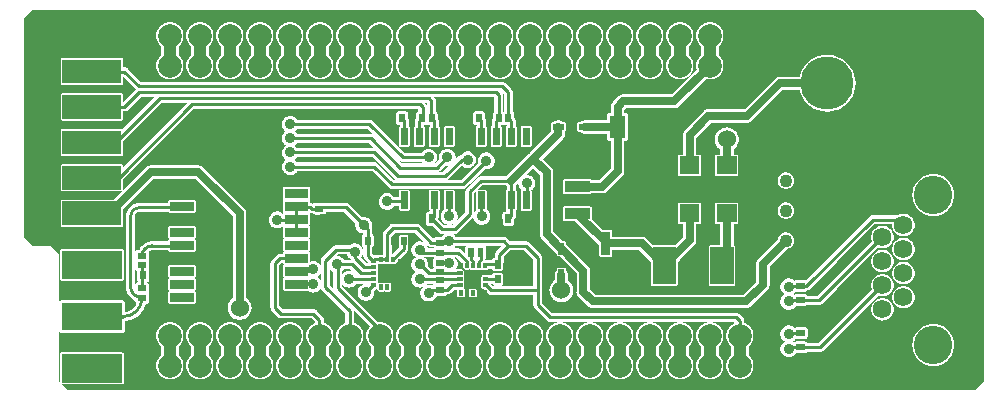
<source format=gbr>
G04 start of page 2 for group 0 idx 0 *
G04 Title: (unknown), top *
G04 Creator: pcb 20140316 *
G04 CreationDate: jeu. 05 févr. 2015 15:41:37 GMT UTC *
G04 For: clement *
G04 Format: Gerber/RS-274X *
G04 PCB-Dimensions (mil): 3287.40 1358.27 *
G04 PCB-Coordinate-Origin: lower left *
%MOIN*%
%FSLAX25Y25*%
%LNTOP*%
%ADD43C,0.0350*%
%ADD42C,0.0217*%
%ADD41C,0.1181*%
%ADD40C,0.1378*%
%ADD39C,0.0354*%
%ADD38C,0.0350*%
%ADD37C,0.0200*%
%ADD36C,0.0600*%
%ADD35C,0.0360*%
%ADD34R,0.0512X0.0512*%
%ADD33R,0.0374X0.0374*%
%ADD32R,0.0846X0.0846*%
%ADD31R,0.0598X0.0598*%
%ADD30R,0.0772X0.0772*%
%ADD29R,0.0902X0.0902*%
%ADD28R,0.0787X0.0787*%
%ADD27R,0.0951X0.0951*%
%ADD26R,0.0157X0.0157*%
%ADD25R,0.0315X0.0315*%
%ADD24R,0.0236X0.0236*%
%ADD23R,0.0197X0.0197*%
%ADD22R,0.0197X0.0197*%
%ADD21R,0.0138X0.0138*%
%ADD20C,0.1280*%
%ADD19C,0.0626*%
%ADD18C,0.0433*%
%ADD17C,0.1575*%
%ADD16C,0.1772*%
%ADD15C,0.0787*%
%ADD14C,0.0400*%
%ADD13C,0.0250*%
%ADD12C,0.0100*%
%ADD11C,0.0001*%
G54D11*G36*
X221568Y59400D02*X222553Y59401D01*
Y54908D01*
X221568Y53923D01*
Y59400D01*
G37*
G36*
X237199Y20998D02*X237247Y20798D01*
X237520Y20139D01*
X237893Y19530D01*
X238357Y18987D01*
X238575Y18800D01*
Y15609D01*
X238357Y15423D01*
X237893Y14880D01*
X237520Y14271D01*
X237247Y13611D01*
X237199Y13411D01*
Y20998D01*
G37*
G36*
Y26846D02*X239733D01*
X240075Y26505D01*
Y26494D01*
X239509Y26260D01*
X238900Y25887D01*
X238357Y25423D01*
X237893Y24880D01*
X237520Y24271D01*
X237247Y23611D01*
X237199Y23411D01*
Y26846D01*
G37*
G36*
X306092Y130906D02*X319882D01*
X322835Y127953D01*
Y6890D01*
X319882Y3937D01*
X306092D01*
Y12076D01*
X306102Y12075D01*
X307200Y12162D01*
X308271Y12419D01*
X309289Y12840D01*
X310228Y13416D01*
X311066Y14131D01*
X311781Y14969D01*
X312357Y15908D01*
X312778Y16925D01*
X313035Y17996D01*
X313100Y19094D01*
X313035Y20193D01*
X312778Y21264D01*
X312357Y22281D01*
X311781Y23220D01*
X311066Y24058D01*
X310228Y24773D01*
X309289Y25349D01*
X308271Y25770D01*
X307200Y26027D01*
X306102Y26114D01*
X306092Y26113D01*
Y62076D01*
X306102Y62075D01*
X307200Y62162D01*
X308271Y62419D01*
X309289Y62840D01*
X310228Y63416D01*
X311066Y64131D01*
X311781Y64969D01*
X312357Y65908D01*
X312778Y66925D01*
X313035Y67996D01*
X313100Y69094D01*
X313035Y70193D01*
X312778Y71264D01*
X312357Y72281D01*
X311781Y73220D01*
X311066Y74058D01*
X310228Y74773D01*
X309289Y75349D01*
X308271Y75770D01*
X307200Y76027D01*
X306102Y76114D01*
X306092Y76113D01*
Y130906D01*
G37*
G36*
X296097D02*X306092D01*
Y76113D01*
X305004Y76027D01*
X303933Y75770D01*
X302916Y75349D01*
X301977Y74773D01*
X301139Y74058D01*
X300424Y73220D01*
X299848Y72281D01*
X299427Y71264D01*
X299170Y70193D01*
X299083Y69094D01*
X299170Y67996D01*
X299427Y66925D01*
X299848Y65908D01*
X300424Y64969D01*
X301139Y64131D01*
X301977Y63416D01*
X302916Y62840D01*
X303933Y62419D01*
X305004Y62162D01*
X306092Y62076D01*
Y26113D01*
X305004Y26027D01*
X303933Y25770D01*
X302916Y25349D01*
X301977Y24773D01*
X301139Y24058D01*
X300424Y23220D01*
X299848Y22281D01*
X299427Y21264D01*
X299170Y20193D01*
X299083Y19094D01*
X299170Y17996D01*
X299427Y16925D01*
X299848Y15908D01*
X300424Y14969D01*
X301139Y14131D01*
X301977Y13416D01*
X302916Y12840D01*
X303933Y12419D01*
X305004Y12162D01*
X306092Y12076D01*
Y3937D01*
X296097D01*
Y31259D01*
X296102Y31259D01*
X296688Y31305D01*
X297259Y31442D01*
X297801Y31666D01*
X298302Y31973D01*
X298748Y32354D01*
X299129Y32801D01*
X299436Y33301D01*
X299661Y33844D01*
X299798Y34415D01*
X299832Y35000D01*
X299798Y35585D01*
X299661Y36156D01*
X299436Y36699D01*
X299129Y37199D01*
X298748Y37646D01*
X298302Y38027D01*
X297801Y38334D01*
X297259Y38558D01*
X296688Y38695D01*
X296102Y38741D01*
X296097Y38741D01*
Y39291D01*
X296102Y39290D01*
X296688Y39336D01*
X297259Y39473D01*
X297801Y39698D01*
X298302Y40005D01*
X298748Y40386D01*
X299129Y40832D01*
X299436Y41333D01*
X299661Y41875D01*
X299798Y42446D01*
X299832Y43031D01*
X299798Y43617D01*
X299661Y44188D01*
X299436Y44730D01*
X299129Y45231D01*
X298748Y45677D01*
X298302Y46058D01*
X297801Y46365D01*
X297259Y46590D01*
X296688Y46727D01*
X296102Y46773D01*
X296097Y46772D01*
Y47322D01*
X296102Y47322D01*
X296688Y47368D01*
X297259Y47505D01*
X297801Y47729D01*
X298302Y48036D01*
X298748Y48417D01*
X299129Y48864D01*
X299436Y49364D01*
X299661Y49907D01*
X299798Y50478D01*
X299832Y51063D01*
X299798Y51648D01*
X299661Y52219D01*
X299436Y52762D01*
X299129Y53262D01*
X298748Y53709D01*
X298302Y54090D01*
X297801Y54397D01*
X297259Y54621D01*
X296688Y54758D01*
X296102Y54804D01*
X296097Y54804D01*
Y55354D01*
X296102Y55353D01*
X296688Y55399D01*
X297259Y55536D01*
X297801Y55761D01*
X298302Y56068D01*
X298748Y56449D01*
X299129Y56895D01*
X299436Y57396D01*
X299661Y57938D01*
X299798Y58509D01*
X299832Y59094D01*
X299798Y59680D01*
X299661Y60251D01*
X299436Y60793D01*
X299129Y61294D01*
X298748Y61740D01*
X298302Y62121D01*
X297801Y62428D01*
X297259Y62653D01*
X296688Y62790D01*
X296102Y62836D01*
X296097Y62835D01*
Y130906D01*
G37*
G36*
Y3937D02*X289089D01*
Y27243D01*
X289094Y27243D01*
X289680Y27289D01*
X290251Y27426D01*
X290793Y27651D01*
X291294Y27957D01*
X291740Y28339D01*
X292121Y28785D01*
X292428Y29286D01*
X292653Y29828D01*
X292790Y30399D01*
X292824Y30984D01*
X292790Y31570D01*
X292653Y32140D01*
X292428Y32683D01*
X292121Y33183D01*
X291740Y33630D01*
X291294Y34011D01*
X290793Y34318D01*
X290251Y34543D01*
X289680Y34680D01*
X289094Y34726D01*
X289089Y34725D01*
Y35275D01*
X289094Y35274D01*
X289680Y35320D01*
X290251Y35457D01*
X290793Y35682D01*
X291294Y35989D01*
X291740Y36370D01*
X292121Y36817D01*
X292428Y37317D01*
X292653Y37860D01*
X292790Y38430D01*
X292824Y39016D01*
X292790Y39601D01*
X292653Y40172D01*
X292428Y40714D01*
X292121Y41215D01*
X291740Y41661D01*
X291294Y42043D01*
X290793Y42349D01*
X290251Y42574D01*
X289680Y42711D01*
X289094Y42757D01*
X289089Y42757D01*
Y43306D01*
X289094Y43306D01*
X289680Y43352D01*
X290251Y43489D01*
X290793Y43714D01*
X291294Y44020D01*
X291740Y44402D01*
X292121Y44848D01*
X292428Y45349D01*
X292653Y45891D01*
X292790Y46462D01*
X292824Y47047D01*
X292790Y47633D01*
X292653Y48203D01*
X292428Y48746D01*
X292121Y49246D01*
X291740Y49693D01*
X291294Y50074D01*
X290793Y50381D01*
X290251Y50606D01*
X289680Y50743D01*
X289094Y50789D01*
X289089Y50788D01*
Y51338D01*
X289094Y51337D01*
X289680Y51383D01*
X290251Y51520D01*
X290793Y51745D01*
X291294Y52052D01*
X291740Y52433D01*
X292121Y52880D01*
X292428Y53380D01*
X292653Y53923D01*
X292790Y54493D01*
X292824Y55079D01*
X292790Y55664D01*
X292653Y56235D01*
X292428Y56777D01*
X292121Y57278D01*
X291740Y57724D01*
X291294Y58106D01*
X290793Y58412D01*
X290251Y58637D01*
X289680Y58774D01*
X289094Y58820D01*
X289089Y58820D01*
Y59327D01*
X292379D01*
X292361Y59094D01*
X292407Y58509D01*
X292544Y57938D01*
X292769Y57396D01*
X293075Y56895D01*
X293457Y56449D01*
X293903Y56068D01*
X294404Y55761D01*
X294946Y55536D01*
X295517Y55399D01*
X296097Y55354D01*
Y54804D01*
X295517Y54758D01*
X294946Y54621D01*
X294404Y54397D01*
X293903Y54090D01*
X293457Y53709D01*
X293075Y53262D01*
X292769Y52762D01*
X292544Y52219D01*
X292407Y51648D01*
X292361Y51063D01*
X292407Y50478D01*
X292544Y49907D01*
X292769Y49364D01*
X293075Y48864D01*
X293457Y48417D01*
X293903Y48036D01*
X294404Y47729D01*
X294946Y47505D01*
X295517Y47368D01*
X296097Y47322D01*
Y46772D01*
X295517Y46727D01*
X294946Y46590D01*
X294404Y46365D01*
X293903Y46058D01*
X293457Y45677D01*
X293075Y45231D01*
X292769Y44730D01*
X292544Y44188D01*
X292407Y43617D01*
X292361Y43031D01*
X292407Y42446D01*
X292544Y41875D01*
X292769Y41333D01*
X293075Y40832D01*
X293457Y40386D01*
X293903Y40005D01*
X294404Y39698D01*
X294946Y39473D01*
X295517Y39336D01*
X296097Y39291D01*
Y38741D01*
X295517Y38695D01*
X294946Y38558D01*
X294404Y38334D01*
X293903Y38027D01*
X293457Y37646D01*
X293075Y37199D01*
X292769Y36699D01*
X292544Y36156D01*
X292407Y35585D01*
X292361Y35000D01*
X292407Y34415D01*
X292544Y33844D01*
X292769Y33301D01*
X293075Y32801D01*
X293457Y32354D01*
X293903Y31973D01*
X294404Y31666D01*
X294946Y31442D01*
X295517Y31305D01*
X296097Y31259D01*
Y3937D01*
G37*
G36*
X289089Y58820D02*X288509Y58774D01*
X287938Y58637D01*
X287396Y58412D01*
X286895Y58106D01*
X286449Y57724D01*
X286068Y57278D01*
X285761Y56777D01*
X285536Y56235D01*
X285399Y55664D01*
X285353Y55079D01*
X285399Y54493D01*
X285536Y53923D01*
X285618Y53724D01*
X273945Y42051D01*
Y46824D01*
X286448Y59327D01*
X289089D01*
Y58820D01*
G37*
G36*
Y42757D02*X288509Y42711D01*
X287938Y42574D01*
X287396Y42349D01*
X286895Y42043D01*
X286449Y41661D01*
X286068Y41215D01*
X285761Y40714D01*
X285536Y40172D01*
X285399Y39601D01*
X285353Y39016D01*
X285399Y38430D01*
X285536Y37860D01*
X285618Y37661D01*
X273945Y25988D01*
Y37808D01*
X287740Y51603D01*
X287938Y51520D01*
X288509Y51383D01*
X289089Y51338D01*
Y50788D01*
X288509Y50743D01*
X287938Y50606D01*
X287396Y50381D01*
X286895Y50074D01*
X286449Y49693D01*
X286068Y49246D01*
X285761Y48746D01*
X285536Y48203D01*
X285399Y47633D01*
X285353Y47047D01*
X285399Y46462D01*
X285536Y45891D01*
X285761Y45349D01*
X286068Y44848D01*
X286449Y44402D01*
X286895Y44020D01*
X287396Y43714D01*
X287938Y43489D01*
X288509Y43352D01*
X289089Y43306D01*
Y42757D01*
G37*
G36*
Y3937D02*X273945D01*
Y21745D01*
X287740Y35540D01*
X287938Y35457D01*
X288509Y35320D01*
X289089Y35275D01*
Y34725D01*
X288509Y34680D01*
X287938Y34543D01*
X287396Y34318D01*
X286895Y34011D01*
X286449Y33630D01*
X286068Y33183D01*
X285761Y32683D01*
X285536Y32140D01*
X285399Y31570D01*
X285353Y30984D01*
X285399Y30399D01*
X285536Y29828D01*
X285761Y29286D01*
X286068Y28785D01*
X286449Y28339D01*
X286895Y27957D01*
X287396Y27651D01*
X287938Y27426D01*
X288509Y27289D01*
X289089Y27243D01*
Y3937D01*
G37*
G36*
X273945Y130906D02*X296097D01*
Y62835D01*
X295517Y62790D01*
X294946Y62653D01*
X294404Y62428D01*
X294238Y62327D01*
X285886D01*
X285827Y62331D01*
X285591Y62313D01*
X285362Y62258D01*
X285144Y62167D01*
X284942Y62044D01*
X284942Y62044D01*
X284763Y61891D01*
X284725Y61846D01*
X273945Y51066D01*
Y97419D01*
X274976Y97846D01*
X276246Y98624D01*
X277378Y99591D01*
X278345Y100723D01*
X279123Y101992D01*
X279692Y103367D01*
X280040Y104815D01*
X280128Y106299D01*
X280040Y107783D01*
X279692Y109231D01*
X279123Y110606D01*
X278345Y111876D01*
X277378Y113008D01*
X276246Y113975D01*
X274976Y114753D01*
X273945Y115180D01*
Y130906D01*
G37*
G36*
X260084Y36859D02*X260124Y36842D01*
X260277Y36806D01*
X260434Y36796D01*
X263345Y36806D01*
X263498Y36842D01*
X263643Y36903D01*
X263778Y36985D01*
X263897Y37087D01*
X264000Y37207D01*
X264060Y37305D01*
X264245Y37349D01*
X264463Y37440D01*
X264664Y37563D01*
X264844Y37716D01*
X264882Y37761D01*
X273945Y46824D01*
Y42051D01*
X267449Y35554D01*
X264045D01*
X264000Y35628D01*
X263897Y35748D01*
X263778Y35850D01*
X263643Y35932D01*
X263498Y35992D01*
X263345Y36029D01*
X263188Y36038D01*
X260277Y36029D01*
X260124Y35992D01*
X259979Y35932D01*
X259844Y35850D01*
X259734Y35755D01*
X259525Y35934D01*
X259217Y36122D01*
X259525Y36310D01*
X259860Y36597D01*
X260084Y36859D01*
G37*
G36*
X256886Y31040D02*X257006Y30990D01*
X257435Y30887D01*
X257874Y30853D01*
X258313Y30887D01*
X258742Y30990D01*
X259149Y31159D01*
X259525Y31389D01*
X259860Y31675D01*
X260146Y32011D01*
X260200Y32098D01*
X260277Y32080D01*
X260434Y32070D01*
X263345Y32080D01*
X263498Y32116D01*
X263643Y32177D01*
X263778Y32259D01*
X263897Y32361D01*
X264000Y32481D01*
X264045Y32554D01*
X268011D01*
X268070Y32550D01*
X268305Y32568D01*
X268535Y32623D01*
X268753Y32714D01*
X268954Y32837D01*
X269134Y32990D01*
X269172Y33035D01*
X273945Y37808D01*
Y25988D01*
X267764Y19807D01*
X264044D01*
X264000Y19880D01*
X263897Y20000D01*
X263778Y20102D01*
X263643Y20184D01*
X263498Y20244D01*
X263345Y20281D01*
X263188Y20290D01*
X260277Y20281D01*
X260124Y20244D01*
X259979Y20184D01*
X259844Y20102D01*
X259734Y20007D01*
X259525Y20186D01*
X259217Y20374D01*
X259525Y20562D01*
X259860Y20849D01*
X260084Y21111D01*
X260124Y21094D01*
X260277Y21058D01*
X260434Y21048D01*
X263345Y21058D01*
X263498Y21094D01*
X263643Y21155D01*
X263778Y21237D01*
X263897Y21339D01*
X264000Y21459D01*
X264082Y21593D01*
X264142Y21738D01*
X264179Y21891D01*
X264188Y22048D01*
X264179Y24173D01*
X264142Y24326D01*
X264082Y24472D01*
X264000Y24606D01*
X263897Y24726D01*
X263778Y24828D01*
X263643Y24910D01*
X263498Y24970D01*
X263345Y25007D01*
X263188Y25016D01*
X260277Y25007D01*
X260124Y24970D01*
X259979Y24910D01*
X259849Y24830D01*
X259525Y25107D01*
X259149Y25337D01*
X258742Y25506D01*
X258313Y25609D01*
X257874Y25643D01*
X257435Y25609D01*
X257006Y25506D01*
X256886Y25456D01*
Y31040D01*
G37*
G36*
Y50711D02*X257335Y51161D01*
X257747Y51260D01*
X258149Y51426D01*
X258520Y51654D01*
X258851Y51936D01*
X259134Y52267D01*
X259361Y52638D01*
X259528Y53040D01*
X259629Y53464D01*
X259655Y53898D01*
X259629Y54332D01*
X259528Y54755D01*
X259361Y55157D01*
X259134Y55528D01*
X258851Y55859D01*
X258520Y56142D01*
X258149Y56369D01*
X257747Y56536D01*
X257324Y56637D01*
X256890Y56672D01*
X256886Y56671D01*
Y61124D01*
X256890Y61124D01*
X257324Y61158D01*
X257747Y61260D01*
X258149Y61426D01*
X258520Y61654D01*
X258851Y61936D01*
X259134Y62267D01*
X259361Y62638D01*
X259528Y63040D01*
X259629Y63464D01*
X259655Y63898D01*
X259629Y64332D01*
X259528Y64755D01*
X259361Y65157D01*
X259134Y65528D01*
X258851Y65859D01*
X258520Y66142D01*
X258149Y66369D01*
X257747Y66536D01*
X257324Y66637D01*
X256890Y66672D01*
X256886Y66671D01*
Y71124D01*
X256890Y71124D01*
X257324Y71158D01*
X257747Y71260D01*
X258149Y71426D01*
X258520Y71654D01*
X258851Y71936D01*
X259134Y72267D01*
X259361Y72638D01*
X259528Y73040D01*
X259629Y73464D01*
X259655Y73898D01*
X259629Y74332D01*
X259528Y74755D01*
X259361Y75157D01*
X259134Y75528D01*
X258851Y75859D01*
X258520Y76142D01*
X258149Y76369D01*
X257747Y76536D01*
X257324Y76637D01*
X256890Y76672D01*
X256886Y76671D01*
Y104049D01*
X261483D01*
X261646Y103367D01*
X262216Y101992D01*
X262994Y100723D01*
X263961Y99591D01*
X265093Y98624D01*
X266362Y97846D01*
X267738Y97276D01*
X269185Y96929D01*
X270669Y96812D01*
X272153Y96929D01*
X273601Y97276D01*
X273945Y97419D01*
Y51066D01*
X263568Y40689D01*
X263498Y40718D01*
X263345Y40755D01*
X263188Y40764D01*
X260277Y40755D01*
X260124Y40718D01*
X259979Y40658D01*
X259849Y40578D01*
X259525Y40855D01*
X259149Y41085D01*
X258742Y41254D01*
X258313Y41357D01*
X257874Y41391D01*
X257435Y41357D01*
X257006Y41254D01*
X256886Y41204D01*
Y50711D01*
G37*
G36*
X273945Y3937D02*X256886D01*
Y15292D01*
X257006Y15242D01*
X257435Y15139D01*
X257874Y15105D01*
X258313Y15139D01*
X258742Y15242D01*
X259149Y15411D01*
X259525Y15641D01*
X259860Y15927D01*
X260146Y16263D01*
X260200Y16350D01*
X260277Y16332D01*
X260434Y16322D01*
X263345Y16332D01*
X263498Y16368D01*
X263643Y16429D01*
X263778Y16511D01*
X263897Y16613D01*
X264000Y16733D01*
X264045Y16807D01*
X268326D01*
X268385Y16802D01*
X268620Y16821D01*
X268620Y16821D01*
X268850Y16876D01*
X269068Y16966D01*
X269269Y17090D01*
X269449Y17243D01*
X269487Y17288D01*
X273945Y21745D01*
Y3937D01*
G37*
G36*
X256886Y56671D02*X256456Y56637D01*
X256033Y56536D01*
X255630Y56369D01*
X255259Y56142D01*
X254928Y55859D01*
X254646Y55528D01*
X254418Y55157D01*
X254252Y54755D01*
X254153Y54343D01*
X247684Y47874D01*
X247617Y47816D01*
X247387Y47547D01*
X247202Y47245D01*
X247066Y46918D01*
X246983Y46574D01*
X246983Y46573D01*
X246956Y46220D01*
X246963Y46132D01*
Y40105D01*
X242769Y35911D01*
X237199D01*
Y38695D01*
X239582Y38697D01*
X239674Y38719D01*
X239761Y38755D01*
X239842Y38804D01*
X239914Y38866D01*
X239975Y38938D01*
X240024Y39018D01*
X240061Y39105D01*
X240083Y39197D01*
X240088Y39291D01*
X240083Y51826D01*
X240061Y51918D01*
X240024Y52006D01*
X239975Y52086D01*
X239914Y52158D01*
X239842Y52219D01*
X239761Y52269D01*
X239674Y52305D01*
X239582Y52327D01*
X239488Y52332D01*
X239455Y52332D01*
Y59405D01*
X240606Y59406D01*
X240698Y59428D01*
X240785Y59464D01*
X240866Y59513D01*
X240937Y59574D01*
X240999Y59646D01*
X241048Y59727D01*
X241084Y59814D01*
X241106Y59906D01*
X241112Y60000D01*
X241106Y66078D01*
X241084Y66170D01*
X241048Y66257D01*
X240999Y66338D01*
X240937Y66410D01*
X240866Y66471D01*
X240785Y66521D01*
X240698Y66557D01*
X240606Y66579D01*
X240512Y66584D01*
X237199Y66582D01*
Y75387D01*
X240606Y75390D01*
X240698Y75412D01*
X240785Y75448D01*
X240866Y75497D01*
X240937Y75559D01*
X240999Y75630D01*
X241048Y75711D01*
X241084Y75798D01*
X241106Y75890D01*
X241112Y75984D01*
X241106Y82063D01*
X241084Y82154D01*
X241048Y82242D01*
X240999Y82322D01*
X240937Y82394D01*
X240866Y82455D01*
X240785Y82505D01*
X240698Y82541D01*
X240606Y82563D01*
X240512Y82569D01*
X239455Y82568D01*
Y84286D01*
X239563Y84352D01*
X240042Y84761D01*
X240451Y85240D01*
X240780Y85777D01*
X241021Y86359D01*
X241168Y86971D01*
X241205Y87598D01*
X241168Y88226D01*
X241021Y88838D01*
X240780Y89420D01*
X240451Y89957D01*
X240042Y90436D01*
X239563Y90844D01*
X239026Y91173D01*
X238445Y91414D01*
X237832Y91561D01*
X237205Y91611D01*
X237199Y91610D01*
Y93222D01*
X244006D01*
X244094Y93216D01*
X244447Y93243D01*
X244448Y93243D01*
X244792Y93326D01*
X245119Y93461D01*
X245421Y93647D01*
X245690Y93877D01*
X245748Y93944D01*
X255853Y104049D01*
X256886D01*
Y76671D01*
X256456Y76637D01*
X256033Y76536D01*
X255630Y76369D01*
X255259Y76142D01*
X254928Y75859D01*
X254646Y75528D01*
X254418Y75157D01*
X254252Y74755D01*
X254150Y74332D01*
X254116Y73898D01*
X254150Y73464D01*
X254252Y73040D01*
X254418Y72638D01*
X254646Y72267D01*
X254928Y71936D01*
X255259Y71654D01*
X255630Y71426D01*
X256033Y71260D01*
X256456Y71158D01*
X256886Y71124D01*
Y66671D01*
X256456Y66637D01*
X256033Y66536D01*
X255630Y66369D01*
X255259Y66142D01*
X254928Y65859D01*
X254646Y65528D01*
X254418Y65157D01*
X254252Y64755D01*
X254150Y64332D01*
X254116Y63898D01*
X254150Y63464D01*
X254252Y63040D01*
X254418Y62638D01*
X254646Y62267D01*
X254928Y61936D01*
X255259Y61654D01*
X255630Y61426D01*
X256033Y61260D01*
X256456Y61158D01*
X256886Y61124D01*
Y56671D01*
G37*
G36*
Y3937D02*X237199D01*
Y10998D01*
X237247Y10798D01*
X237520Y10139D01*
X237893Y9530D01*
X238357Y8987D01*
X238900Y8523D01*
X239509Y8150D01*
X240168Y7876D01*
X240863Y7710D01*
X241575Y7654D01*
X242287Y7710D01*
X242981Y7876D01*
X243641Y8150D01*
X244250Y8523D01*
X244793Y8987D01*
X245257Y9530D01*
X245630Y10139D01*
X245903Y10798D01*
X246070Y11493D01*
X246112Y12205D01*
X246070Y12917D01*
X245903Y13611D01*
X245630Y14271D01*
X245257Y14880D01*
X244793Y15423D01*
X244575Y15609D01*
Y18800D01*
X244793Y18987D01*
X245257Y19530D01*
X245630Y20139D01*
X245903Y20798D01*
X246070Y21493D01*
X246112Y22205D01*
X246070Y22917D01*
X245903Y23611D01*
X245630Y24271D01*
X245257Y24880D01*
X244793Y25423D01*
X244250Y25887D01*
X243641Y26260D01*
X243075Y26494D01*
Y27067D01*
X243079Y27126D01*
X243061Y27361D01*
X243006Y27591D01*
X242915Y27809D01*
X242792Y28010D01*
X242639Y28190D01*
X242594Y28228D01*
X241457Y29366D01*
X241418Y29410D01*
X241239Y29564D01*
X241037Y29687D01*
X240819Y29777D01*
X240590Y29833D01*
X240590Y29833D01*
X240354Y29851D01*
X240296Y29846D01*
X237199D01*
Y31411D01*
X243613D01*
X243701Y31404D01*
X244054Y31432D01*
X244054Y31432D01*
X244398Y31515D01*
X244725Y31650D01*
X245027Y31836D01*
X245297Y32066D01*
X245354Y32133D01*
X250741Y37520D01*
X250808Y37577D01*
X251038Y37846D01*
X251039Y37847D01*
X251224Y38149D01*
X251359Y38476D01*
X251442Y38820D01*
X251470Y39173D01*
X251463Y39261D01*
Y45288D01*
X256886Y50711D01*
Y41204D01*
X256599Y41085D01*
X256223Y40855D01*
X255888Y40569D01*
X255602Y40234D01*
X255372Y39858D01*
X255203Y39451D01*
X255100Y39022D01*
X255065Y38583D01*
X255100Y38143D01*
X255203Y37715D01*
X255372Y37308D01*
X255602Y36932D01*
X255888Y36597D01*
X256223Y36310D01*
X256531Y36122D01*
X256223Y35934D01*
X255888Y35647D01*
X255602Y35312D01*
X255372Y34937D01*
X255203Y34529D01*
X255100Y34101D01*
X255065Y33661D01*
X255100Y33222D01*
X255203Y32794D01*
X255372Y32386D01*
X255602Y32011D01*
X255888Y31675D01*
X256223Y31389D01*
X256599Y31159D01*
X256886Y31040D01*
Y25456D01*
X256599Y25337D01*
X256223Y25107D01*
X255888Y24821D01*
X255602Y24486D01*
X255372Y24110D01*
X255203Y23703D01*
X255100Y23274D01*
X255065Y22835D01*
X255100Y22395D01*
X255203Y21967D01*
X255372Y21560D01*
X255602Y21184D01*
X255888Y20849D01*
X256223Y20562D01*
X256531Y20374D01*
X256223Y20186D01*
X255888Y19899D01*
X255602Y19564D01*
X255372Y19188D01*
X255203Y18781D01*
X255100Y18353D01*
X255065Y17913D01*
X255100Y17474D01*
X255203Y17045D01*
X255372Y16638D01*
X255602Y16263D01*
X255888Y15927D01*
X256223Y15641D01*
X256599Y15411D01*
X256886Y15292D01*
Y3937D01*
G37*
G36*
X237199Y130906D02*X273945D01*
Y115180D01*
X273601Y115322D01*
X272153Y115670D01*
X270669Y115787D01*
X269185Y115670D01*
X267738Y115322D01*
X266362Y114753D01*
X265093Y113975D01*
X263961Y113008D01*
X262994Y111876D01*
X262216Y110606D01*
X261646Y109231D01*
X261483Y108549D01*
X255009D01*
X254921Y108556D01*
X254568Y108528D01*
X254224Y108446D01*
X253897Y108310D01*
X253595Y108125D01*
X253594Y108125D01*
X253325Y107895D01*
X253268Y107828D01*
X243163Y97722D01*
X237199D01*
Y130906D01*
G37*
G36*
Y66582D02*X233803Y66579D01*
X233712Y66557D01*
X233624Y66521D01*
X233544Y66471D01*
X233472Y66410D01*
X233411Y66338D01*
X233361Y66257D01*
X233325Y66170D01*
X233303Y66078D01*
X233298Y65984D01*
X233303Y59906D01*
X233325Y59814D01*
X233361Y59727D01*
X233411Y59646D01*
X233472Y59574D01*
X233544Y59513D01*
X233624Y59464D01*
X233712Y59428D01*
X233803Y59406D01*
X233898Y59400D01*
X234955Y59401D01*
Y52329D01*
X231678Y52327D01*
X231586Y52305D01*
X231568Y52297D01*
Y92756D01*
X232034Y93222D01*
X237199D01*
Y91610D01*
X236577Y91561D01*
X235965Y91414D01*
X235383Y91173D01*
X234846Y90844D01*
X234368Y90436D01*
X233959Y89957D01*
X233630Y89420D01*
X233389Y88838D01*
X233242Y88226D01*
X233192Y87598D01*
X233242Y86971D01*
X233389Y86359D01*
X233630Y85777D01*
X233959Y85240D01*
X234368Y84761D01*
X234846Y84352D01*
X234955Y84286D01*
Y82564D01*
X233803Y82563D01*
X233712Y82541D01*
X233624Y82505D01*
X233544Y82455D01*
X233472Y82394D01*
X233411Y82322D01*
X233361Y82242D01*
X233325Y82154D01*
X233303Y82063D01*
X233298Y81969D01*
X233303Y75890D01*
X233325Y75798D01*
X233361Y75711D01*
X233411Y75630D01*
X233472Y75559D01*
X233544Y75497D01*
X233624Y75448D01*
X233712Y75412D01*
X233803Y75390D01*
X233898Y75384D01*
X237199Y75387D01*
Y66582D01*
G37*
G36*
Y35911D02*X231568D01*
Y38726D01*
X231586Y38719D01*
X231678Y38697D01*
X231772Y38691D01*
X237199Y38695D01*
Y35911D01*
G37*
G36*
Y29846D02*X231568D01*
Y31411D01*
X237199D01*
Y29846D01*
G37*
G36*
Y3937D02*X231568D01*
Y7654D01*
X231575Y7654D01*
X232287Y7710D01*
X232981Y7876D01*
X233641Y8150D01*
X234250Y8523D01*
X234793Y8987D01*
X235257Y9530D01*
X235630Y10139D01*
X235903Y10798D01*
X236070Y11493D01*
X236112Y12205D01*
X236070Y12917D01*
X235903Y13611D01*
X235630Y14271D01*
X235257Y14880D01*
X234793Y15423D01*
X234575Y15609D01*
Y18800D01*
X234793Y18987D01*
X235257Y19530D01*
X235630Y20139D01*
X235903Y20798D01*
X236070Y21493D01*
X236112Y22205D01*
X236070Y22917D01*
X235903Y23611D01*
X235630Y24271D01*
X235257Y24880D01*
X234793Y25423D01*
X234250Y25887D01*
X233641Y26260D01*
X232981Y26533D01*
X232287Y26700D01*
X231575Y26756D01*
X231568Y26755D01*
Y26846D01*
X237199D01*
Y23411D01*
X237080Y22917D01*
X237024Y22205D01*
X237080Y21493D01*
X237199Y20998D01*
Y13411D01*
X237080Y12917D01*
X237024Y12205D01*
X237080Y11493D01*
X237199Y10998D01*
Y3937D01*
G37*
G36*
X231568Y130906D02*X237199D01*
Y97722D01*
X231568D01*
Y107654D01*
X231575Y107654D01*
X232287Y107710D01*
X232981Y107876D01*
X233641Y108150D01*
X234250Y108523D01*
X234793Y108987D01*
X235257Y109530D01*
X235630Y110139D01*
X235903Y110798D01*
X236070Y111493D01*
X236112Y112205D01*
X236070Y112917D01*
X235903Y113611D01*
X235630Y114271D01*
X235257Y114880D01*
X234793Y115423D01*
X234575Y115609D01*
Y118800D01*
X234793Y118987D01*
X235257Y119530D01*
X235630Y120139D01*
X235903Y120798D01*
X236070Y121493D01*
X236112Y122205D01*
X236070Y122917D01*
X235903Y123611D01*
X235630Y124271D01*
X235257Y124880D01*
X234793Y125423D01*
X234250Y125887D01*
X233641Y126260D01*
X232981Y126533D01*
X232287Y126700D01*
X231575Y126756D01*
X231568Y126755D01*
Y130906D01*
G37*
G36*
Y97722D02*X231191D01*
X231102Y97729D01*
X230749Y97702D01*
X230405Y97619D01*
X230078Y97483D01*
X229776Y97298D01*
X229776Y97298D01*
X229506Y97068D01*
X229449Y97001D01*
X223275Y90827D01*
X223207Y90769D01*
X222977Y90500D01*
X222792Y90198D01*
X222657Y89871D01*
X222574Y89526D01*
X222574Y89526D01*
X222546Y89173D01*
X222553Y89085D01*
Y82564D01*
X221568Y82563D01*
Y99016D01*
X230378Y107826D01*
X230863Y107710D01*
X231568Y107654D01*
Y97722D01*
G37*
G36*
Y35911D02*X221568D01*
Y47559D01*
X226332Y52323D01*
X226399Y52380D01*
X226629Y52649D01*
X226629Y52650D01*
X226814Y52952D01*
X226950Y53279D01*
X227032Y53623D01*
X227060Y53976D01*
X227053Y54065D01*
Y59405D01*
X228204Y59406D01*
X228296Y59428D01*
X228383Y59464D01*
X228464Y59513D01*
X228536Y59574D01*
X228597Y59646D01*
X228646Y59727D01*
X228683Y59814D01*
X228705Y59906D01*
X228710Y60000D01*
X228705Y66078D01*
X228683Y66170D01*
X228646Y66257D01*
X228597Y66338D01*
X228536Y66410D01*
X228464Y66471D01*
X228383Y66521D01*
X228296Y66557D01*
X228204Y66579D01*
X228110Y66584D01*
X221568Y66579D01*
Y75384D01*
X228204Y75390D01*
X228296Y75412D01*
X228383Y75448D01*
X228464Y75497D01*
X228536Y75559D01*
X228597Y75630D01*
X228646Y75711D01*
X228683Y75798D01*
X228705Y75890D01*
X228710Y75984D01*
X228705Y82063D01*
X228683Y82154D01*
X228646Y82242D01*
X228597Y82322D01*
X228536Y82394D01*
X228464Y82455D01*
X228383Y82505D01*
X228296Y82541D01*
X228204Y82563D01*
X228110Y82569D01*
X227053Y82568D01*
Y88241D01*
X231568Y92756D01*
Y52297D01*
X231498Y52269D01*
X231418Y52219D01*
X231346Y52158D01*
X231285Y52086D01*
X231235Y52006D01*
X231199Y51918D01*
X231177Y51826D01*
X231172Y51732D01*
X231177Y39197D01*
X231199Y39105D01*
X231235Y39018D01*
X231285Y38938D01*
X231346Y38866D01*
X231418Y38804D01*
X231498Y38755D01*
X231568Y38726D01*
Y35911D01*
G37*
G36*
Y29846D02*X221568D01*
Y31411D01*
X231568D01*
Y29846D01*
G37*
G36*
Y3937D02*X221568D01*
Y7654D01*
X221575Y7654D01*
X222287Y7710D01*
X222981Y7876D01*
X223641Y8150D01*
X224250Y8523D01*
X224793Y8987D01*
X225257Y9530D01*
X225630Y10139D01*
X225903Y10798D01*
X226070Y11493D01*
X226112Y12205D01*
X226070Y12917D01*
X225903Y13611D01*
X225630Y14271D01*
X225257Y14880D01*
X224793Y15423D01*
X224575Y15609D01*
Y18800D01*
X224793Y18987D01*
X225257Y19530D01*
X225630Y20139D01*
X225903Y20798D01*
X226070Y21493D01*
X226112Y22205D01*
X226070Y22917D01*
X225903Y23611D01*
X225630Y24271D01*
X225257Y24880D01*
X224793Y25423D01*
X224250Y25887D01*
X223641Y26260D01*
X222981Y26533D01*
X222287Y26700D01*
X221575Y26756D01*
X221568Y26755D01*
Y26846D01*
X231568D01*
Y26755D01*
X230863Y26700D01*
X230168Y26533D01*
X229509Y26260D01*
X228900Y25887D01*
X228357Y25423D01*
X227893Y24880D01*
X227520Y24271D01*
X227247Y23611D01*
X227080Y22917D01*
X227024Y22205D01*
X227080Y21493D01*
X227247Y20798D01*
X227520Y20139D01*
X227893Y19530D01*
X228357Y18987D01*
X228575Y18800D01*
Y15609D01*
X228357Y15423D01*
X227893Y14880D01*
X227520Y14271D01*
X227247Y13611D01*
X227080Y12917D01*
X227024Y12205D01*
X227080Y11493D01*
X227247Y10798D01*
X227520Y10139D01*
X227893Y9530D01*
X228357Y8987D01*
X228900Y8523D01*
X229509Y8150D01*
X230168Y7876D01*
X230863Y7710D01*
X231568Y7654D01*
Y3937D01*
G37*
G36*
X221568Y130906D02*X231568D01*
Y126755D01*
X230863Y126700D01*
X230168Y126533D01*
X229509Y126260D01*
X228900Y125887D01*
X228357Y125423D01*
X227893Y124880D01*
X227520Y124271D01*
X227247Y123611D01*
X227080Y122917D01*
X227024Y122205D01*
X227080Y121493D01*
X227247Y120798D01*
X227520Y120139D01*
X227893Y119530D01*
X228357Y118987D01*
X228575Y118800D01*
Y115609D01*
X228357Y115423D01*
X227893Y114880D01*
X227520Y114271D01*
X227247Y113611D01*
X227080Y112917D01*
X227024Y112205D01*
X227080Y111493D01*
X227196Y111008D01*
X221568Y105380D01*
Y107654D01*
X221575Y107654D01*
X222287Y107710D01*
X222981Y107876D01*
X223641Y108150D01*
X224250Y108523D01*
X224793Y108987D01*
X225257Y109530D01*
X225630Y110139D01*
X225903Y110798D01*
X226070Y111493D01*
X226112Y112205D01*
X226070Y112917D01*
X225903Y113611D01*
X225630Y114271D01*
X225257Y114880D01*
X224793Y115423D01*
X224575Y115609D01*
Y118800D01*
X224793Y118987D01*
X225257Y119530D01*
X225630Y120139D01*
X225903Y120798D01*
X226070Y121493D01*
X226112Y122205D01*
X226070Y122917D01*
X225903Y123611D01*
X225630Y124271D01*
X225257Y124880D01*
X224793Y125423D01*
X224250Y125887D01*
X223641Y126260D01*
X222981Y126533D01*
X222287Y126700D01*
X221575Y126756D01*
X221568Y126755D01*
Y130906D01*
G37*
G36*
Y66579D02*X221402Y66579D01*
X221310Y66557D01*
X221223Y66521D01*
X221142Y66471D01*
X221070Y66410D01*
X221009Y66338D01*
X220960Y66257D01*
X220924Y66170D01*
X220902Y66078D01*
X220896Y65984D01*
X220902Y59906D01*
X220924Y59814D01*
X220960Y59727D01*
X221009Y59646D01*
X221070Y59574D01*
X221142Y59513D01*
X221223Y59464D01*
X221310Y59428D01*
X221402Y59406D01*
X221496Y59400D01*
X221568Y59400D01*
Y53923D01*
X219977Y52332D01*
X212705Y52327D01*
X211568Y53465D01*
Y98144D01*
X219676D01*
X219764Y98137D01*
X220117Y98165D01*
X220117Y98165D01*
X220461Y98247D01*
X220788Y98383D01*
X221090Y98568D01*
X221360Y98798D01*
X221417Y98865D01*
X221568Y99016D01*
Y82563D01*
X221402Y82563D01*
X221310Y82541D01*
X221223Y82505D01*
X221142Y82455D01*
X221070Y82394D01*
X221009Y82322D01*
X220960Y82242D01*
X220924Y82154D01*
X220902Y82063D01*
X220896Y81969D01*
X220902Y75890D01*
X220924Y75798D01*
X220960Y75711D01*
X221009Y75630D01*
X221070Y75559D01*
X221142Y75497D01*
X221223Y75448D01*
X221310Y75412D01*
X221402Y75390D01*
X221496Y75384D01*
X221568Y75384D01*
Y66579D01*
G37*
G36*
Y35911D02*X211568D01*
Y47101D01*
X211883Y46786D01*
X211886Y39197D01*
X211908Y39105D01*
X211944Y39018D01*
X211993Y38938D01*
X212055Y38866D01*
X212127Y38804D01*
X212207Y38755D01*
X212294Y38719D01*
X212386Y38697D01*
X212480Y38691D01*
X220291Y38697D01*
X220383Y38719D01*
X220470Y38755D01*
X220551Y38804D01*
X220622Y38866D01*
X220684Y38938D01*
X220733Y39018D01*
X220769Y39105D01*
X220791Y39197D01*
X220797Y39291D01*
X220794Y46785D01*
X221568Y47559D01*
Y35911D01*
G37*
G36*
Y29846D02*X211568D01*
Y31411D01*
X221568D01*
Y29846D01*
G37*
G36*
Y3937D02*X211568D01*
Y7654D01*
X211575Y7654D01*
X212287Y7710D01*
X212981Y7876D01*
X213641Y8150D01*
X214250Y8523D01*
X214793Y8987D01*
X215257Y9530D01*
X215630Y10139D01*
X215903Y10798D01*
X216070Y11493D01*
X216112Y12205D01*
X216070Y12917D01*
X215903Y13611D01*
X215630Y14271D01*
X215257Y14880D01*
X214793Y15423D01*
X214575Y15609D01*
Y18800D01*
X214793Y18987D01*
X215257Y19530D01*
X215630Y20139D01*
X215903Y20798D01*
X216070Y21493D01*
X216112Y22205D01*
X216070Y22917D01*
X215903Y23611D01*
X215630Y24271D01*
X215257Y24880D01*
X214793Y25423D01*
X214250Y25887D01*
X213641Y26260D01*
X212981Y26533D01*
X212287Y26700D01*
X211575Y26756D01*
X211568Y26755D01*
Y26846D01*
X221568D01*
Y26755D01*
X220863Y26700D01*
X220168Y26533D01*
X219509Y26260D01*
X218900Y25887D01*
X218357Y25423D01*
X217893Y24880D01*
X217520Y24271D01*
X217247Y23611D01*
X217080Y22917D01*
X217024Y22205D01*
X217080Y21493D01*
X217247Y20798D01*
X217520Y20139D01*
X217893Y19530D01*
X218357Y18987D01*
X218575Y18800D01*
Y15609D01*
X218357Y15423D01*
X217893Y14880D01*
X217520Y14271D01*
X217247Y13611D01*
X217080Y12917D01*
X217024Y12205D01*
X217080Y11493D01*
X217247Y10798D01*
X217520Y10139D01*
X217893Y9530D01*
X218357Y8987D01*
X218900Y8523D01*
X219509Y8150D01*
X220168Y7876D01*
X220863Y7710D01*
X221568Y7654D01*
Y3937D01*
G37*
G36*
X211568Y130906D02*X221568D01*
Y126755D01*
X220863Y126700D01*
X220168Y126533D01*
X219509Y126260D01*
X218900Y125887D01*
X218357Y125423D01*
X217893Y124880D01*
X217520Y124271D01*
X217247Y123611D01*
X217080Y122917D01*
X217024Y122205D01*
X217080Y121493D01*
X217247Y120798D01*
X217520Y120139D01*
X217893Y119530D01*
X218357Y118987D01*
X218575Y118800D01*
Y115609D01*
X218357Y115423D01*
X217893Y114880D01*
X217520Y114271D01*
X217247Y113611D01*
X217080Y112917D01*
X217024Y112205D01*
X217080Y111493D01*
X217247Y110798D01*
X217520Y110139D01*
X217893Y109530D01*
X218357Y108987D01*
X218900Y108523D01*
X219509Y108150D01*
X220168Y107876D01*
X220863Y107710D01*
X221568Y107654D01*
Y105380D01*
X218832Y102644D01*
X211568D01*
Y107654D01*
X211575Y107654D01*
X212287Y107710D01*
X212981Y107876D01*
X213641Y108150D01*
X214250Y108523D01*
X214793Y108987D01*
X215257Y109530D01*
X215630Y110139D01*
X215903Y110798D01*
X216070Y111493D01*
X216112Y112205D01*
X216070Y112917D01*
X215903Y113611D01*
X215630Y114271D01*
X215257Y114880D01*
X214793Y115423D01*
X214575Y115609D01*
Y118800D01*
X214793Y118987D01*
X215257Y119530D01*
X215630Y120139D01*
X215903Y120798D01*
X216070Y121493D01*
X216112Y122205D01*
X216070Y122917D01*
X215903Y123611D01*
X215630Y124271D01*
X215257Y124880D01*
X214793Y125423D01*
X214250Y125887D01*
X213641Y126260D01*
X212981Y126533D01*
X212287Y126700D01*
X211575Y126756D01*
X211568Y126755D01*
Y130906D01*
G37*
G36*
Y29846D02*X182080D01*
Y33390D01*
X182087Y33389D01*
X182714Y33439D01*
X183326Y33586D01*
X183908Y33827D01*
X184445Y34156D01*
X184924Y34564D01*
X185333Y35043D01*
X185662Y35580D01*
X185903Y36162D01*
X186050Y36774D01*
X186087Y37402D01*
X186050Y38029D01*
X185903Y38641D01*
X185662Y39223D01*
X185333Y39760D01*
X184924Y40239D01*
X184445Y40648D01*
X184337Y40714D01*
Y42323D01*
X184316Y42676D01*
X184233Y43020D01*
X184098Y43347D01*
X183913Y43649D01*
X183683Y43919D01*
X183666Y43933D01*
X183665Y44385D01*
X183643Y44477D01*
X183607Y44565D01*
X183558Y44645D01*
X183496Y44717D01*
X183425Y44778D01*
X183344Y44828D01*
X183257Y44864D01*
X183165Y44886D01*
X183071Y44891D01*
X182080Y44889D01*
Y48005D01*
X187120Y42966D01*
Y36899D01*
X187113Y36811D01*
X187141Y36458D01*
Y36458D01*
X187224Y36114D01*
X187359Y35786D01*
X187429Y35672D01*
X187544Y35484D01*
X187544Y35484D01*
X187774Y35215D01*
X187841Y35158D01*
X190866Y32133D01*
X190924Y32066D01*
X191193Y31836D01*
X191193Y31836D01*
X191495Y31650D01*
X191822Y31515D01*
X192167Y31432D01*
X192520Y31404D01*
X192608Y31411D01*
X211568D01*
Y29846D01*
G37*
G36*
X182080D02*X178968D01*
X175713Y33102D01*
Y37343D01*
X175717Y37402D01*
X175713Y37460D01*
Y48170D01*
X175717Y48228D01*
X175699Y48464D01*
X175699Y48464D01*
X175644Y48693D01*
X175553Y48911D01*
X175430Y49113D01*
X175277Y49292D01*
X175232Y49331D01*
X171378Y53184D01*
X171340Y53229D01*
X171160Y53383D01*
X170959Y53506D01*
X170741Y53596D01*
X170511Y53651D01*
X170276Y53670D01*
X170217Y53665D01*
X164991D01*
X163898Y54759D01*
X163859Y54804D01*
X163680Y54957D01*
X163478Y55081D01*
X163260Y55171D01*
X163031Y55226D01*
X163030Y55226D01*
X162795Y55245D01*
X162737Y55240D01*
X146853D01*
X146760Y55391D01*
X146474Y55726D01*
X146139Y56012D01*
X145870Y56177D01*
X146398D01*
X146457Y56173D01*
X146692Y56191D01*
X146692Y56191D01*
X146922Y56246D01*
X147140Y56337D01*
X147341Y56460D01*
X147521Y56613D01*
X147559Y56658D01*
X152594Y61693D01*
X152639Y61731D01*
X152718Y61824D01*
X152738Y61569D01*
X152841Y61140D01*
X153009Y60733D01*
X153240Y60357D01*
X153526Y60022D01*
X153861Y59736D01*
X154237Y59505D01*
X154644Y59337D01*
X155072Y59234D01*
X155512Y59199D01*
X155951Y59234D01*
X156380Y59337D01*
X156787Y59505D01*
X157163Y59736D01*
X157498Y60022D01*
X157784Y60357D01*
X158014Y60733D01*
X158183Y61140D01*
X158286Y61569D01*
X158312Y62008D01*
X158286Y62447D01*
X158183Y62876D01*
X158014Y63283D01*
X157784Y63659D01*
X157498Y63994D01*
X157163Y64280D01*
X157131Y64299D01*
X157135Y64370D01*
X157130Y70370D01*
X157108Y70462D01*
X157072Y70549D01*
X157022Y70629D01*
X156961Y70701D01*
X156889Y70762D01*
X156809Y70812D01*
X156721Y70848D01*
X156630Y70870D01*
X156535Y70876D01*
X154291Y70871D01*
X155739Y72319D01*
X163677D01*
X163758Y72223D01*
X163854Y72141D01*
Y70784D01*
X163819Y70762D01*
X163748Y70701D01*
X163686Y70629D01*
X163637Y70549D01*
X163601Y70462D01*
X163579Y70370D01*
X163573Y70276D01*
X163579Y64276D01*
X163601Y64184D01*
X163637Y64097D01*
X163686Y64016D01*
X163748Y63945D01*
X163819Y63883D01*
X163854Y63862D01*
Y63591D01*
X163287Y63588D01*
X163134Y63551D01*
X162989Y63491D01*
X162855Y63409D01*
X162735Y63307D01*
X162633Y63187D01*
X162551Y63053D01*
X162490Y62907D01*
X162454Y62754D01*
X162444Y62597D01*
X162454Y59687D01*
X162490Y59534D01*
X162551Y59388D01*
X162633Y59254D01*
X162735Y59134D01*
X162855Y59032D01*
X162989Y58950D01*
X163134Y58889D01*
X163287Y58853D01*
X163444Y58843D01*
X165569Y58853D01*
X165722Y58889D01*
X165868Y58950D01*
X166002Y59032D01*
X166122Y59134D01*
X166224Y59254D01*
X166306Y59388D01*
X166366Y59534D01*
X166403Y59687D01*
X166412Y59843D01*
X166408Y61074D01*
X166418Y61083D01*
X166571Y61262D01*
X166572Y61262D01*
X166695Y61463D01*
X166785Y61682D01*
X166840Y61911D01*
X166859Y62146D01*
X166854Y62205D01*
Y63862D01*
X166889Y63883D01*
X166961Y63945D01*
X167022Y64016D01*
X167072Y64097D01*
X167108Y64184D01*
X167130Y64276D01*
X167135Y64370D01*
X167130Y70370D01*
X167108Y70462D01*
X167072Y70549D01*
X167022Y70629D01*
X166961Y70701D01*
X166889Y70762D01*
X166854Y70784D01*
Y72147D01*
X166945Y72228D01*
X167670Y72953D01*
X167698Y72592D01*
X167801Y72164D01*
X167970Y71756D01*
X168200Y71381D01*
X168486Y71045D01*
X168819Y70762D01*
X168748Y70701D01*
X168686Y70629D01*
X168637Y70549D01*
X168601Y70462D01*
X168579Y70370D01*
X168573Y70276D01*
X168579Y64276D01*
X168601Y64184D01*
X168637Y64097D01*
X168686Y64016D01*
X168748Y63945D01*
X168819Y63883D01*
X168900Y63834D01*
X168987Y63798D01*
X169079Y63776D01*
X169173Y63770D01*
X171630Y63776D01*
X171721Y63798D01*
X171809Y63834D01*
X171889Y63883D01*
X171961Y63945D01*
X172022Y64016D01*
X172072Y64097D01*
X172108Y64184D01*
X172130Y64276D01*
X172135Y64370D01*
X172130Y70370D01*
X172108Y70462D01*
X172072Y70549D01*
X172022Y70629D01*
X171984Y70674D01*
X172123Y70759D01*
X172458Y71045D01*
X172745Y71381D01*
X172975Y71756D01*
X173144Y72164D01*
X173246Y72592D01*
X173272Y73031D01*
X173246Y73471D01*
X173144Y73899D01*
X172975Y74307D01*
X172745Y74682D01*
X172458Y75018D01*
X172123Y75304D01*
X171748Y75534D01*
X171340Y75703D01*
X170912Y75806D01*
X170551Y75834D01*
X172736Y78019D01*
X174915Y75840D01*
Y56191D01*
X174908Y56102D01*
X174936Y55749D01*
Y55749D01*
X175019Y55405D01*
X175154Y55078D01*
X175225Y54963D01*
X175339Y54776D01*
X175340Y54776D01*
X175569Y54506D01*
X175637Y54449D01*
X180507Y49578D01*
X180508Y49118D01*
X180530Y49027D01*
X180566Y48939D01*
X180615Y48859D01*
X180677Y48787D01*
X180749Y48726D01*
X180829Y48676D01*
X180916Y48640D01*
X181008Y48618D01*
X181102Y48613D01*
X181472Y48614D01*
X182080Y48005D01*
Y44889D01*
X181008Y44886D01*
X180916Y44864D01*
X180829Y44828D01*
X180749Y44778D01*
X180677Y44717D01*
X180615Y44645D01*
X180566Y44565D01*
X180530Y44477D01*
X180508Y44385D01*
X180502Y44291D01*
X180503Y43929D01*
X180491Y43919D01*
X180261Y43649D01*
X180076Y43347D01*
X179940Y43020D01*
X179857Y42676D01*
X179837Y42323D01*
Y40714D01*
X179728Y40648D01*
X179249Y40239D01*
X178841Y39760D01*
X178512Y39223D01*
X178271Y38641D01*
X178124Y38029D01*
X178074Y37402D01*
X178124Y36774D01*
X178271Y36162D01*
X178512Y35580D01*
X178841Y35043D01*
X179249Y34564D01*
X179728Y34156D01*
X180265Y33827D01*
X180847Y33586D01*
X181459Y33439D01*
X182080Y33390D01*
Y29846D01*
G37*
G36*
X71568Y63045D02*X72553Y62060D01*
Y34809D01*
X72445Y34742D01*
X71966Y34333D01*
X71568Y33867D01*
Y63045D01*
G37*
G36*
X201568Y26846D02*X211568D01*
Y26755D01*
X210863Y26700D01*
X210168Y26533D01*
X209509Y26260D01*
X208900Y25887D01*
X208357Y25423D01*
X207893Y24880D01*
X207520Y24271D01*
X207247Y23611D01*
X207080Y22917D01*
X207024Y22205D01*
X207080Y21493D01*
X207247Y20798D01*
X207520Y20139D01*
X207893Y19530D01*
X208357Y18987D01*
X208575Y18800D01*
Y15609D01*
X208357Y15423D01*
X207893Y14880D01*
X207520Y14271D01*
X207247Y13611D01*
X207080Y12917D01*
X207024Y12205D01*
X207080Y11493D01*
X207247Y10798D01*
X207520Y10139D01*
X207893Y9530D01*
X208357Y8987D01*
X208900Y8523D01*
X209509Y8150D01*
X210168Y7876D01*
X210863Y7710D01*
X211568Y7654D01*
Y3937D01*
X201568D01*
Y7654D01*
X201575Y7654D01*
X202287Y7710D01*
X202981Y7876D01*
X203641Y8150D01*
X204250Y8523D01*
X204793Y8987D01*
X205257Y9530D01*
X205630Y10139D01*
X205903Y10798D01*
X206070Y11493D01*
X206112Y12205D01*
X206070Y12917D01*
X205903Y13611D01*
X205630Y14271D01*
X205257Y14880D01*
X204793Y15423D01*
X204575Y15609D01*
Y18800D01*
X204793Y18987D01*
X205257Y19530D01*
X205630Y20139D01*
X205903Y20798D01*
X206070Y21493D01*
X206112Y22205D01*
X206070Y22917D01*
X205903Y23611D01*
X205630Y24271D01*
X205257Y24880D01*
X204793Y25423D01*
X204250Y25887D01*
X203641Y26260D01*
X202981Y26533D01*
X202287Y26700D01*
X201575Y26756D01*
X201568Y26755D01*
Y26846D01*
G37*
G36*
X191568D02*X201568D01*
Y26755D01*
X200863Y26700D01*
X200168Y26533D01*
X199509Y26260D01*
X198900Y25887D01*
X198357Y25423D01*
X197893Y24880D01*
X197520Y24271D01*
X197247Y23611D01*
X197080Y22917D01*
X197024Y22205D01*
X197080Y21493D01*
X197247Y20798D01*
X197520Y20139D01*
X197893Y19530D01*
X198357Y18987D01*
X198575Y18800D01*
Y15609D01*
X198357Y15423D01*
X197893Y14880D01*
X197520Y14271D01*
X197247Y13611D01*
X197080Y12917D01*
X197024Y12205D01*
X197080Y11493D01*
X197247Y10798D01*
X197520Y10139D01*
X197893Y9530D01*
X198357Y8987D01*
X198900Y8523D01*
X199509Y8150D01*
X200168Y7876D01*
X200863Y7710D01*
X201568Y7654D01*
Y3937D01*
X191568D01*
Y7654D01*
X191575Y7654D01*
X192287Y7710D01*
X192981Y7876D01*
X193641Y8150D01*
X194250Y8523D01*
X194793Y8987D01*
X195257Y9530D01*
X195630Y10139D01*
X195903Y10798D01*
X196070Y11493D01*
X196112Y12205D01*
X196070Y12917D01*
X195903Y13611D01*
X195630Y14271D01*
X195257Y14880D01*
X194793Y15423D01*
X194575Y15609D01*
Y18800D01*
X194793Y18987D01*
X195257Y19530D01*
X195630Y20139D01*
X195903Y20798D01*
X196070Y21493D01*
X196112Y22205D01*
X196070Y22917D01*
X195903Y23611D01*
X195630Y24271D01*
X195257Y24880D01*
X194793Y25423D01*
X194250Y25887D01*
X193641Y26260D01*
X192981Y26533D01*
X192287Y26700D01*
X191575Y26756D01*
X191568Y26755D01*
Y26846D01*
G37*
G36*
X181568D02*X191568D01*
Y26755D01*
X190863Y26700D01*
X190168Y26533D01*
X189509Y26260D01*
X188900Y25887D01*
X188357Y25423D01*
X187893Y24880D01*
X187520Y24271D01*
X187247Y23611D01*
X187080Y22917D01*
X187024Y22205D01*
X187080Y21493D01*
X187247Y20798D01*
X187520Y20139D01*
X187893Y19530D01*
X188357Y18987D01*
X188575Y18800D01*
Y15609D01*
X188357Y15423D01*
X187893Y14880D01*
X187520Y14271D01*
X187247Y13611D01*
X187080Y12917D01*
X187024Y12205D01*
X187080Y11493D01*
X187247Y10798D01*
X187520Y10139D01*
X187893Y9530D01*
X188357Y8987D01*
X188900Y8523D01*
X189509Y8150D01*
X190168Y7876D01*
X190863Y7710D01*
X191568Y7654D01*
Y3937D01*
X181568D01*
Y7654D01*
X181575Y7654D01*
X182287Y7710D01*
X182981Y7876D01*
X183641Y8150D01*
X184250Y8523D01*
X184793Y8987D01*
X185257Y9530D01*
X185630Y10139D01*
X185903Y10798D01*
X186070Y11493D01*
X186112Y12205D01*
X186070Y12917D01*
X185903Y13611D01*
X185630Y14271D01*
X185257Y14880D01*
X184793Y15423D01*
X184575Y15609D01*
Y18800D01*
X184793Y18987D01*
X185257Y19530D01*
X185630Y20139D01*
X185903Y20798D01*
X186070Y21493D01*
X186112Y22205D01*
X186070Y22917D01*
X185903Y23611D01*
X185630Y24271D01*
X185257Y24880D01*
X184793Y25423D01*
X184250Y25887D01*
X183641Y26260D01*
X182981Y26533D01*
X182287Y26700D01*
X181575Y26756D01*
X181568Y26755D01*
Y26846D01*
G37*
G36*
X171568Y35902D02*X172713D01*
Y32539D01*
X172708Y32480D01*
X172726Y32245D01*
X172782Y32015D01*
X172872Y31797D01*
X172995Y31596D01*
X173149Y31416D01*
X173194Y31378D01*
X177244Y27327D01*
X177283Y27283D01*
X177462Y27129D01*
X177663Y27006D01*
X177882Y26915D01*
X178111Y26860D01*
X178346Y26842D01*
X178405Y26846D01*
X181568D01*
Y26755D01*
X180863Y26700D01*
X180168Y26533D01*
X179509Y26260D01*
X178900Y25887D01*
X178357Y25423D01*
X177893Y24880D01*
X177520Y24271D01*
X177247Y23611D01*
X177080Y22917D01*
X177024Y22205D01*
X177080Y21493D01*
X177247Y20798D01*
X177520Y20139D01*
X177893Y19530D01*
X178357Y18987D01*
X178575Y18800D01*
Y15609D01*
X178357Y15423D01*
X177893Y14880D01*
X177520Y14271D01*
X177247Y13611D01*
X177080Y12917D01*
X177024Y12205D01*
X177080Y11493D01*
X177247Y10798D01*
X177520Y10139D01*
X177893Y9530D01*
X178357Y8987D01*
X178900Y8523D01*
X179509Y8150D01*
X180168Y7876D01*
X180863Y7710D01*
X181568Y7654D01*
Y3937D01*
X171568D01*
Y7654D01*
X171575Y7654D01*
X172287Y7710D01*
X172981Y7876D01*
X173641Y8150D01*
X174250Y8523D01*
X174793Y8987D01*
X175257Y9530D01*
X175630Y10139D01*
X175903Y10798D01*
X176070Y11493D01*
X176112Y12205D01*
X176070Y12917D01*
X175903Y13611D01*
X175630Y14271D01*
X175257Y14880D01*
X174793Y15423D01*
X174575Y15609D01*
Y18800D01*
X174793Y18987D01*
X175257Y19530D01*
X175630Y20139D01*
X175903Y20798D01*
X176070Y21493D01*
X176112Y22205D01*
X176070Y22917D01*
X175903Y23611D01*
X175630Y24271D01*
X175257Y24880D01*
X174793Y25423D01*
X174250Y25887D01*
X173641Y26260D01*
X172981Y26533D01*
X172287Y26700D01*
X171575Y26756D01*
X171568Y26755D01*
Y35902D01*
G37*
G36*
X161568D02*X171568D01*
Y26755D01*
X170863Y26700D01*
X170168Y26533D01*
X169509Y26260D01*
X168900Y25887D01*
X168357Y25423D01*
X167893Y24880D01*
X167520Y24271D01*
X167247Y23611D01*
X167080Y22917D01*
X167024Y22205D01*
X167080Y21493D01*
X167247Y20798D01*
X167520Y20139D01*
X167893Y19530D01*
X168357Y18987D01*
X168575Y18800D01*
Y15609D01*
X168357Y15423D01*
X167893Y14880D01*
X167520Y14271D01*
X167247Y13611D01*
X167080Y12917D01*
X167024Y12205D01*
X167080Y11493D01*
X167247Y10798D01*
X167520Y10139D01*
X167893Y9530D01*
X168357Y8987D01*
X168900Y8523D01*
X169509Y8150D01*
X170168Y7876D01*
X170863Y7710D01*
X171568Y7654D01*
Y3937D01*
X161568D01*
Y7654D01*
X161575Y7654D01*
X162287Y7710D01*
X162981Y7876D01*
X163641Y8150D01*
X164250Y8523D01*
X164793Y8987D01*
X165257Y9530D01*
X165630Y10139D01*
X165903Y10798D01*
X166070Y11493D01*
X166112Y12205D01*
X166070Y12917D01*
X165903Y13611D01*
X165630Y14271D01*
X165257Y14880D01*
X164793Y15423D01*
X164575Y15609D01*
Y18800D01*
X164793Y18987D01*
X165257Y19530D01*
X165630Y20139D01*
X165903Y20798D01*
X166070Y21493D01*
X166112Y22205D01*
X166070Y22917D01*
X165903Y23611D01*
X165630Y24271D01*
X165257Y24880D01*
X164793Y25423D01*
X164250Y25887D01*
X163641Y26260D01*
X162981Y26533D01*
X162287Y26700D01*
X161575Y26756D01*
X161568Y26755D01*
Y35902D01*
G37*
G36*
Y43794D02*X161937Y43795D01*
X162060Y43824D01*
X162176Y43873D01*
X162283Y43938D01*
X162379Y44020D01*
X162461Y44116D01*
X162527Y44223D01*
X162575Y44340D01*
X162604Y44462D01*
X162612Y44588D01*
X162608Y46033D01*
X162634Y46064D01*
X162635Y46064D01*
X162758Y46266D01*
X162848Y46484D01*
X162903Y46713D01*
X162922Y46949D01*
X162917Y47008D01*
Y48591D01*
X164991Y50665D01*
X169654D01*
X172713Y47607D01*
Y38902D01*
X162053D01*
X162060Y38903D01*
X162176Y38951D01*
X162283Y39017D01*
X162379Y39099D01*
X162461Y39195D01*
X162527Y39302D01*
X162575Y39418D01*
X162604Y39541D01*
X162612Y39666D01*
X162604Y42546D01*
X162575Y42668D01*
X162527Y42785D01*
X162461Y42892D01*
X162379Y42988D01*
X162283Y43070D01*
X162176Y43135D01*
X162060Y43184D01*
X161937Y43213D01*
X161812Y43220D01*
X161568Y43219D01*
Y43794D01*
G37*
G36*
X151568Y44265D02*X151597Y44247D01*
X151684Y44211D01*
X151776Y44189D01*
X151870Y44183D01*
X152316Y44185D01*
X152324Y44183D01*
X152559Y44165D01*
X152794Y44183D01*
X152810Y44187D01*
X153342Y44189D01*
X153434Y44211D01*
X153521Y44247D01*
X153543Y44261D01*
X153565Y44247D01*
X153653Y44211D01*
X153744Y44189D01*
X153839Y44183D01*
X154284Y44185D01*
X154292Y44183D01*
X154528Y44165D01*
X154763Y44183D01*
X154779Y44187D01*
X155311Y44189D01*
X155403Y44211D01*
X155490Y44247D01*
X155512Y44261D01*
X155534Y44247D01*
X155621Y44211D01*
X155713Y44189D01*
X155807Y44183D01*
X156253Y44185D01*
X156261Y44183D01*
X156496Y44165D01*
X156731Y44183D01*
X156747Y44187D01*
X157279Y44189D01*
X157371Y44211D01*
X157458Y44247D01*
X157539Y44297D01*
X157611Y44358D01*
X157672Y44430D01*
X157693Y44465D01*
X159051D01*
X159051Y44462D01*
X159080Y44340D01*
X159129Y44223D01*
X159194Y44116D01*
X159276Y44020D01*
X159372Y43938D01*
X159479Y43873D01*
X159596Y43824D01*
X159718Y43795D01*
X159844Y43788D01*
X161568Y43794D01*
Y43219D01*
X159718Y43213D01*
X159596Y43184D01*
X159479Y43135D01*
X159372Y43070D01*
X159276Y42988D01*
X159194Y42892D01*
X159129Y42785D01*
X159080Y42668D01*
X159051Y42546D01*
X159051Y42543D01*
X156890D01*
X156654Y42529D01*
X156425Y42474D01*
X156207Y42384D01*
X156114Y42327D01*
X155910Y42327D01*
X155818Y42305D01*
X155731Y42269D01*
X155650Y42219D01*
X155578Y42158D01*
X155517Y42086D01*
X155468Y42006D01*
X155432Y41918D01*
X155409Y41826D01*
X155404Y41732D01*
X155406Y41287D01*
X155404Y41279D01*
X155385Y41043D01*
X155404Y40808D01*
X155407Y40792D01*
X155409Y40260D01*
X155432Y40168D01*
X155468Y40081D01*
X155481Y40059D01*
X155468Y40037D01*
X155432Y39950D01*
X155409Y39858D01*
X155404Y39764D01*
X155406Y39318D01*
X155404Y39310D01*
X155385Y39075D01*
X155404Y38839D01*
X155407Y38823D01*
X155409Y38292D01*
X155432Y38200D01*
X155468Y38113D01*
X155517Y38032D01*
X155578Y37960D01*
X155650Y37899D01*
X155731Y37850D01*
X155818Y37813D01*
X155910Y37791D01*
X156004Y37786D01*
X156057Y37786D01*
X157461Y36383D01*
X157499Y36338D01*
X157679Y36184D01*
X157880Y36061D01*
X158098Y35971D01*
X158328Y35915D01*
X158563Y35897D01*
X158622Y35902D01*
X161568D01*
Y26755D01*
X160863Y26700D01*
X160168Y26533D01*
X159509Y26260D01*
X158900Y25887D01*
X158357Y25423D01*
X157893Y24880D01*
X157520Y24271D01*
X157247Y23611D01*
X157080Y22917D01*
X157024Y22205D01*
X157080Y21493D01*
X157247Y20798D01*
X157520Y20139D01*
X157893Y19530D01*
X158357Y18987D01*
X158575Y18800D01*
Y15609D01*
X158357Y15423D01*
X157893Y14880D01*
X157520Y14271D01*
X157247Y13611D01*
X157080Y12917D01*
X157024Y12205D01*
X157080Y11493D01*
X157247Y10798D01*
X157520Y10139D01*
X157893Y9530D01*
X158357Y8987D01*
X158900Y8523D01*
X159509Y8150D01*
X160168Y7876D01*
X160863Y7710D01*
X161568Y7654D01*
Y3937D01*
X151568D01*
Y7654D01*
X151575Y7654D01*
X152287Y7710D01*
X152981Y7876D01*
X153641Y8150D01*
X154250Y8523D01*
X154793Y8987D01*
X155257Y9530D01*
X155630Y10139D01*
X155903Y10798D01*
X156070Y11493D01*
X156112Y12205D01*
X156070Y12917D01*
X155903Y13611D01*
X155630Y14271D01*
X155257Y14880D01*
X154793Y15423D01*
X154575Y15609D01*
Y18800D01*
X154793Y18987D01*
X155257Y19530D01*
X155630Y20139D01*
X155903Y20798D01*
X156070Y21493D01*
X156112Y22205D01*
X156070Y22917D01*
X155903Y23611D01*
X155630Y24271D01*
X155257Y24880D01*
X154793Y25423D01*
X154250Y25887D01*
X153641Y26260D01*
X152981Y26533D01*
X152287Y26700D01*
X151575Y26756D01*
X151568Y26755D01*
Y35013D01*
X151597Y34995D01*
X151684Y34959D01*
X151776Y34937D01*
X151870Y34931D01*
X153342Y34937D01*
X153434Y34959D01*
X153521Y34995D01*
X153602Y35045D01*
X153674Y35106D01*
X153735Y35178D01*
X153784Y35258D01*
X153820Y35346D01*
X153842Y35437D01*
X153848Y35531D01*
X153842Y37397D01*
X153820Y37489D01*
X153784Y37576D01*
X153735Y37657D01*
X153674Y37729D01*
X153602Y37790D01*
X153521Y37839D01*
X153434Y37876D01*
X153342Y37898D01*
X153248Y37903D01*
X151776Y37898D01*
X151684Y37876D01*
X151597Y37839D01*
X151568Y37822D01*
Y44265D01*
G37*
G36*
X141568Y35521D02*X143266Y35526D01*
X143419Y35563D01*
X143565Y35623D01*
X143699Y35705D01*
X143819Y35808D01*
X143921Y35927D01*
X143966Y36001D01*
X144036D01*
X144095Y35996D01*
X144330Y36015D01*
X144331Y36015D01*
X144560Y36070D01*
X144778Y36160D01*
X144980Y36284D01*
X145159Y36437D01*
X145198Y36482D01*
X146291Y37575D01*
X147396D01*
X147361Y37489D01*
X147339Y37397D01*
X147333Y37303D01*
X147339Y35437D01*
X147361Y35346D01*
X147397Y35258D01*
X147446Y35178D01*
X147508Y35106D01*
X147579Y35045D01*
X147660Y34995D01*
X147747Y34959D01*
X147839Y34937D01*
X147933Y34931D01*
X149405Y34937D01*
X149497Y34959D01*
X149584Y34995D01*
X149665Y35045D01*
X149737Y35106D01*
X149798Y35178D01*
X149847Y35258D01*
X149883Y35346D01*
X149905Y35437D01*
X149911Y35531D01*
X149905Y37397D01*
X149883Y37489D01*
X149847Y37576D01*
X149798Y37657D01*
X149737Y37729D01*
X149665Y37790D01*
X149584Y37839D01*
X149497Y37876D01*
X149449Y37887D01*
X149468Y37899D01*
X149540Y37960D01*
X149601Y38032D01*
X149650Y38113D01*
X149687Y38200D01*
X149709Y38292D01*
X149714Y38386D01*
X149712Y38831D01*
X149714Y38839D01*
X149733Y39075D01*
X149714Y39310D01*
X149711Y39326D01*
X149709Y39858D01*
X149687Y39950D01*
X149650Y40037D01*
X149637Y40059D01*
X149650Y40081D01*
X149687Y40168D01*
X149709Y40260D01*
X149714Y40354D01*
X149712Y40800D01*
X149714Y40808D01*
X149733Y41043D01*
X149714Y41279D01*
X149711Y41295D01*
X149709Y41826D01*
X149687Y41918D01*
X149650Y42006D01*
X149601Y42086D01*
X149540Y42158D01*
X149490Y42200D01*
X149569Y42329D01*
X149659Y42547D01*
X149714Y42776D01*
X149733Y43012D01*
X149714Y43247D01*
X149659Y43477D01*
X149569Y43695D01*
X149446Y43896D01*
X149292Y44076D01*
X149113Y44229D01*
X148911Y44352D01*
X148693Y44443D01*
X148464Y44498D01*
X148228Y44512D01*
X146874D01*
X146957Y44609D01*
X147188Y44985D01*
X147356Y45392D01*
X147459Y45820D01*
X147485Y46260D01*
X147459Y46699D01*
X147356Y47128D01*
X147188Y47535D01*
X146957Y47911D01*
X146671Y48246D01*
X146489Y48402D01*
X147016D01*
X149091Y46328D01*
Y45669D01*
X149104Y45434D01*
X149160Y45204D01*
X149250Y44986D01*
X149373Y44785D01*
X149527Y44605D01*
X149706Y44452D01*
X149907Y44329D01*
X150126Y44238D01*
X150355Y44183D01*
X150591Y44165D01*
X150826Y44183D01*
X151056Y44238D01*
X151274Y44329D01*
X151402Y44407D01*
X151445Y44358D01*
X151516Y44297D01*
X151568Y44265D01*
Y37822D01*
X151516Y37790D01*
X151445Y37729D01*
X151383Y37657D01*
X151334Y37576D01*
X151298Y37489D01*
X151276Y37397D01*
X151270Y37303D01*
X151276Y35437D01*
X151298Y35346D01*
X151334Y35258D01*
X151383Y35178D01*
X151445Y35106D01*
X151516Y35045D01*
X151568Y35013D01*
Y26755D01*
X150863Y26700D01*
X150168Y26533D01*
X149509Y26260D01*
X148900Y25887D01*
X148357Y25423D01*
X147893Y24880D01*
X147520Y24271D01*
X147247Y23611D01*
X147080Y22917D01*
X147024Y22205D01*
X147080Y21493D01*
X147247Y20798D01*
X147520Y20139D01*
X147893Y19530D01*
X148357Y18987D01*
X148575Y18800D01*
Y15609D01*
X148357Y15423D01*
X147893Y14880D01*
X147520Y14271D01*
X147247Y13611D01*
X147080Y12917D01*
X147024Y12205D01*
X147080Y11493D01*
X147247Y10798D01*
X147520Y10139D01*
X147893Y9530D01*
X148357Y8987D01*
X148900Y8523D01*
X149509Y8150D01*
X150168Y7876D01*
X150863Y7710D01*
X151568Y7654D01*
Y3937D01*
X141568D01*
Y7654D01*
X141575Y7654D01*
X142287Y7710D01*
X142981Y7876D01*
X143641Y8150D01*
X144250Y8523D01*
X144793Y8987D01*
X145257Y9530D01*
X145630Y10139D01*
X145903Y10798D01*
X146070Y11493D01*
X146112Y12205D01*
X146070Y12917D01*
X145903Y13611D01*
X145630Y14271D01*
X145257Y14880D01*
X144793Y15423D01*
X144575Y15609D01*
Y18800D01*
X144793Y18987D01*
X145257Y19530D01*
X145630Y20139D01*
X145903Y20798D01*
X146070Y21493D01*
X146112Y22205D01*
X146070Y22917D01*
X145903Y23611D01*
X145630Y24271D01*
X145257Y24880D01*
X144793Y25423D01*
X144250Y25887D01*
X143641Y26260D01*
X142981Y26533D01*
X142287Y26700D01*
X141575Y26756D01*
X141568Y26755D01*
Y35521D01*
G37*
G36*
X131568Y56571D02*X133237D01*
X137677Y52130D01*
X137716Y52086D01*
X137895Y51932D01*
X137895Y51932D01*
X138096Y51809D01*
X138315Y51719D01*
X138544Y51664D01*
X138780Y51645D01*
X138838Y51650D01*
X139445D01*
X139462Y51610D01*
X139544Y51476D01*
X139544Y51476D01*
X139544Y51475D01*
X139499Y51402D01*
X137598D01*
X137514Y51754D01*
X137345Y52161D01*
X137115Y52537D01*
X136829Y52872D01*
X136493Y53158D01*
X136118Y53388D01*
X135710Y53557D01*
X135282Y53660D01*
X134843Y53694D01*
X134403Y53660D01*
X133975Y53557D01*
X133567Y53388D01*
X133192Y53158D01*
X132857Y52872D01*
X132570Y52537D01*
X132340Y52161D01*
X132171Y51754D01*
X132068Y51325D01*
X132034Y50886D01*
X132068Y50446D01*
X132171Y50018D01*
X132340Y49611D01*
X132570Y49235D01*
X132857Y48900D01*
X133192Y48614D01*
X133499Y48425D01*
X133192Y48237D01*
X132857Y47951D01*
X132570Y47615D01*
X132340Y47240D01*
X132171Y46832D01*
X132068Y46404D01*
X132034Y45965D01*
X132068Y45525D01*
X132171Y45097D01*
X132340Y44689D01*
X132570Y44314D01*
X132857Y43979D01*
X133192Y43692D01*
X133499Y43504D01*
X133192Y43316D01*
X132857Y43029D01*
X132570Y42694D01*
X132340Y42318D01*
X132171Y41911D01*
X132068Y41483D01*
X132034Y41043D01*
X132068Y40604D01*
X132171Y40175D01*
X132340Y39768D01*
X132570Y39392D01*
X132857Y39057D01*
X133192Y38771D01*
X133567Y38541D01*
X133975Y38372D01*
X134403Y38269D01*
X134843Y38235D01*
X135282Y38269D01*
X135710Y38372D01*
X135831Y38422D01*
X135809Y38403D01*
X135523Y38068D01*
X135293Y37692D01*
X135124Y37285D01*
X135021Y36857D01*
X134987Y36417D01*
X135021Y35978D01*
X135124Y35549D01*
X135293Y35142D01*
X135523Y34766D01*
X135809Y34431D01*
X136144Y34145D01*
X136520Y33915D01*
X136927Y33746D01*
X137356Y33643D01*
X137795Y33609D01*
X138235Y33643D01*
X138663Y33746D01*
X139070Y33915D01*
X139446Y34145D01*
X139781Y34431D01*
X140068Y34766D01*
X140298Y35142D01*
X140453Y35517D01*
X141568Y35521D01*
Y26755D01*
X140863Y26700D01*
X140168Y26533D01*
X139509Y26260D01*
X138900Y25887D01*
X138357Y25423D01*
X137893Y24880D01*
X137520Y24271D01*
X137247Y23611D01*
X137080Y22917D01*
X137024Y22205D01*
X137080Y21493D01*
X137247Y20798D01*
X137520Y20139D01*
X137893Y19530D01*
X138357Y18987D01*
X138575Y18800D01*
Y15609D01*
X138357Y15423D01*
X137893Y14880D01*
X137520Y14271D01*
X137247Y13611D01*
X137080Y12917D01*
X137024Y12205D01*
X137080Y11493D01*
X137247Y10798D01*
X137520Y10139D01*
X137893Y9530D01*
X138357Y8987D01*
X138900Y8523D01*
X139509Y8150D01*
X140168Y7876D01*
X140863Y7710D01*
X141568Y7654D01*
Y3937D01*
X131568D01*
Y7654D01*
X131575Y7654D01*
X132287Y7710D01*
X132981Y7876D01*
X133641Y8150D01*
X134250Y8523D01*
X134793Y8987D01*
X135257Y9530D01*
X135630Y10139D01*
X135903Y10798D01*
X136070Y11493D01*
X136112Y12205D01*
X136070Y12917D01*
X135903Y13611D01*
X135630Y14271D01*
X135257Y14880D01*
X134793Y15423D01*
X134575Y15609D01*
Y18800D01*
X134793Y18987D01*
X135257Y19530D01*
X135630Y20139D01*
X135903Y20798D01*
X136070Y21493D01*
X136112Y22205D01*
X136070Y22917D01*
X135903Y23611D01*
X135630Y24271D01*
X135257Y24880D01*
X134793Y25423D01*
X134250Y25887D01*
X133641Y26260D01*
X132981Y26533D01*
X132287Y26700D01*
X131575Y26756D01*
X131568Y26755D01*
Y56571D01*
G37*
G36*
X91568Y28028D02*X98788D01*
X99878Y26938D01*
Y26413D01*
X99509Y26260D01*
X98900Y25887D01*
X98357Y25423D01*
X97893Y24880D01*
X97520Y24271D01*
X97247Y23611D01*
X97080Y22917D01*
X97024Y22205D01*
X97080Y21493D01*
X97247Y20798D01*
X97520Y20139D01*
X97893Y19530D01*
X98357Y18987D01*
X98575Y18800D01*
Y15609D01*
X98357Y15423D01*
X97893Y14880D01*
X97520Y14271D01*
X97247Y13611D01*
X97080Y12917D01*
X97024Y12205D01*
X97080Y11493D01*
X97247Y10798D01*
X97520Y10139D01*
X97893Y9530D01*
X98357Y8987D01*
X98900Y8523D01*
X99509Y8150D01*
X100168Y7876D01*
X100863Y7710D01*
X101575Y7654D01*
X102287Y7710D01*
X102981Y7876D01*
X103641Y8150D01*
X104250Y8523D01*
X104793Y8987D01*
X105257Y9530D01*
X105630Y10139D01*
X105903Y10798D01*
X106070Y11493D01*
X106112Y12205D01*
X106070Y12917D01*
X105903Y13611D01*
X105630Y14271D01*
X105257Y14880D01*
X104793Y15423D01*
X104575Y15609D01*
Y18800D01*
X104793Y18987D01*
X105257Y19530D01*
X105630Y20139D01*
X105903Y20798D01*
X106070Y21493D01*
X106112Y22205D01*
X106070Y22917D01*
X105903Y23611D01*
X105630Y24271D01*
X105257Y24880D01*
X104793Y25423D01*
X104250Y25887D01*
X103641Y26260D01*
X102981Y26533D01*
X102878Y26558D01*
Y27500D01*
X102883Y27559D01*
X102864Y27794D01*
X102809Y28024D01*
X102719Y28242D01*
X102595Y28443D01*
X102442Y28623D01*
X102397Y28661D01*
X100512Y30547D01*
X100473Y30591D01*
X100294Y30745D01*
X100093Y30868D01*
X99874Y30959D01*
X99645Y31014D01*
X99645Y31014D01*
X99409Y31032D01*
X99351Y31028D01*
X91568D01*
Y33613D01*
X97023Y33618D01*
X97115Y33640D01*
X97202Y33676D01*
X97283Y33726D01*
X97355Y33787D01*
X97416Y33859D01*
X97465Y33939D01*
X97502Y34027D01*
X97524Y34118D01*
X97529Y34213D01*
X97524Y35882D01*
X97502Y35973D01*
X97465Y36061D01*
X97416Y36141D01*
X97355Y36213D01*
X97283Y36274D01*
X97202Y36324D01*
X97115Y36360D01*
X97023Y36382D01*
X96929Y36387D01*
X91568Y36383D01*
Y37157D01*
X97684Y37161D01*
X97759Y37098D01*
X98134Y36868D01*
X98542Y36699D01*
X98970Y36596D01*
X99409Y36561D01*
X99849Y36596D01*
X100277Y36699D01*
X100685Y36868D01*
X101060Y37098D01*
X101395Y37384D01*
X101682Y37719D01*
X101884Y38050D01*
X101915Y37921D01*
X102006Y37703D01*
X102129Y37501D01*
X102283Y37322D01*
X102327Y37284D01*
X110075Y29536D01*
Y26494D01*
X109509Y26260D01*
X108900Y25887D01*
X108357Y25423D01*
X107893Y24880D01*
X107520Y24271D01*
X107247Y23611D01*
X107080Y22917D01*
X107024Y22205D01*
X107080Y21493D01*
X107247Y20798D01*
X107520Y20139D01*
X107893Y19530D01*
X108357Y18987D01*
X108575Y18800D01*
Y15609D01*
X108357Y15423D01*
X107893Y14880D01*
X107520Y14271D01*
X107247Y13611D01*
X107080Y12917D01*
X107024Y12205D01*
X107080Y11493D01*
X107247Y10798D01*
X107520Y10139D01*
X107893Y9530D01*
X108357Y8987D01*
X108900Y8523D01*
X109509Y8150D01*
X110168Y7876D01*
X110863Y7710D01*
X111575Y7654D01*
X112287Y7710D01*
X112981Y7876D01*
X113641Y8150D01*
X114250Y8523D01*
X114793Y8987D01*
X115257Y9530D01*
X115630Y10139D01*
X115903Y10798D01*
X116070Y11493D01*
X116112Y12205D01*
X116070Y12917D01*
X115903Y13611D01*
X115630Y14271D01*
X115257Y14880D01*
X114793Y15423D01*
X114575Y15609D01*
Y18800D01*
X114793Y18987D01*
X115257Y19530D01*
X115630Y20139D01*
X115903Y20798D01*
X116070Y21493D01*
X116112Y22205D01*
X116070Y22917D01*
X115903Y23611D01*
X115630Y24271D01*
X115257Y24880D01*
X114793Y25423D01*
X114250Y25887D01*
X113641Y26260D01*
X113075Y26494D01*
Y30099D01*
X113079Y30157D01*
X113061Y30393D01*
X113031Y30517D01*
X118250Y25298D01*
X117893Y24880D01*
X117520Y24271D01*
X117247Y23611D01*
X117080Y22917D01*
X117024Y22205D01*
X117080Y21493D01*
X117247Y20798D01*
X117520Y20139D01*
X117893Y19530D01*
X118357Y18987D01*
X118457Y18901D01*
Y15508D01*
X118357Y15423D01*
X117893Y14880D01*
X117520Y14271D01*
X117247Y13611D01*
X117080Y12917D01*
X117024Y12205D01*
X117080Y11493D01*
X117247Y10798D01*
X117520Y10139D01*
X117893Y9530D01*
X118357Y8987D01*
X118900Y8523D01*
X119509Y8150D01*
X120168Y7876D01*
X120863Y7710D01*
X121575Y7654D01*
X122287Y7710D01*
X122981Y7876D01*
X123641Y8150D01*
X124250Y8523D01*
X124793Y8987D01*
X125257Y9530D01*
X125630Y10139D01*
X125903Y10798D01*
X126070Y11493D01*
X126112Y12205D01*
X126070Y12917D01*
X125903Y13611D01*
X125630Y14271D01*
X125257Y14880D01*
X124793Y15423D01*
X124457Y15710D01*
Y18700D01*
X124793Y18987D01*
X125257Y19530D01*
X125630Y20139D01*
X125903Y20798D01*
X126070Y21493D01*
X126112Y22205D01*
X126070Y22917D01*
X125903Y23611D01*
X125630Y24271D01*
X125257Y24880D01*
X124793Y25423D01*
X124250Y25887D01*
X123641Y26260D01*
X122981Y26533D01*
X122287Y26700D01*
X121575Y26756D01*
X121074Y26716D01*
X109079Y38712D01*
Y39240D01*
X109234Y39057D01*
X109570Y38771D01*
X109945Y38541D01*
X110353Y38372D01*
X110781Y38269D01*
X111220Y38235D01*
X111660Y38269D01*
X112088Y38372D01*
X112496Y38541D01*
X112871Y38771D01*
X113206Y39057D01*
X113493Y39392D01*
X113585Y39543D01*
X117737D01*
X117541Y39347D01*
X117368Y39388D01*
X116929Y39423D01*
X116490Y39388D01*
X116061Y39285D01*
X115654Y39117D01*
X115278Y38886D01*
X114943Y38600D01*
X114657Y38265D01*
X114427Y37889D01*
X114258Y37482D01*
X114155Y37054D01*
X114120Y36614D01*
X114155Y36175D01*
X114258Y35746D01*
X114427Y35339D01*
X114657Y34963D01*
X114943Y34628D01*
X115278Y34342D01*
X115654Y34112D01*
X116061Y33943D01*
X116490Y33840D01*
X116929Y33806D01*
X117368Y33840D01*
X117797Y33943D01*
X118204Y34112D01*
X118580Y34342D01*
X118915Y34628D01*
X119201Y34963D01*
X119432Y35339D01*
X119600Y35746D01*
X119703Y36175D01*
X119729Y36614D01*
X119703Y37054D01*
X119662Y37226D01*
X120227Y37791D01*
X120370Y37791D01*
X120462Y37813D01*
X120549Y37850D01*
X120629Y37899D01*
X120701Y37960D01*
X120762Y38031D01*
X120764Y37406D01*
X120786Y37314D01*
X120822Y37227D01*
X120871Y37146D01*
X120933Y37074D01*
X121005Y37013D01*
X121085Y36964D01*
X121172Y36928D01*
X121264Y36906D01*
X121358Y36900D01*
X122830Y36906D01*
X122922Y36928D01*
X123009Y36964D01*
X123031Y36977D01*
X123054Y36964D01*
X123141Y36928D01*
X123233Y36906D01*
X123327Y36900D01*
X124799Y36906D01*
X124891Y36928D01*
X124978Y36964D01*
X125058Y37013D01*
X125130Y37074D01*
X125192Y37146D01*
X125241Y37227D01*
X125277Y37314D01*
X125299Y37406D01*
X125305Y37500D01*
X125299Y39366D01*
X125277Y39458D01*
X125241Y39545D01*
X125192Y39625D01*
X125130Y39697D01*
X125058Y39759D01*
X124978Y39808D01*
X124891Y39844D01*
X124799Y39866D01*
X124705Y39872D01*
X123233Y39866D01*
X123141Y39844D01*
X123054Y39808D01*
X123031Y39794D01*
X123009Y39808D01*
X122922Y39844D01*
X122830Y39866D01*
X122736Y39872D01*
X121264Y39866D01*
X121172Y39844D01*
X121085Y39808D01*
X121005Y39759D01*
X120933Y39697D01*
X120871Y39625D01*
X120871Y39625D01*
X120870Y39858D01*
X120848Y39950D01*
X120812Y40037D01*
X120798Y40059D01*
X120812Y40081D01*
X120848Y40168D01*
X120870Y40260D01*
X120876Y40354D01*
X120874Y40800D01*
X120876Y40808D01*
X120894Y41043D01*
X120876Y41279D01*
X120872Y41295D01*
X120870Y41826D01*
X120848Y41918D01*
X120812Y42006D01*
X120798Y42028D01*
X120812Y42050D01*
X120848Y42137D01*
X120870Y42229D01*
X120876Y42323D01*
X120874Y42768D01*
X120876Y42776D01*
X120894Y43012D01*
X120876Y43247D01*
X120872Y43263D01*
X120870Y43795D01*
X120848Y43887D01*
X120812Y43974D01*
X120798Y43996D01*
X120812Y44018D01*
X120848Y44105D01*
X120870Y44197D01*
X120876Y44291D01*
X120874Y44737D01*
X120876Y44745D01*
X120894Y44980D01*
X120876Y45216D01*
X120872Y45232D01*
X120870Y45763D01*
X120848Y45855D01*
X120812Y45943D01*
X120798Y45965D01*
X120812Y45987D01*
X120848Y46074D01*
X120863Y46138D01*
X123957D01*
X124016Y46133D01*
X124251Y46152D01*
X124251Y46152D01*
X124267Y46156D01*
X124799Y46158D01*
X124891Y46180D01*
X124978Y46216D01*
X125000Y46229D01*
X125022Y46216D01*
X125109Y46180D01*
X125201Y46158D01*
X125295Y46152D01*
X125741Y46154D01*
X125749Y46152D01*
X125984Y46133D01*
X126220Y46152D01*
X126236Y46156D01*
X126767Y46158D01*
X126859Y46180D01*
X126946Y46216D01*
X127027Y46265D01*
X127099Y46326D01*
X127160Y46398D01*
X127209Y46479D01*
X127246Y46566D01*
X127268Y46658D01*
X127273Y46752D01*
X127273Y46805D01*
X130546Y50078D01*
X130591Y50116D01*
X130744Y50296D01*
X130744Y50296D01*
X130867Y50497D01*
X130958Y50715D01*
X131013Y50945D01*
X131031Y51180D01*
X131027Y51239D01*
Y52155D01*
X131047Y52188D01*
X131083Y52276D01*
X131105Y52367D01*
X131111Y52462D01*
X131105Y55310D01*
X131083Y55402D01*
X131047Y55489D01*
X130998Y55569D01*
X130936Y55641D01*
X130865Y55702D01*
X130784Y55752D01*
X130697Y55788D01*
X130605Y55810D01*
X130511Y55816D01*
X128449Y55810D01*
X128357Y55788D01*
X128270Y55752D01*
X128189Y55702D01*
X128117Y55641D01*
X128056Y55569D01*
X128006Y55489D01*
X127970Y55402D01*
X127948Y55310D01*
X127943Y55216D01*
X127948Y52367D01*
X127970Y52276D01*
X128006Y52188D01*
X128027Y52155D01*
Y51802D01*
X125516Y49291D01*
Y55481D01*
X126606Y56571D01*
X131568D01*
Y26755D01*
X130863Y26700D01*
X130168Y26533D01*
X129509Y26260D01*
X128900Y25887D01*
X128357Y25423D01*
X127893Y24880D01*
X127520Y24271D01*
X127247Y23611D01*
X127080Y22917D01*
X127024Y22205D01*
X127080Y21493D01*
X127247Y20798D01*
X127520Y20139D01*
X127893Y19530D01*
X128357Y18987D01*
X128575Y18800D01*
Y15609D01*
X128357Y15423D01*
X127893Y14880D01*
X127520Y14271D01*
X127247Y13611D01*
X127080Y12917D01*
X127024Y12205D01*
X127080Y11493D01*
X127247Y10798D01*
X127520Y10139D01*
X127893Y9530D01*
X128357Y8987D01*
X128900Y8523D01*
X129509Y8150D01*
X130168Y7876D01*
X130863Y7710D01*
X131568Y7654D01*
Y3937D01*
X91568D01*
Y7654D01*
X91575Y7654D01*
X92287Y7710D01*
X92981Y7876D01*
X93641Y8150D01*
X94250Y8523D01*
X94793Y8987D01*
X95257Y9530D01*
X95630Y10139D01*
X95903Y10798D01*
X96070Y11493D01*
X96112Y12205D01*
X96070Y12917D01*
X95903Y13611D01*
X95630Y14271D01*
X95257Y14880D01*
X94793Y15423D01*
X94575Y15609D01*
Y18800D01*
X94793Y18987D01*
X95257Y19530D01*
X95630Y20139D01*
X95903Y20798D01*
X96070Y21493D01*
X96112Y22205D01*
X96070Y22917D01*
X95903Y23611D01*
X95630Y24271D01*
X95257Y24880D01*
X94793Y25423D01*
X94250Y25887D01*
X93641Y26260D01*
X92981Y26533D01*
X92287Y26700D01*
X91575Y26756D01*
X91568Y26755D01*
Y28028D01*
G37*
G36*
X201568Y50703D02*X207966D01*
X209944Y48724D01*
X210090Y48594D01*
X210220Y48448D01*
X211568Y47101D01*
Y35911D01*
X201568D01*
Y50703D01*
G37*
G36*
Y74567D02*X202316Y75315D01*
X202383Y75373D01*
X202613Y75642D01*
X202613Y75642D01*
X202798Y75944D01*
X202934Y76271D01*
X203017Y76615D01*
X203044Y76969D01*
X203037Y77057D01*
Y87040D01*
X203504Y87041D01*
X203657Y87078D01*
X203802Y87138D01*
X203937Y87220D01*
X204056Y87322D01*
X204158Y87442D01*
X204241Y87576D01*
X204301Y87722D01*
X204338Y87875D01*
X204347Y88032D01*
X204338Y95669D01*
X204301Y95822D01*
X204241Y95967D01*
X204158Y96101D01*
X204056Y96221D01*
X203937Y96323D01*
X203802Y96405D01*
X203657Y96466D01*
X203504Y96502D01*
X203347Y96512D01*
X203037Y96511D01*
Y97493D01*
X203688Y98144D01*
X211568D01*
Y53465D01*
X210551Y54481D01*
X210494Y54549D01*
X210224Y54779D01*
X210224Y54779D01*
X210109Y54849D01*
X209922Y54964D01*
X209691Y55060D01*
X209595Y55099D01*
X209251Y55182D01*
X208898Y55210D01*
X208809Y55203D01*
X201568D01*
Y74567D01*
G37*
G36*
Y130906D02*X211568D01*
Y126755D01*
X210863Y126700D01*
X210168Y126533D01*
X209509Y126260D01*
X208900Y125887D01*
X208357Y125423D01*
X207893Y124880D01*
X207520Y124271D01*
X207247Y123611D01*
X207080Y122917D01*
X207024Y122205D01*
X207080Y121493D01*
X207247Y120798D01*
X207520Y120139D01*
X207893Y119530D01*
X208357Y118987D01*
X208575Y118800D01*
Y115609D01*
X208357Y115423D01*
X207893Y114880D01*
X207520Y114271D01*
X207247Y113611D01*
X207080Y112917D01*
X207024Y112205D01*
X207080Y111493D01*
X207247Y110798D01*
X207520Y110139D01*
X207893Y109530D01*
X208357Y108987D01*
X208900Y108523D01*
X209509Y108150D01*
X210168Y107876D01*
X210863Y107710D01*
X211568Y107654D01*
Y102644D01*
X202844D01*
X202756Y102651D01*
X202403Y102623D01*
X202058Y102540D01*
X201731Y102405D01*
X201568Y102304D01*
Y107654D01*
X201575Y107654D01*
X202287Y107710D01*
X202981Y107876D01*
X203641Y108150D01*
X204250Y108523D01*
X204793Y108987D01*
X205257Y109530D01*
X205630Y110139D01*
X205903Y110798D01*
X206070Y111493D01*
X206112Y112205D01*
X206070Y112917D01*
X205903Y113611D01*
X205630Y114271D01*
X205257Y114880D01*
X204793Y115423D01*
X204575Y115609D01*
Y118800D01*
X204793Y118987D01*
X205257Y119530D01*
X205630Y120139D01*
X205903Y120798D01*
X206070Y121493D01*
X206112Y122205D01*
X206070Y122917D01*
X205903Y123611D01*
X205630Y124271D01*
X205257Y124880D01*
X204793Y125423D01*
X204250Y125887D01*
X203641Y126260D01*
X202981Y126533D01*
X202287Y126700D01*
X201575Y126756D01*
X201568Y126755D01*
Y130906D01*
G37*
G36*
X191568Y55447D02*X194679Y52336D01*
X194681Y48922D01*
X194703Y48830D01*
X194739Y48743D01*
X194789Y48662D01*
X194850Y48590D01*
X194922Y48529D01*
X195002Y48479D01*
X195090Y48443D01*
X195181Y48421D01*
X195276Y48416D01*
X198519Y48421D01*
X198611Y48443D01*
X198698Y48479D01*
X198779Y48529D01*
X198851Y48590D01*
X198912Y48662D01*
X198961Y48743D01*
X198998Y48830D01*
X199020Y48922D01*
X199025Y49016D01*
X199024Y50703D01*
X201568D01*
Y35911D01*
X193452D01*
X191620Y37743D01*
Y43809D01*
X191627Y43898D01*
X191599Y44251D01*
X191599Y44251D01*
X191568Y44382D01*
Y55447D01*
G37*
G36*
Y69386D02*X191728Y69386D01*
X191820Y69408D01*
X191907Y69444D01*
X191988Y69493D01*
X192059Y69555D01*
X192098Y69600D01*
X195581D01*
X195669Y69593D01*
X196022Y69621D01*
X196022Y69621D01*
X196367Y69704D01*
X196694Y69839D01*
X196996Y70024D01*
X197265Y70254D01*
X197323Y70322D01*
X201568Y74567D01*
Y55203D01*
X199021D01*
X199020Y56984D01*
X198998Y57076D01*
X198961Y57163D01*
X198912Y57244D01*
X198851Y57315D01*
X198779Y57377D01*
X198698Y57426D01*
X198611Y57462D01*
X198519Y57484D01*
X198425Y57490D01*
X195893Y57485D01*
X192234Y61145D01*
X192228Y64760D01*
X192206Y64851D01*
X192170Y64939D01*
X192121Y65019D01*
X192059Y65091D01*
X191988Y65152D01*
X191907Y65202D01*
X191820Y65238D01*
X191728Y65260D01*
X191634Y65265D01*
X191568Y65265D01*
Y69386D01*
G37*
G36*
Y89522D02*X197236D01*
X197238Y87875D01*
X197275Y87722D01*
X197335Y87576D01*
X197417Y87442D01*
X197520Y87322D01*
X197639Y87220D01*
X197774Y87138D01*
X197919Y87078D01*
X198072Y87041D01*
X198229Y87032D01*
X198537Y87032D01*
Y77900D01*
X194737Y74100D01*
X192098D01*
X192059Y74146D01*
X191988Y74207D01*
X191907Y74257D01*
X191820Y74293D01*
X191728Y74315D01*
X191634Y74320D01*
X191568Y74320D01*
Y89522D01*
G37*
G36*
Y130906D02*X201568D01*
Y126755D01*
X200863Y126700D01*
X200168Y126533D01*
X199509Y126260D01*
X198900Y125887D01*
X198357Y125423D01*
X197893Y124880D01*
X197520Y124271D01*
X197247Y123611D01*
X197080Y122917D01*
X197024Y122205D01*
X197080Y121493D01*
X197247Y120798D01*
X197520Y120139D01*
X197893Y119530D01*
X198357Y118987D01*
X198575Y118800D01*
Y115609D01*
X198357Y115423D01*
X197893Y114880D01*
X197520Y114271D01*
X197247Y113611D01*
X197080Y112917D01*
X197024Y112205D01*
X197080Y111493D01*
X197247Y110798D01*
X197520Y110139D01*
X197893Y109530D01*
X198357Y108987D01*
X198900Y108523D01*
X199509Y108150D01*
X200168Y107876D01*
X200863Y107710D01*
X201568Y107654D01*
Y102304D01*
X201429Y102220D01*
X201429Y102219D01*
X201160Y101990D01*
X201103Y101922D01*
X199259Y100079D01*
X199192Y100021D01*
X198961Y99752D01*
X198776Y99450D01*
X198641Y99123D01*
X198558Y98778D01*
X198558Y98778D01*
X198530Y98425D01*
X198537Y98337D01*
Y96503D01*
X198072Y96502D01*
X197919Y96466D01*
X197774Y96405D01*
X197639Y96323D01*
X197520Y96221D01*
X197417Y96101D01*
X197335Y95967D01*
X197275Y95822D01*
X197238Y95669D01*
X197229Y95512D01*
X197231Y94022D01*
X191568D01*
Y107654D01*
X191575Y107654D01*
X192287Y107710D01*
X192981Y107876D01*
X193641Y108150D01*
X194250Y108523D01*
X194793Y108987D01*
X195257Y109530D01*
X195630Y110139D01*
X195903Y110798D01*
X196070Y111493D01*
X196112Y112205D01*
X196070Y112917D01*
X195903Y113611D01*
X195630Y114271D01*
X195257Y114880D01*
X194793Y115423D01*
X194575Y115609D01*
Y118800D01*
X194793Y118987D01*
X195257Y119530D01*
X195630Y120139D01*
X195903Y120798D01*
X196070Y121493D01*
X196112Y122205D01*
X196070Y122917D01*
X195903Y123611D01*
X195630Y124271D01*
X195257Y124880D01*
X194793Y125423D01*
X194250Y125887D01*
X193641Y126260D01*
X192981Y126533D01*
X192287Y126700D01*
X191575Y126756D01*
X191568Y126755D01*
Y130906D01*
G37*
G36*
X181568D02*X191568D01*
Y126755D01*
X190863Y126700D01*
X190168Y126533D01*
X189509Y126260D01*
X188900Y125887D01*
X188357Y125423D01*
X187893Y124880D01*
X187520Y124271D01*
X187247Y123611D01*
X187080Y122917D01*
X187024Y122205D01*
X187080Y121493D01*
X187247Y120798D01*
X187520Y120139D01*
X187893Y119530D01*
X188357Y118987D01*
X188575Y118800D01*
Y115609D01*
X188357Y115423D01*
X187893Y114880D01*
X187520Y114271D01*
X187247Y113611D01*
X187080Y112917D01*
X187024Y112205D01*
X187080Y111493D01*
X187247Y110798D01*
X187520Y110139D01*
X187893Y109530D01*
X188357Y108987D01*
X188900Y108523D01*
X189509Y108150D01*
X190168Y107876D01*
X190863Y107710D01*
X191568Y107654D01*
Y94022D01*
X189961D01*
X189608Y94001D01*
X189263Y93918D01*
X188936Y93783D01*
X188634Y93598D01*
X188365Y93368D01*
X188351Y93351D01*
X187898Y93350D01*
X187806Y93328D01*
X187719Y93292D01*
X187638Y93243D01*
X187567Y93181D01*
X187505Y93110D01*
X187456Y93029D01*
X187420Y92942D01*
X187398Y92850D01*
X187392Y92756D01*
X187398Y90693D01*
X187420Y90601D01*
X187456Y90514D01*
X187505Y90434D01*
X187567Y90362D01*
X187638Y90300D01*
X187719Y90251D01*
X187806Y90215D01*
X187898Y90193D01*
X187992Y90187D01*
X188354Y90188D01*
X188365Y90176D01*
X188634Y89946D01*
X188936Y89761D01*
X189263Y89625D01*
X189608Y89542D01*
X189961Y89522D01*
X191568D01*
Y74320D01*
X183075Y74315D01*
X182983Y74293D01*
X182896Y74257D01*
X182816Y74207D01*
X182744Y74146D01*
X182682Y74074D01*
X182633Y73994D01*
X182597Y73906D01*
X182575Y73815D01*
X182569Y73720D01*
X182575Y69886D01*
X182597Y69794D01*
X182633Y69707D01*
X182682Y69627D01*
X182744Y69555D01*
X182816Y69493D01*
X182896Y69444D01*
X182983Y69408D01*
X183075Y69386D01*
X183169Y69380D01*
X191568Y69386D01*
Y65265D01*
X183075Y65260D01*
X182983Y65238D01*
X182896Y65202D01*
X182816Y65152D01*
X182744Y65091D01*
X182682Y65019D01*
X182633Y64939D01*
X182597Y64851D01*
X182575Y64760D01*
X182569Y64665D01*
X182575Y60831D01*
X182597Y60739D01*
X182633Y60652D01*
X182682Y60571D01*
X182744Y60500D01*
X182816Y60438D01*
X182896Y60389D01*
X182983Y60353D01*
X183075Y60331D01*
X183169Y60325D01*
X186687Y60327D01*
X191568Y55447D01*
Y44382D01*
X191517Y44595D01*
X191381Y44922D01*
X191196Y45224D01*
X190966Y45494D01*
X190899Y45551D01*
X183666Y52784D01*
X183665Y53244D01*
X183643Y53336D01*
X183607Y53423D01*
X183558Y53503D01*
X183496Y53575D01*
X183425Y53637D01*
X183344Y53686D01*
X183257Y53722D01*
X183165Y53744D01*
X183071Y53750D01*
X182701Y53749D01*
X181568Y54882D01*
Y86850D01*
X182631Y87914D01*
X182698Y87971D01*
X182928Y88240D01*
X182928Y88240D01*
X183113Y88542D01*
X183249Y88869D01*
X183332Y89214D01*
X183359Y89567D01*
X183352Y89655D01*
Y90256D01*
X183425Y90300D01*
X183496Y90362D01*
X183558Y90434D01*
X183607Y90514D01*
X183643Y90601D01*
X183665Y90693D01*
X183671Y90787D01*
X183665Y92850D01*
X183643Y92942D01*
X183607Y93029D01*
X183558Y93110D01*
X183496Y93181D01*
X183425Y93243D01*
X183344Y93292D01*
X183257Y93328D01*
X183165Y93350D01*
X183071Y93356D01*
X182709Y93355D01*
X182698Y93368D01*
X182429Y93598D01*
X182127Y93783D01*
X181800Y93918D01*
X181568Y93974D01*
Y107654D01*
X181575Y107654D01*
X182287Y107710D01*
X182981Y107876D01*
X183641Y108150D01*
X184250Y108523D01*
X184793Y108987D01*
X185257Y109530D01*
X185630Y110139D01*
X185903Y110798D01*
X186070Y111493D01*
X186112Y112205D01*
X186070Y112917D01*
X185903Y113611D01*
X185630Y114271D01*
X185257Y114880D01*
X184793Y115423D01*
X184575Y115609D01*
Y118800D01*
X184793Y118987D01*
X185257Y119530D01*
X185630Y120139D01*
X185903Y120798D01*
X186070Y121493D01*
X186112Y122205D01*
X186070Y122917D01*
X185903Y123611D01*
X185630Y124271D01*
X185257Y124880D01*
X184793Y125423D01*
X184250Y125887D01*
X183641Y126260D01*
X182981Y126533D01*
X182287Y126700D01*
X181575Y126756D01*
X181568Y126755D01*
Y130906D01*
G37*
G36*
Y54882D02*X179415Y57034D01*
Y76683D01*
X179422Y76772D01*
X179395Y77125D01*
X179395Y77125D01*
X179312Y77469D01*
X179176Y77796D01*
X178991Y78098D01*
X178761Y78368D01*
X178694Y78425D01*
X175918Y81201D01*
X181568Y86850D01*
Y54882D01*
G37*
G36*
X171568Y130906D02*X181568D01*
Y126755D01*
X180863Y126700D01*
X180168Y126533D01*
X179509Y126260D01*
X178900Y125887D01*
X178357Y125423D01*
X177893Y124880D01*
X177520Y124271D01*
X177247Y123611D01*
X177080Y122917D01*
X177024Y122205D01*
X177080Y121493D01*
X177247Y120798D01*
X177520Y120139D01*
X177893Y119530D01*
X178357Y118987D01*
X178575Y118800D01*
Y115609D01*
X178357Y115423D01*
X177893Y114880D01*
X177520Y114271D01*
X177247Y113611D01*
X177080Y112917D01*
X177024Y112205D01*
X177080Y111493D01*
X177247Y110798D01*
X177520Y110139D01*
X177893Y109530D01*
X178357Y108987D01*
X178900Y108523D01*
X179509Y108150D01*
X180168Y107876D01*
X180863Y107710D01*
X181568Y107654D01*
Y93974D01*
X181455Y94001D01*
X181102Y94029D01*
X180749Y94001D01*
X180405Y93918D01*
X180078Y93783D01*
X179776Y93598D01*
X179506Y93368D01*
X179492Y93351D01*
X179040Y93350D01*
X178948Y93328D01*
X178861Y93292D01*
X178780Y93243D01*
X178708Y93181D01*
X178647Y93110D01*
X178598Y93029D01*
X178561Y92942D01*
X178539Y92850D01*
X178534Y92756D01*
X178539Y90693D01*
X178561Y90601D01*
X178598Y90514D01*
X178647Y90434D01*
X178708Y90362D01*
X178712Y90359D01*
X171568Y83214D01*
Y85035D01*
X171630Y85035D01*
X171721Y85058D01*
X171809Y85094D01*
X171889Y85143D01*
X171961Y85204D01*
X172022Y85276D01*
X172072Y85357D01*
X172108Y85444D01*
X172130Y85536D01*
X172135Y85630D01*
X172130Y91630D01*
X172108Y91721D01*
X172072Y91809D01*
X172022Y91889D01*
X171961Y91961D01*
X171889Y92022D01*
X171809Y92072D01*
X171721Y92108D01*
X171630Y92130D01*
X171568Y92134D01*
Y107654D01*
X171575Y107654D01*
X172287Y107710D01*
X172981Y107876D01*
X173641Y108150D01*
X174250Y108523D01*
X174793Y108987D01*
X175257Y109530D01*
X175630Y110139D01*
X175903Y110798D01*
X176070Y111493D01*
X176112Y112205D01*
X176070Y112917D01*
X175903Y113611D01*
X175630Y114271D01*
X175257Y114880D01*
X174793Y115423D01*
X174575Y115609D01*
Y118800D01*
X174793Y118987D01*
X175257Y119530D01*
X175630Y120139D01*
X175903Y120798D01*
X176070Y121493D01*
X176112Y122205D01*
X176070Y122917D01*
X175903Y123611D01*
X175630Y124271D01*
X175257Y124880D01*
X174793Y125423D01*
X174250Y125887D01*
X173641Y126260D01*
X172981Y126533D01*
X172287Y126700D01*
X171575Y126756D01*
X171568Y126755D01*
Y130906D01*
G37*
G36*
X161568D02*X171568D01*
Y126755D01*
X170863Y126700D01*
X170168Y126533D01*
X169509Y126260D01*
X168900Y125887D01*
X168357Y125423D01*
X167893Y124880D01*
X167520Y124271D01*
X167247Y123611D01*
X167080Y122917D01*
X167024Y122205D01*
X167080Y121493D01*
X167247Y120798D01*
X167520Y120139D01*
X167893Y119530D01*
X168357Y118987D01*
X168575Y118800D01*
Y115609D01*
X168357Y115423D01*
X167893Y114880D01*
X167520Y114271D01*
X167247Y113611D01*
X167080Y112917D01*
X167024Y112205D01*
X167080Y111493D01*
X167247Y110798D01*
X167520Y110139D01*
X167893Y109530D01*
X168357Y108987D01*
X168900Y108523D01*
X169509Y108150D01*
X170168Y107876D01*
X170863Y107710D01*
X171568Y107654D01*
Y92134D01*
X171535Y92135D01*
X169079Y92130D01*
X168987Y92108D01*
X168900Y92072D01*
X168819Y92022D01*
X168748Y91961D01*
X168686Y91889D01*
X168637Y91809D01*
X168601Y91721D01*
X168579Y91630D01*
X168573Y91535D01*
X168579Y85536D01*
X168601Y85444D01*
X168637Y85357D01*
X168686Y85276D01*
X168748Y85204D01*
X168819Y85143D01*
X168900Y85094D01*
X168987Y85058D01*
X169079Y85035D01*
X169173Y85030D01*
X171568Y85035D01*
Y83214D01*
X171208Y82854D01*
X171140Y82797D01*
X171083Y82729D01*
X163763Y75410D01*
X163682Y75319D01*
X161568D01*
Y85035D01*
X161630Y85035D01*
X161721Y85058D01*
X161809Y85094D01*
X161889Y85143D01*
X161961Y85204D01*
X162022Y85276D01*
X162072Y85357D01*
X162108Y85444D01*
X162130Y85536D01*
X162135Y85630D01*
X162130Y91630D01*
X162108Y91721D01*
X162072Y91809D01*
X162022Y91889D01*
X161961Y91961D01*
X161889Y92022D01*
X161854Y92044D01*
Y92315D01*
X162421Y92317D01*
X162574Y92354D01*
X162720Y92414D01*
X162854Y92497D01*
X162854Y92497D01*
X162855Y92497D01*
X162989Y92414D01*
X163134Y92354D01*
X163287Y92317D01*
X163444Y92308D01*
X163854Y92310D01*
Y92044D01*
X163819Y92022D01*
X163748Y91961D01*
X163686Y91889D01*
X163637Y91809D01*
X163601Y91721D01*
X163579Y91630D01*
X163573Y91535D01*
X163579Y85536D01*
X163601Y85444D01*
X163637Y85357D01*
X163686Y85276D01*
X163748Y85204D01*
X163819Y85143D01*
X163900Y85094D01*
X163987Y85058D01*
X164079Y85035D01*
X164173Y85030D01*
X166630Y85035D01*
X166721Y85058D01*
X166809Y85094D01*
X166889Y85143D01*
X166961Y85204D01*
X167022Y85276D01*
X167072Y85357D01*
X167108Y85444D01*
X167130Y85536D01*
X167135Y85630D01*
X167130Y91630D01*
X167108Y91721D01*
X167072Y91809D01*
X167022Y91889D01*
X166961Y91961D01*
X166889Y92022D01*
X166854Y92044D01*
Y93700D01*
X166859Y93759D01*
X166840Y93994D01*
X166840Y93994D01*
X166785Y94224D01*
X166695Y94442D01*
X166572Y94643D01*
X166418Y94823D01*
X166407Y94832D01*
X166403Y96219D01*
X166366Y96372D01*
X166306Y96517D01*
X166224Y96652D01*
X166122Y96771D01*
X166002Y96874D01*
X165870Y96954D01*
Y103288D01*
X165875Y103346D01*
X165856Y103582D01*
X165801Y103811D01*
X165711Y104030D01*
X165587Y104231D01*
X165434Y104410D01*
X165389Y104449D01*
X163504Y106334D01*
X163466Y106379D01*
X163286Y106532D01*
X163085Y106656D01*
X162867Y106746D01*
X162637Y106801D01*
X162637Y106801D01*
X162402Y106820D01*
X162343Y106815D01*
X161568D01*
Y107654D01*
X161575Y107654D01*
X162287Y107710D01*
X162981Y107876D01*
X163641Y108150D01*
X164250Y108523D01*
X164793Y108987D01*
X165257Y109530D01*
X165630Y110139D01*
X165903Y110798D01*
X166070Y111493D01*
X166112Y112205D01*
X166070Y112917D01*
X165903Y113611D01*
X165630Y114271D01*
X165257Y114880D01*
X164793Y115423D01*
X164575Y115609D01*
Y118800D01*
X164793Y118987D01*
X165257Y119530D01*
X165630Y120139D01*
X165903Y120798D01*
X166070Y121493D01*
X166112Y122205D01*
X166070Y122917D01*
X165903Y123611D01*
X165630Y124271D01*
X165257Y124880D01*
X164793Y125423D01*
X164250Y125887D01*
X163641Y126260D01*
X162981Y126533D01*
X162287Y126700D01*
X161575Y126756D01*
X161568Y126755D01*
Y130906D01*
G37*
G36*
Y75319D02*X155177D01*
X155118Y75324D01*
X154883Y75305D01*
X154869Y75302D01*
Y76173D01*
X156475Y77779D01*
X156647Y77738D01*
X157087Y77703D01*
X157526Y77738D01*
X157955Y77841D01*
X158362Y78009D01*
X158737Y78240D01*
X159073Y78526D01*
X159359Y78861D01*
X159589Y79237D01*
X159758Y79644D01*
X159861Y80072D01*
X159887Y80512D01*
X159861Y80951D01*
X159758Y81380D01*
X159589Y81787D01*
X159359Y82163D01*
X159073Y82498D01*
X158737Y82784D01*
X158362Y83014D01*
X157955Y83183D01*
X157526Y83286D01*
X157087Y83320D01*
X156647Y83286D01*
X156219Y83183D01*
X155812Y83014D01*
X155436Y82784D01*
X155101Y82498D01*
X154869Y82226D01*
Y85031D01*
X156630Y85035D01*
X156721Y85058D01*
X156809Y85094D01*
X156889Y85143D01*
X156961Y85204D01*
X157022Y85276D01*
X157072Y85357D01*
X157108Y85444D01*
X157130Y85536D01*
X157135Y85630D01*
X157130Y91630D01*
X157108Y91721D01*
X157072Y91809D01*
X157022Y91889D01*
X156961Y91961D01*
X156889Y92022D01*
X156854Y92044D01*
Y93858D01*
X156859Y93917D01*
X156840Y94152D01*
X156840Y94152D01*
X156785Y94381D01*
X156695Y94600D01*
X156572Y94801D01*
X156565Y94809D01*
X156561Y96219D01*
X156524Y96372D01*
X156464Y96517D01*
X156381Y96652D01*
X156279Y96771D01*
X156159Y96874D01*
X156025Y96956D01*
X155880Y97016D01*
X155727Y97053D01*
X155570Y97062D01*
X154869Y97059D01*
Y101846D01*
X159780D01*
Y96918D01*
X159707Y96874D01*
X159587Y96771D01*
X159485Y96652D01*
X159403Y96517D01*
X159342Y96372D01*
X159306Y96219D01*
X159296Y96062D01*
X159300Y94831D01*
X159290Y94823D01*
X159137Y94643D01*
X159137Y94643D01*
X159137Y94643D01*
X159089Y94565D01*
X159014Y94442D01*
X159014Y94442D01*
X159014Y94442D01*
X158986Y94375D01*
X158923Y94224D01*
X158923Y94224D01*
X158923Y94224D01*
X158909Y94163D01*
X158868Y93994D01*
X158868Y93994D01*
X158868Y93994D01*
X158850Y93759D01*
X158854Y93700D01*
Y92044D01*
X158819Y92022D01*
X158748Y91961D01*
X158686Y91889D01*
X158637Y91809D01*
X158601Y91721D01*
X158579Y91630D01*
X158573Y91535D01*
X158579Y85536D01*
X158601Y85444D01*
X158637Y85357D01*
X158686Y85276D01*
X158748Y85204D01*
X158819Y85143D01*
X158900Y85094D01*
X158987Y85058D01*
X159079Y85035D01*
X159173Y85030D01*
X161568Y85035D01*
Y75319D01*
G37*
G36*
X154869Y82226D02*X154814Y82163D01*
X154584Y81787D01*
X154415Y81380D01*
X154313Y80951D01*
X154278Y80512D01*
X154313Y80072D01*
X154354Y79900D01*
X151568Y77114D01*
Y78213D01*
X151655Y78234D01*
X152062Y78403D01*
X152438Y78633D01*
X152773Y78920D01*
X153060Y79255D01*
X153290Y79630D01*
X153459Y80038D01*
X153561Y80466D01*
X153587Y80906D01*
X153561Y81345D01*
X153459Y81773D01*
X153290Y82181D01*
X153060Y82556D01*
X152773Y82892D01*
X152438Y83178D01*
X152062Y83408D01*
X151655Y83577D01*
X151568Y83598D01*
Y101846D01*
X154869D01*
Y97059D01*
X153445Y97053D01*
X153292Y97016D01*
X153146Y96956D01*
X153012Y96874D01*
X152893Y96771D01*
X152790Y96652D01*
X152708Y96517D01*
X152648Y96372D01*
X152611Y96219D01*
X152602Y96062D01*
X152611Y93151D01*
X152648Y92998D01*
X152708Y92853D01*
X152790Y92718D01*
X152893Y92599D01*
X153012Y92497D01*
X153146Y92414D01*
X153292Y92354D01*
X153445Y92317D01*
X153602Y92308D01*
X153854Y92309D01*
Y92044D01*
X153819Y92022D01*
X153748Y91961D01*
X153686Y91889D01*
X153637Y91809D01*
X153601Y91721D01*
X153579Y91630D01*
X153573Y91535D01*
X153579Y85536D01*
X153601Y85444D01*
X153637Y85357D01*
X153686Y85276D01*
X153748Y85204D01*
X153819Y85143D01*
X153900Y85094D01*
X153987Y85058D01*
X154079Y85035D01*
X154173Y85030D01*
X154869Y85031D01*
Y82226D01*
G37*
G36*
Y75302D02*X154653Y75250D01*
X154435Y75160D01*
X154234Y75036D01*
X154233Y75036D01*
X154054Y74883D01*
X154016Y74838D01*
X151568Y72390D01*
Y72872D01*
X154869Y76173D01*
Y75302D01*
G37*
G36*
X151568Y130906D02*X161568D01*
Y126755D01*
X160863Y126700D01*
X160168Y126533D01*
X159509Y126260D01*
X158900Y125887D01*
X158357Y125423D01*
X157893Y124880D01*
X157520Y124271D01*
X157247Y123611D01*
X157080Y122917D01*
X157024Y122205D01*
X157080Y121493D01*
X157247Y120798D01*
X157520Y120139D01*
X157893Y119530D01*
X158357Y118987D01*
X158575Y118800D01*
Y115609D01*
X158357Y115423D01*
X157893Y114880D01*
X157520Y114271D01*
X157247Y113611D01*
X157080Y112917D01*
X157024Y112205D01*
X157080Y111493D01*
X157247Y110798D01*
X157520Y110139D01*
X157893Y109530D01*
X158357Y108987D01*
X158900Y108523D01*
X159509Y108150D01*
X160168Y107876D01*
X160863Y107710D01*
X161568Y107654D01*
Y106815D01*
X151568D01*
Y107654D01*
X151575Y107654D01*
X152287Y107710D01*
X152981Y107876D01*
X153641Y108150D01*
X154250Y108523D01*
X154793Y108987D01*
X155257Y109530D01*
X155630Y110139D01*
X155903Y110798D01*
X156070Y111493D01*
X156112Y112205D01*
X156070Y112917D01*
X155903Y113611D01*
X155630Y114271D01*
X155257Y114880D01*
X154793Y115423D01*
X154575Y115609D01*
Y118800D01*
X154793Y118987D01*
X155257Y119530D01*
X155630Y120139D01*
X155903Y120798D01*
X156070Y121493D01*
X156112Y122205D01*
X156070Y122917D01*
X155903Y123611D01*
X155630Y124271D01*
X155257Y124880D01*
X154793Y125423D01*
X154250Y125887D01*
X153641Y126260D01*
X152981Y126533D01*
X152287Y126700D01*
X151575Y126756D01*
X151568Y126755D01*
Y130906D01*
G37*
G36*
Y83598D02*X151227Y83680D01*
X150787Y83714D01*
X150348Y83680D01*
X149919Y83577D01*
X149512Y83408D01*
X149137Y83178D01*
X148801Y82892D01*
X148515Y82556D01*
X148385Y82344D01*
X148354Y82336D01*
X148136Y82246D01*
X147934Y82123D01*
X147934Y82123D01*
X147755Y81969D01*
X147717Y81925D01*
X146813Y81021D01*
X146869Y81254D01*
X146894Y81693D01*
X146869Y82132D01*
X146766Y82561D01*
X146597Y82968D01*
X146367Y83344D01*
X146080Y83679D01*
X145745Y83965D01*
X145370Y84195D01*
X144962Y84364D01*
X144681Y84432D01*
Y85032D01*
X146039Y85035D01*
X146131Y85058D01*
X146218Y85094D01*
X146299Y85143D01*
X146370Y85204D01*
X146432Y85276D01*
X146481Y85357D01*
X146517Y85444D01*
X146539Y85536D01*
X146545Y85630D01*
X146539Y91630D01*
X146517Y91721D01*
X146481Y91809D01*
X146432Y91889D01*
X146370Y91961D01*
X146299Y92022D01*
X146218Y92072D01*
X146131Y92108D01*
X146039Y92130D01*
X145945Y92135D01*
X144681Y92133D01*
Y101846D01*
X151568D01*
Y83598D01*
G37*
G36*
Y77114D02*X148591Y74138D01*
X144681D01*
Y74646D01*
X148884Y78849D01*
X149137Y78633D01*
X149512Y78403D01*
X149919Y78234D01*
X150348Y78131D01*
X150787Y78097D01*
X151227Y78131D01*
X151568Y78213D01*
Y77114D01*
G37*
G36*
Y72390D02*X150556Y71378D01*
X150511Y71340D01*
X150358Y71160D01*
X150234Y70959D01*
X150144Y70741D01*
X150089Y70511D01*
X150089Y70511D01*
X150070Y70276D01*
X150075Y70217D01*
Y63417D01*
X145835Y59177D01*
X144681D01*
Y59200D01*
X144685Y59199D01*
X145124Y59234D01*
X145553Y59337D01*
X145960Y59505D01*
X146336Y59736D01*
X146671Y60022D01*
X146957Y60357D01*
X147188Y60733D01*
X147356Y61140D01*
X147459Y61569D01*
X147485Y62008D01*
X147459Y62447D01*
X147356Y62876D01*
X147188Y63283D01*
X146957Y63659D01*
X146671Y63994D01*
X146499Y64141D01*
X146517Y64184D01*
X146539Y64276D01*
X146545Y64370D01*
X146539Y70370D01*
X146517Y70462D01*
X146481Y70549D01*
X146432Y70629D01*
X146370Y70701D01*
X146299Y70762D01*
X146218Y70812D01*
X146131Y70848D01*
X146039Y70870D01*
X145945Y70876D01*
X144681Y70873D01*
Y71138D01*
X149154D01*
X149213Y71133D01*
X149448Y71152D01*
X149448Y71152D01*
X149678Y71207D01*
X149896Y71297D01*
X150097Y71421D01*
X150277Y71574D01*
X150315Y71619D01*
X151568Y72872D01*
Y72390D01*
G37*
G36*
X144681Y130906D02*X151568D01*
Y126755D01*
X150863Y126700D01*
X150168Y126533D01*
X149509Y126260D01*
X148900Y125887D01*
X148357Y125423D01*
X147893Y124880D01*
X147520Y124271D01*
X147247Y123611D01*
X147080Y122917D01*
X147024Y122205D01*
X147080Y121493D01*
X147247Y120798D01*
X147520Y120139D01*
X147893Y119530D01*
X148357Y118987D01*
X148575Y118800D01*
Y115609D01*
X148357Y115423D01*
X147893Y114880D01*
X147520Y114271D01*
X147247Y113611D01*
X147080Y112917D01*
X147024Y112205D01*
X147080Y111493D01*
X147247Y110798D01*
X147520Y110139D01*
X147893Y109530D01*
X148357Y108987D01*
X148900Y108523D01*
X149509Y108150D01*
X150168Y107876D01*
X150863Y107710D01*
X151568Y107654D01*
Y106815D01*
X144681D01*
Y108891D01*
X144793Y108987D01*
X145257Y109530D01*
X145630Y110139D01*
X145903Y110798D01*
X146070Y111493D01*
X146112Y112205D01*
X146070Y112917D01*
X145903Y113611D01*
X145630Y114271D01*
X145257Y114880D01*
X144793Y115423D01*
X144681Y115519D01*
Y118891D01*
X144793Y118987D01*
X145257Y119530D01*
X145630Y120139D01*
X145903Y120798D01*
X146070Y121493D01*
X146112Y122205D01*
X146070Y122917D01*
X145903Y123611D01*
X145630Y124271D01*
X145257Y124880D01*
X144793Y125423D01*
X144681Y125519D01*
Y130906D01*
G37*
G36*
Y115519D02*X144575Y115609D01*
Y118800D01*
X144681Y118891D01*
Y115519D01*
G37*
G36*
Y84432D02*X144534Y84467D01*
X144094Y84502D01*
X143655Y84467D01*
X143227Y84364D01*
X142819Y84195D01*
X142444Y83965D01*
X142108Y83679D01*
X141822Y83344D01*
X141592Y82968D01*
X141423Y82561D01*
X141320Y82132D01*
X141286Y81693D01*
X141320Y81254D01*
X141362Y81081D01*
X139930Y79650D01*
X139714D01*
X139781Y79707D01*
X140068Y80042D01*
X140298Y80418D01*
X140466Y80825D01*
X140569Y81254D01*
X140595Y81693D01*
X140569Y82132D01*
X140466Y82561D01*
X140298Y82968D01*
X140068Y83344D01*
X139781Y83679D01*
X139446Y83965D01*
X139070Y84195D01*
X138663Y84364D01*
X138235Y84467D01*
X137795Y84502D01*
X137356Y84467D01*
X136927Y84364D01*
X136520Y84195D01*
X136144Y83965D01*
X135809Y83679D01*
X135523Y83344D01*
X135431Y83193D01*
X129755D01*
X129278Y83670D01*
Y85031D01*
X131039Y85035D01*
X131131Y85058D01*
X131218Y85094D01*
X131299Y85143D01*
X131370Y85204D01*
X131432Y85276D01*
X131481Y85357D01*
X131517Y85444D01*
X131539Y85536D01*
X131545Y85630D01*
X131539Y91630D01*
X131517Y91721D01*
X131481Y91809D01*
X131432Y91889D01*
X131370Y91961D01*
X131299Y92022D01*
X131264Y92044D01*
Y93858D01*
X131268Y93917D01*
X131250Y94152D01*
X131250Y94152D01*
X131195Y94381D01*
X131104Y94600D01*
X130981Y94801D01*
X130974Y94809D01*
X130970Y96219D01*
X130933Y96372D01*
X130873Y96517D01*
X130791Y96652D01*
X130689Y96771D01*
X130569Y96874D01*
X130435Y96956D01*
X130289Y97016D01*
X130136Y97053D01*
X129979Y97062D01*
X129278Y97059D01*
Y97909D01*
X134221D01*
X134327Y97804D01*
Y96987D01*
X134250Y96956D01*
X134116Y96874D01*
X133996Y96771D01*
X133894Y96652D01*
X133812Y96517D01*
X133752Y96372D01*
X133715Y96219D01*
X133706Y96062D01*
X133710Y94831D01*
X133700Y94823D01*
X133547Y94644D01*
X133547Y94644D01*
X133547Y94644D01*
X133547Y94643D01*
X133467Y94514D01*
X133423Y94442D01*
X133423Y94442D01*
X133423Y94442D01*
X133366Y94305D01*
X133333Y94224D01*
X133333Y94224D01*
X133333Y94224D01*
X133296Y94072D01*
X133278Y93995D01*
X133278Y93995D01*
X133278Y93994D01*
X133278Y93993D01*
X133259Y93759D01*
X133264Y93700D01*
Y92044D01*
X133229Y92022D01*
X133157Y91961D01*
X133096Y91889D01*
X133046Y91809D01*
X133010Y91721D01*
X132988Y91630D01*
X132983Y91535D01*
X132988Y85536D01*
X133010Y85444D01*
X133046Y85357D01*
X133096Y85276D01*
X133157Y85204D01*
X133229Y85143D01*
X133309Y85094D01*
X133397Y85058D01*
X133489Y85035D01*
X133583Y85030D01*
X136039Y85035D01*
X136131Y85058D01*
X136218Y85094D01*
X136299Y85143D01*
X136370Y85204D01*
X136432Y85276D01*
X136481Y85357D01*
X136517Y85444D01*
X136539Y85536D01*
X136545Y85630D01*
X136539Y91630D01*
X136517Y91721D01*
X136481Y91809D01*
X136432Y91889D01*
X136370Y91961D01*
X136299Y92022D01*
X136264Y92044D01*
Y92315D01*
X136831Y92317D01*
X136984Y92354D01*
X137129Y92414D01*
X137263Y92497D01*
X137264Y92497D01*
X137264Y92497D01*
X137398Y92414D01*
X137544Y92354D01*
X137697Y92317D01*
X137854Y92308D01*
X138264Y92310D01*
Y92044D01*
X138229Y92022D01*
X138157Y91961D01*
X138096Y91889D01*
X138046Y91809D01*
X138010Y91721D01*
X137988Y91630D01*
X137983Y91535D01*
X137988Y85536D01*
X138010Y85444D01*
X138046Y85357D01*
X138096Y85276D01*
X138157Y85204D01*
X138229Y85143D01*
X138309Y85094D01*
X138397Y85058D01*
X138489Y85035D01*
X138583Y85030D01*
X141039Y85035D01*
X141131Y85058D01*
X141218Y85094D01*
X141299Y85143D01*
X141370Y85204D01*
X141432Y85276D01*
X141481Y85357D01*
X141517Y85444D01*
X141539Y85536D01*
X141545Y85630D01*
X141539Y91630D01*
X141517Y91721D01*
X141481Y91809D01*
X141432Y91889D01*
X141370Y91961D01*
X141299Y92022D01*
X141264Y92044D01*
Y93700D01*
X141268Y93759D01*
X141250Y93994D01*
X141250Y93994D01*
X141195Y94224D01*
X141104Y94442D01*
X140981Y94643D01*
X140828Y94823D01*
X140817Y94832D01*
X140813Y96219D01*
X140776Y96372D01*
X140716Y96517D01*
X140633Y96652D01*
X140531Y96771D01*
X140411Y96874D01*
X140280Y96954D01*
Y100335D01*
X140284Y100394D01*
X140266Y100629D01*
X140211Y100859D01*
X140120Y101077D01*
X139997Y101278D01*
X139843Y101458D01*
X139799Y101496D01*
X139448Y101846D01*
X144681D01*
Y92133D01*
X143489Y92130D01*
X143397Y92108D01*
X143309Y92072D01*
X143229Y92022D01*
X143157Y91961D01*
X143096Y91889D01*
X143046Y91809D01*
X143010Y91721D01*
X142988Y91630D01*
X142983Y91535D01*
X142988Y85536D01*
X143010Y85444D01*
X143046Y85357D01*
X143096Y85276D01*
X143157Y85204D01*
X143229Y85143D01*
X143309Y85094D01*
X143397Y85058D01*
X143489Y85035D01*
X143583Y85030D01*
X144681Y85032D01*
Y84432D01*
G37*
G36*
X129278Y83670D02*X126376Y86572D01*
Y97909D01*
X129278D01*
Y97059D01*
X127854Y97053D01*
X127701Y97016D01*
X127556Y96956D01*
X127422Y96874D01*
X127302Y96771D01*
X127200Y96652D01*
X127118Y96517D01*
X127057Y96372D01*
X127021Y96219D01*
X127011Y96062D01*
X127021Y93151D01*
X127057Y92998D01*
X127118Y92853D01*
X127200Y92718D01*
X127302Y92599D01*
X127422Y92497D01*
X127556Y92414D01*
X127701Y92354D01*
X127854Y92317D01*
X128011Y92308D01*
X128264Y92309D01*
Y92044D01*
X128229Y92022D01*
X128157Y91961D01*
X128096Y91889D01*
X128046Y91809D01*
X128010Y91721D01*
X127988Y91630D01*
X127983Y91535D01*
X127988Y85536D01*
X128010Y85444D01*
X128046Y85357D01*
X128096Y85276D01*
X128157Y85204D01*
X128229Y85143D01*
X128309Y85094D01*
X128397Y85058D01*
X128489Y85035D01*
X128583Y85030D01*
X129278Y85031D01*
Y83670D01*
G37*
G36*
X144681Y74138D02*X144128D01*
X144191Y74176D01*
X144371Y74330D01*
X144409Y74375D01*
X144681Y74646D01*
Y74138D01*
G37*
G36*
Y59177D02*X143002D01*
X140952Y61228D01*
X140981Y61262D01*
X140981Y61262D01*
X141104Y61463D01*
X141195Y61682D01*
X141250Y61911D01*
X141268Y62146D01*
X141264Y62205D01*
Y63862D01*
X141299Y63883D01*
X141370Y63945D01*
X141432Y64016D01*
X141481Y64097D01*
X141517Y64184D01*
X141539Y64276D01*
X141545Y64370D01*
X141539Y70370D01*
X141517Y70462D01*
X141481Y70549D01*
X141432Y70629D01*
X141370Y70701D01*
X141299Y70762D01*
X141218Y70812D01*
X141131Y70848D01*
X141039Y70870D01*
X140945Y70876D01*
X138489Y70870D01*
X138397Y70848D01*
X138309Y70812D01*
X138229Y70762D01*
X138157Y70701D01*
X138096Y70629D01*
X138046Y70549D01*
X138010Y70462D01*
X137988Y70370D01*
X137983Y70276D01*
X137988Y64276D01*
X138010Y64184D01*
X138046Y64097D01*
X138096Y64016D01*
X138157Y63945D01*
X138229Y63883D01*
X138264Y63862D01*
Y63591D01*
X137697Y63588D01*
X137544Y63551D01*
X137398Y63491D01*
X137264Y63409D01*
X137144Y63307D01*
X137042Y63187D01*
X136960Y63053D01*
X136900Y62907D01*
X136863Y62754D01*
X136854Y62597D01*
X136863Y59687D01*
X136900Y59534D01*
X136960Y59388D01*
X137042Y59254D01*
X137144Y59134D01*
X137264Y59032D01*
X137398Y58950D01*
X137544Y58889D01*
X137697Y58853D01*
X137854Y58843D01*
X139088Y58849D01*
X141279Y56658D01*
X141317Y56613D01*
X141497Y56460D01*
X141698Y56337D01*
X141916Y56246D01*
X142146Y56191D01*
X142381Y56173D01*
X142440Y56177D01*
X143106D01*
X142837Y56012D01*
X142502Y55726D01*
X142216Y55391D01*
X141995Y55030D01*
X140198Y55024D01*
X140045Y54988D01*
X139900Y54927D01*
X139766Y54845D01*
X139646Y54743D01*
X139566Y54650D01*
X139401D01*
X134961Y59090D01*
X134922Y59135D01*
X134743Y59288D01*
X134541Y59412D01*
X134323Y59502D01*
X134094Y59557D01*
X134093Y59557D01*
X133858Y59575D01*
X133800Y59571D01*
X126376D01*
Y65422D01*
X126380Y65429D01*
X127987D01*
X127988Y64276D01*
X128010Y64184D01*
X128046Y64097D01*
X128096Y64016D01*
X128157Y63945D01*
X128229Y63883D01*
X128309Y63834D01*
X128397Y63798D01*
X128489Y63776D01*
X128583Y63770D01*
X131039Y63776D01*
X131131Y63798D01*
X131218Y63834D01*
X131299Y63883D01*
X131370Y63945D01*
X131432Y64016D01*
X131481Y64097D01*
X131517Y64184D01*
X131539Y64276D01*
X131545Y64370D01*
X131539Y70370D01*
X131517Y70462D01*
X131481Y70549D01*
X131432Y70629D01*
X131370Y70701D01*
X131299Y70762D01*
X131218Y70812D01*
X131131Y70848D01*
X131039Y70870D01*
X130945Y70876D01*
X128489Y70870D01*
X128397Y70848D01*
X128309Y70812D01*
X128229Y70762D01*
X128157Y70701D01*
X128096Y70629D01*
X128046Y70549D01*
X128010Y70462D01*
X127988Y70370D01*
X127983Y70276D01*
X127984Y68429D01*
X126380D01*
X126376Y68436D01*
Y71138D01*
X144681D01*
Y70873D01*
X143489Y70870D01*
X143397Y70848D01*
X143309Y70812D01*
X143229Y70762D01*
X143157Y70701D01*
X143096Y70629D01*
X143046Y70549D01*
X143010Y70462D01*
X142988Y70370D01*
X142983Y70276D01*
X142988Y64276D01*
X142995Y64247D01*
X142699Y63994D01*
X142413Y63659D01*
X142183Y63283D01*
X142014Y62876D01*
X141911Y62447D01*
X141876Y62008D01*
X141911Y61569D01*
X142014Y61140D01*
X142183Y60733D01*
X142413Y60357D01*
X142699Y60022D01*
X143034Y59736D01*
X143410Y59505D01*
X143817Y59337D01*
X144246Y59234D01*
X144681Y59200D01*
Y59177D01*
G37*
G36*
X131568Y130906D02*X144681D01*
Y125519D01*
X144250Y125887D01*
X143641Y126260D01*
X142981Y126533D01*
X142287Y126700D01*
X141575Y126756D01*
X140863Y126700D01*
X140168Y126533D01*
X139509Y126260D01*
X138900Y125887D01*
X138357Y125423D01*
X137893Y124880D01*
X137520Y124271D01*
X137247Y123611D01*
X137080Y122917D01*
X137024Y122205D01*
X137080Y121493D01*
X137247Y120798D01*
X137520Y120139D01*
X137893Y119530D01*
X138357Y118987D01*
X138575Y118800D01*
Y115609D01*
X138357Y115423D01*
X137893Y114880D01*
X137520Y114271D01*
X137247Y113611D01*
X137080Y112917D01*
X137024Y112205D01*
X137080Y111493D01*
X137247Y110798D01*
X137520Y110139D01*
X137893Y109530D01*
X138357Y108987D01*
X138900Y108523D01*
X139509Y108150D01*
X140168Y107876D01*
X140863Y107710D01*
X141575Y107654D01*
X142287Y107710D01*
X142981Y107876D01*
X143641Y108150D01*
X144250Y108523D01*
X144681Y108891D01*
Y106815D01*
X131568D01*
Y107654D01*
X131575Y107654D01*
X132287Y107710D01*
X132981Y107876D01*
X133641Y108150D01*
X134250Y108523D01*
X134793Y108987D01*
X135257Y109530D01*
X135630Y110139D01*
X135903Y110798D01*
X136070Y111493D01*
X136112Y112205D01*
X136070Y112917D01*
X135903Y113611D01*
X135630Y114271D01*
X135257Y114880D01*
X134793Y115423D01*
X134575Y115609D01*
Y118800D01*
X134793Y118987D01*
X135257Y119530D01*
X135630Y120139D01*
X135903Y120798D01*
X136070Y121493D01*
X136112Y122205D01*
X136070Y122917D01*
X135903Y123611D01*
X135630Y124271D01*
X135257Y124880D01*
X134793Y125423D01*
X134250Y125887D01*
X133641Y126260D01*
X132981Y126533D01*
X132287Y126700D01*
X131575Y126756D01*
X131568Y126755D01*
Y130906D01*
G37*
G36*
X126376D02*X131568D01*
Y126755D01*
X130863Y126700D01*
X130168Y126533D01*
X129509Y126260D01*
X128900Y125887D01*
X128357Y125423D01*
X127893Y124880D01*
X127520Y124271D01*
X127247Y123611D01*
X127080Y122917D01*
X127024Y122205D01*
X127080Y121493D01*
X127247Y120798D01*
X127520Y120139D01*
X127893Y119530D01*
X128357Y118987D01*
X128575Y118800D01*
Y115609D01*
X128357Y115423D01*
X127893Y114880D01*
X127520Y114271D01*
X127247Y113611D01*
X127080Y112917D01*
X127024Y112205D01*
X127080Y111493D01*
X127247Y110798D01*
X127520Y110139D01*
X127893Y109530D01*
X128357Y108987D01*
X128900Y108523D01*
X129509Y108150D01*
X130168Y107876D01*
X130863Y107710D01*
X131568Y107654D01*
Y106815D01*
X126376D01*
Y130906D01*
G37*
G36*
Y86572D02*X119212Y93736D01*
X119174Y93780D01*
X118995Y93934D01*
X118793Y94057D01*
X118575Y94148D01*
X118346Y94203D01*
X118345Y94203D01*
X118110Y94221D01*
X118052Y94217D01*
X94097D01*
X94005Y94367D01*
X93718Y94703D01*
X93383Y94989D01*
X93007Y95219D01*
X92600Y95388D01*
X92172Y95491D01*
X91732Y95525D01*
X91568Y95512D01*
Y97909D01*
X126376D01*
Y86572D01*
G37*
G36*
Y59571D02*X126043D01*
X125984Y59575D01*
X125749Y59557D01*
X125519Y59502D01*
X125301Y59412D01*
X125100Y59288D01*
X125100Y59288D01*
X124920Y59135D01*
X124882Y59090D01*
X122997Y57205D01*
X122952Y57166D01*
X122798Y56987D01*
X122675Y56785D01*
X122585Y56567D01*
X122530Y56338D01*
X122530Y56337D01*
X122511Y56102D01*
X122516Y56044D01*
Y49138D01*
X120138D01*
X120079Y49142D01*
X119843Y49124D01*
X119614Y49069D01*
X119485Y49016D01*
X119456Y49003D01*
X119020Y49440D01*
Y51605D01*
X119094Y51650D01*
X119214Y51752D01*
X119316Y51872D01*
X119398Y52006D01*
X119458Y52152D01*
X119495Y52305D01*
X119504Y52462D01*
X119495Y55373D01*
X119458Y55526D01*
X119398Y55671D01*
X119316Y55805D01*
X119214Y55925D01*
X119094Y56027D01*
X119020Y56072D01*
Y57618D01*
X119025Y57676D01*
X119006Y57912D01*
Y57912D01*
X119006Y57912D01*
X118954Y58129D01*
X118951Y58141D01*
X118951Y58141D01*
X118877Y58319D01*
X118861Y58359D01*
X118861Y58359D01*
X118861Y58359D01*
X118856Y58367D01*
X118916Y58616D01*
X118942Y59055D01*
X118916Y59494D01*
X118813Y59923D01*
X118644Y60330D01*
X118414Y60706D01*
X118128Y61041D01*
X117793Y61327D01*
X117417Y61558D01*
X117010Y61726D01*
X116581Y61829D01*
X116142Y61864D01*
X115702Y61829D01*
X115530Y61788D01*
X111338Y65980D01*
X111300Y66025D01*
X111121Y66178D01*
X111121Y66178D01*
X111121Y66178D01*
X111121Y66178D01*
X110958Y66277D01*
X110919Y66301D01*
X110919Y66301D01*
X110919Y66301D01*
X110798Y66351D01*
X110701Y66392D01*
X110701Y66392D01*
X110701Y66392D01*
X110557Y66426D01*
X110472Y66447D01*
X110472Y66447D01*
X110472Y66447D01*
X110471Y66447D01*
X110236Y66465D01*
X110177Y66461D01*
X103170D01*
X103065Y66504D01*
X102912Y66541D01*
X102755Y66550D01*
X99844Y66541D01*
X99691Y66504D01*
X99546Y66444D01*
X99411Y66362D01*
X99292Y66259D01*
X99252Y66213D01*
X99108Y66301D01*
X98890Y66392D01*
X98661Y66447D01*
X98425Y66465D01*
X98366Y66461D01*
X98312D01*
X98311Y66984D01*
X98289Y67076D01*
X98253Y67163D01*
X98203Y67244D01*
X98142Y67315D01*
X98070Y67377D01*
X97990Y67426D01*
X97903Y67462D01*
X97827Y67480D01*
X97903Y67498D01*
X97990Y67535D01*
X98070Y67584D01*
X98142Y67645D01*
X98203Y67717D01*
X98253Y67798D01*
X98289Y67885D01*
X98311Y67977D01*
X98317Y68071D01*
X98311Y71315D01*
X98289Y71406D01*
X98253Y71494D01*
X98203Y71574D01*
X98142Y71646D01*
X98070Y71707D01*
X97990Y71757D01*
X97903Y71793D01*
X97811Y71815D01*
X97717Y71820D01*
X91568Y71816D01*
Y75748D01*
X91732Y75735D01*
X92172Y75769D01*
X92600Y75872D01*
X93007Y76041D01*
X93383Y76271D01*
X93718Y76557D01*
X94005Y76892D01*
X94097Y77043D01*
X119064D01*
X124488Y71619D01*
X124527Y71574D01*
X124706Y71421D01*
X124706Y71421D01*
X124907Y71297D01*
X125126Y71207D01*
X125355Y71152D01*
X125591Y71133D01*
X125649Y71138D01*
X126376D01*
Y68436D01*
X126288Y68580D01*
X126002Y68915D01*
X125667Y69201D01*
X125291Y69432D01*
X124884Y69600D01*
X124455Y69703D01*
X124016Y69738D01*
X123576Y69703D01*
X123148Y69600D01*
X122741Y69432D01*
X122365Y69201D01*
X122030Y68915D01*
X121744Y68580D01*
X121513Y68204D01*
X121345Y67797D01*
X121242Y67368D01*
X121207Y66929D01*
X121242Y66490D01*
X121345Y66061D01*
X121513Y65654D01*
X121744Y65278D01*
X122030Y64943D01*
X122365Y64657D01*
X122741Y64427D01*
X123148Y64258D01*
X123576Y64155D01*
X124016Y64120D01*
X124455Y64155D01*
X124884Y64258D01*
X125291Y64427D01*
X125667Y64657D01*
X126002Y64943D01*
X126288Y65278D01*
X126376Y65422D01*
Y59571D01*
G37*
G36*
X121568Y130906D02*X126376D01*
Y106815D01*
X121568D01*
Y107654D01*
X121575Y107654D01*
X122287Y107710D01*
X122981Y107876D01*
X123641Y108150D01*
X124250Y108523D01*
X124793Y108987D01*
X125257Y109530D01*
X125630Y110139D01*
X125903Y110798D01*
X126070Y111493D01*
X126112Y112205D01*
X126070Y112917D01*
X125903Y113611D01*
X125630Y114271D01*
X125257Y114880D01*
X124793Y115423D01*
X124575Y115609D01*
Y118800D01*
X124793Y118987D01*
X125257Y119530D01*
X125630Y120139D01*
X125903Y120798D01*
X126070Y121493D01*
X126112Y122205D01*
X126070Y122917D01*
X125903Y123611D01*
X125630Y124271D01*
X125257Y124880D01*
X124793Y125423D01*
X124250Y125887D01*
X123641Y126260D01*
X122981Y126533D01*
X122287Y126700D01*
X121575Y126756D01*
X121568Y126755D01*
Y130906D01*
G37*
G36*
X111568D02*X121568D01*
Y126755D01*
X120863Y126700D01*
X120168Y126533D01*
X119509Y126260D01*
X118900Y125887D01*
X118357Y125423D01*
X117893Y124880D01*
X117520Y124271D01*
X117247Y123611D01*
X117080Y122917D01*
X117024Y122205D01*
X117080Y121493D01*
X117247Y120798D01*
X117520Y120139D01*
X117893Y119530D01*
X118357Y118987D01*
X118575Y118800D01*
Y115609D01*
X118357Y115423D01*
X117893Y114880D01*
X117520Y114271D01*
X117247Y113611D01*
X117080Y112917D01*
X117024Y112205D01*
X117080Y111493D01*
X117247Y110798D01*
X117520Y110139D01*
X117893Y109530D01*
X118357Y108987D01*
X118900Y108523D01*
X119509Y108150D01*
X120168Y107876D01*
X120863Y107710D01*
X121568Y107654D01*
Y106815D01*
X111568D01*
Y107654D01*
X111575Y107654D01*
X112287Y107710D01*
X112981Y107876D01*
X113641Y108150D01*
X114250Y108523D01*
X114793Y108987D01*
X115257Y109530D01*
X115630Y110139D01*
X115903Y110798D01*
X116070Y111493D01*
X116112Y112205D01*
X116070Y112917D01*
X115903Y113611D01*
X115630Y114271D01*
X115257Y114880D01*
X114793Y115423D01*
X114575Y115609D01*
Y118800D01*
X114793Y118987D01*
X115257Y119530D01*
X115630Y120139D01*
X115903Y120798D01*
X116070Y121493D01*
X116112Y122205D01*
X116070Y122917D01*
X115903Y123611D01*
X115630Y124271D01*
X115257Y124880D01*
X114793Y125423D01*
X114250Y125887D01*
X113641Y126260D01*
X112981Y126533D01*
X112287Y126700D01*
X111575Y126756D01*
X111568Y126755D01*
Y130906D01*
G37*
G36*
X101568D02*X111568D01*
Y126755D01*
X110863Y126700D01*
X110168Y126533D01*
X109509Y126260D01*
X108900Y125887D01*
X108357Y125423D01*
X107893Y124880D01*
X107520Y124271D01*
X107247Y123611D01*
X107080Y122917D01*
X107024Y122205D01*
X107080Y121493D01*
X107247Y120798D01*
X107520Y120139D01*
X107893Y119530D01*
X108357Y118987D01*
X108575Y118800D01*
Y115609D01*
X108357Y115423D01*
X107893Y114880D01*
X107520Y114271D01*
X107247Y113611D01*
X107080Y112917D01*
X107024Y112205D01*
X107080Y111493D01*
X107247Y110798D01*
X107520Y110139D01*
X107893Y109530D01*
X108357Y108987D01*
X108900Y108523D01*
X109509Y108150D01*
X110168Y107876D01*
X110863Y107710D01*
X111568Y107654D01*
Y106815D01*
X101568D01*
Y107654D01*
X101575Y107654D01*
X102287Y107710D01*
X102981Y107876D01*
X103641Y108150D01*
X104250Y108523D01*
X104793Y108987D01*
X105257Y109530D01*
X105630Y110139D01*
X105903Y110798D01*
X106070Y111493D01*
X106112Y112205D01*
X106070Y112917D01*
X105903Y113611D01*
X105630Y114271D01*
X105257Y114880D01*
X104793Y115423D01*
X104575Y115609D01*
Y118800D01*
X104793Y118987D01*
X105257Y119530D01*
X105630Y120139D01*
X105903Y120798D01*
X106070Y121493D01*
X106112Y122205D01*
X106070Y122917D01*
X105903Y123611D01*
X105630Y124271D01*
X105257Y124880D01*
X104793Y125423D01*
X104250Y125887D01*
X103641Y126260D01*
X102981Y126533D01*
X102287Y126700D01*
X101575Y126756D01*
X101568Y126755D01*
Y130906D01*
G37*
G36*
X91568D02*X101568D01*
Y126755D01*
X100863Y126700D01*
X100168Y126533D01*
X99509Y126260D01*
X98900Y125887D01*
X98357Y125423D01*
X97893Y124880D01*
X97520Y124271D01*
X97247Y123611D01*
X97080Y122917D01*
X97024Y122205D01*
X97080Y121493D01*
X97247Y120798D01*
X97520Y120139D01*
X97893Y119530D01*
X98357Y118987D01*
X98575Y118800D01*
Y115609D01*
X98357Y115423D01*
X97893Y114880D01*
X97520Y114271D01*
X97247Y113611D01*
X97080Y112917D01*
X97024Y112205D01*
X97080Y111493D01*
X97247Y110798D01*
X97520Y110139D01*
X97893Y109530D01*
X98357Y108987D01*
X98900Y108523D01*
X99509Y108150D01*
X100168Y107876D01*
X100863Y107710D01*
X101568Y107654D01*
Y106815D01*
X91568D01*
Y107654D01*
X91575Y107654D01*
X92287Y107710D01*
X92981Y107876D01*
X93641Y108150D01*
X94250Y108523D01*
X94793Y108987D01*
X95257Y109530D01*
X95630Y110139D01*
X95903Y110798D01*
X96070Y111493D01*
X96112Y112205D01*
X96070Y112917D01*
X95903Y113611D01*
X95630Y114271D01*
X95257Y114880D01*
X94793Y115423D01*
X94575Y115609D01*
Y118800D01*
X94793Y118987D01*
X95257Y119530D01*
X95630Y120139D01*
X95903Y120798D01*
X96070Y121493D01*
X96112Y122205D01*
X96070Y122917D01*
X95903Y123611D01*
X95630Y124271D01*
X95257Y124880D01*
X94793Y125423D01*
X94250Y125887D01*
X93641Y126260D01*
X92981Y126533D01*
X92287Y126700D01*
X91575Y126756D01*
X91568Y126755D01*
Y130906D01*
G37*
G36*
Y31028D02*X89204D01*
X88114Y32117D01*
Y45639D01*
X88968Y46492D01*
X89248D01*
X89248Y46323D01*
X89270Y46231D01*
X89306Y46144D01*
X89356Y46064D01*
X89417Y45992D01*
X89489Y45930D01*
X89569Y45881D01*
X89657Y45845D01*
X89732Y45827D01*
X89657Y45809D01*
X89569Y45772D01*
X89489Y45723D01*
X89417Y45662D01*
X89356Y45590D01*
X89306Y45509D01*
X89270Y45422D01*
X89248Y45330D01*
X89243Y45236D01*
X89248Y41992D01*
X89270Y41901D01*
X89306Y41813D01*
X89356Y41733D01*
X89417Y41661D01*
X89489Y41600D01*
X89569Y41550D01*
X89657Y41514D01*
X89732Y41496D01*
X89657Y41478D01*
X89569Y41442D01*
X89489Y41392D01*
X89417Y41331D01*
X89356Y41259D01*
X89306Y41179D01*
X89270Y41091D01*
X89248Y41000D01*
X89243Y40906D01*
X89248Y37662D01*
X89270Y37570D01*
X89306Y37483D01*
X89356Y37402D01*
X89417Y37330D01*
X89489Y37269D01*
X89569Y37220D01*
X89657Y37184D01*
X89748Y37161D01*
X89843Y37156D01*
X91568Y37157D01*
Y36383D01*
X90536Y36382D01*
X90444Y36360D01*
X90357Y36324D01*
X90276Y36274D01*
X90204Y36213D01*
X90143Y36141D01*
X90094Y36061D01*
X90058Y35973D01*
X90035Y35882D01*
X90030Y35787D01*
X90035Y34118D01*
X90058Y34027D01*
X90094Y33939D01*
X90143Y33859D01*
X90204Y33787D01*
X90276Y33726D01*
X90357Y33676D01*
X90444Y33640D01*
X90536Y33618D01*
X90630Y33613D01*
X91568Y33613D01*
Y31028D01*
G37*
G36*
Y71816D02*X89748Y71815D01*
X89657Y71793D01*
X89569Y71757D01*
X89489Y71707D01*
X89417Y71646D01*
X89356Y71574D01*
X89306Y71494D01*
X89270Y71406D01*
X89248Y71315D01*
X89243Y71220D01*
X89248Y67977D01*
X89270Y67885D01*
X89306Y67798D01*
X89356Y67717D01*
X89417Y67645D01*
X89489Y67584D01*
X89569Y67535D01*
X89657Y67498D01*
X89732Y67480D01*
X89657Y67462D01*
X89569Y67426D01*
X89489Y67377D01*
X89417Y67315D01*
X89356Y67244D01*
X89306Y67163D01*
X89270Y67076D01*
X89248Y66984D01*
X89243Y66890D01*
X89248Y63646D01*
X89270Y63554D01*
X89306Y63467D01*
X89356Y63386D01*
X89417Y63315D01*
X89489Y63253D01*
X89569Y63204D01*
X89657Y63168D01*
X89732Y63150D01*
X89657Y63131D01*
X89569Y63095D01*
X89489Y63046D01*
X89417Y62985D01*
X89356Y62913D01*
X89326Y62865D01*
X89052Y63099D01*
X88677Y63329D01*
X88269Y63498D01*
X87841Y63601D01*
X87402Y63635D01*
X86962Y63601D01*
X86534Y63498D01*
X86126Y63329D01*
X85751Y63099D01*
X85416Y62813D01*
X85129Y62478D01*
X84899Y62102D01*
X84730Y61695D01*
X84628Y61266D01*
X84593Y60827D01*
X84628Y60387D01*
X84730Y59959D01*
X84899Y59552D01*
X85129Y59176D01*
X85416Y58841D01*
X85751Y58555D01*
X86126Y58324D01*
X86534Y58156D01*
X86962Y58053D01*
X87402Y58018D01*
X87841Y58053D01*
X88269Y58156D01*
X88677Y58324D01*
X89052Y58555D01*
X89388Y58841D01*
X89471Y58938D01*
X89489Y58923D01*
X89569Y58873D01*
X89657Y58837D01*
X89732Y58819D01*
X89657Y58801D01*
X89569Y58765D01*
X89489Y58715D01*
X89417Y58654D01*
X89356Y58582D01*
X89306Y58502D01*
X89270Y58414D01*
X89248Y58322D01*
X89243Y58228D01*
X89248Y54985D01*
X89270Y54893D01*
X89306Y54806D01*
X89356Y54725D01*
X89417Y54653D01*
X89489Y54592D01*
X89569Y54542D01*
X89657Y54506D01*
X89732Y54488D01*
X89657Y54470D01*
X89569Y54434D01*
X89489Y54385D01*
X89417Y54323D01*
X89356Y54251D01*
X89306Y54171D01*
X89270Y54084D01*
X89248Y53992D01*
X89243Y53898D01*
X89248Y50654D01*
X89270Y50562D01*
X89306Y50475D01*
X89356Y50394D01*
X89417Y50322D01*
X89489Y50261D01*
X89569Y50212D01*
X89657Y50176D01*
X89732Y50157D01*
X89657Y50139D01*
X89569Y50103D01*
X89489Y50054D01*
X89417Y49993D01*
X89356Y49921D01*
X89306Y49840D01*
X89270Y49753D01*
X89248Y49661D01*
X89243Y49567D01*
X89243Y49492D01*
X88405D01*
X88346Y49497D01*
X88111Y49478D01*
X87882Y49423D01*
X87663Y49333D01*
X87462Y49209D01*
X87462Y49209D01*
X87283Y49056D01*
X87244Y49011D01*
X85595Y47362D01*
X85550Y47324D01*
X85397Y47144D01*
X85274Y46943D01*
X85183Y46725D01*
X85128Y46495D01*
X85128Y46495D01*
X85110Y46260D01*
X85114Y46201D01*
Y31555D01*
X85110Y31496D01*
X85128Y31261D01*
X85183Y31031D01*
X85274Y30813D01*
X85397Y30612D01*
X85550Y30432D01*
X85595Y30394D01*
X87480Y28508D01*
X87519Y28464D01*
X87698Y28310D01*
X87900Y28187D01*
X88118Y28097D01*
X88347Y28041D01*
X88583Y28023D01*
X88641Y28028D01*
X91568D01*
Y26755D01*
X90863Y26700D01*
X90168Y26533D01*
X89509Y26260D01*
X88900Y25887D01*
X88357Y25423D01*
X87893Y24880D01*
X87520Y24271D01*
X87247Y23611D01*
X87080Y22917D01*
X87024Y22205D01*
X87080Y21493D01*
X87247Y20798D01*
X87520Y20139D01*
X87893Y19530D01*
X88357Y18987D01*
X88575Y18800D01*
Y15609D01*
X88357Y15423D01*
X87893Y14880D01*
X87520Y14271D01*
X87247Y13611D01*
X87080Y12917D01*
X87024Y12205D01*
X87080Y11493D01*
X87247Y10798D01*
X87520Y10139D01*
X87893Y9530D01*
X88357Y8987D01*
X88900Y8523D01*
X89509Y8150D01*
X90168Y7876D01*
X90863Y7710D01*
X91568Y7654D01*
Y3937D01*
X81568D01*
Y7654D01*
X81575Y7654D01*
X82287Y7710D01*
X82981Y7876D01*
X83641Y8150D01*
X84250Y8523D01*
X84793Y8987D01*
X85257Y9530D01*
X85630Y10139D01*
X85903Y10798D01*
X86070Y11493D01*
X86112Y12205D01*
X86070Y12917D01*
X85903Y13611D01*
X85630Y14271D01*
X85257Y14880D01*
X84793Y15423D01*
X84575Y15609D01*
Y18800D01*
X84793Y18987D01*
X85257Y19530D01*
X85630Y20139D01*
X85903Y20798D01*
X86070Y21493D01*
X86112Y22205D01*
X86070Y22917D01*
X85903Y23611D01*
X85630Y24271D01*
X85257Y24880D01*
X84793Y25423D01*
X84250Y25887D01*
X83641Y26260D01*
X82981Y26533D01*
X82287Y26700D01*
X81575Y26756D01*
X81568Y26755D01*
Y97909D01*
X91568D01*
Y95512D01*
X91293Y95491D01*
X90864Y95388D01*
X90457Y95219D01*
X90081Y94989D01*
X89746Y94703D01*
X89460Y94367D01*
X89230Y93992D01*
X89061Y93584D01*
X88958Y93156D01*
X88924Y92717D01*
X88958Y92277D01*
X89061Y91849D01*
X89230Y91441D01*
X89460Y91066D01*
X89746Y90731D01*
X90081Y90444D01*
X90228Y90354D01*
X90081Y90264D01*
X89746Y89978D01*
X89460Y89643D01*
X89230Y89267D01*
X89061Y88860D01*
X88958Y88431D01*
X88924Y87992D01*
X88958Y87553D01*
X89061Y87124D01*
X89230Y86717D01*
X89460Y86341D01*
X89746Y86006D01*
X90081Y85720D01*
X90228Y85630D01*
X90081Y85540D01*
X89746Y85254D01*
X89460Y84919D01*
X89230Y84543D01*
X89061Y84136D01*
X88958Y83707D01*
X88924Y83268D01*
X88958Y82828D01*
X89061Y82400D01*
X89230Y81993D01*
X89460Y81617D01*
X89746Y81282D01*
X90081Y80995D01*
X90228Y80906D01*
X90081Y80816D01*
X89746Y80529D01*
X89460Y80194D01*
X89230Y79818D01*
X89061Y79411D01*
X88958Y78983D01*
X88924Y78543D01*
X88958Y78104D01*
X89061Y77675D01*
X89230Y77268D01*
X89460Y76892D01*
X89746Y76557D01*
X90081Y76271D01*
X90457Y76041D01*
X90864Y75872D01*
X91293Y75769D01*
X91568Y75748D01*
Y71816D01*
G37*
G36*
X81568Y130906D02*X91568D01*
Y126755D01*
X90863Y126700D01*
X90168Y126533D01*
X89509Y126260D01*
X88900Y125887D01*
X88357Y125423D01*
X87893Y124880D01*
X87520Y124271D01*
X87247Y123611D01*
X87080Y122917D01*
X87024Y122205D01*
X87080Y121493D01*
X87247Y120798D01*
X87520Y120139D01*
X87893Y119530D01*
X88357Y118987D01*
X88575Y118800D01*
Y115609D01*
X88357Y115423D01*
X87893Y114880D01*
X87520Y114271D01*
X87247Y113611D01*
X87080Y112917D01*
X87024Y112205D01*
X87080Y111493D01*
X87247Y110798D01*
X87520Y110139D01*
X87893Y109530D01*
X88357Y108987D01*
X88900Y108523D01*
X89509Y108150D01*
X90168Y107876D01*
X90863Y107710D01*
X91568Y107654D01*
Y106815D01*
X81568D01*
Y107654D01*
X81575Y107654D01*
X82287Y107710D01*
X82981Y107876D01*
X83641Y108150D01*
X84250Y108523D01*
X84793Y108987D01*
X85257Y109530D01*
X85630Y110139D01*
X85903Y110798D01*
X86070Y111493D01*
X86112Y112205D01*
X86070Y112917D01*
X85903Y113611D01*
X85630Y114271D01*
X85257Y114880D01*
X84793Y115423D01*
X84575Y115609D01*
Y118800D01*
X84793Y118987D01*
X85257Y119530D01*
X85630Y120139D01*
X85903Y120798D01*
X86070Y121493D01*
X86112Y122205D01*
X86070Y122917D01*
X85903Y123611D01*
X85630Y124271D01*
X85257Y124880D01*
X84793Y125423D01*
X84250Y125887D01*
X83641Y126260D01*
X82981Y126533D01*
X82287Y126700D01*
X81575Y126756D01*
X81568Y126755D01*
Y130906D01*
G37*
G36*
Y3937D02*X71568D01*
Y7654D01*
X71575Y7654D01*
X72287Y7710D01*
X72981Y7876D01*
X73641Y8150D01*
X74250Y8523D01*
X74793Y8987D01*
X75257Y9530D01*
X75630Y10139D01*
X75903Y10798D01*
X76070Y11493D01*
X76112Y12205D01*
X76070Y12917D01*
X75903Y13611D01*
X75630Y14271D01*
X75257Y14880D01*
X74793Y15423D01*
X74575Y15609D01*
Y18800D01*
X74793Y18987D01*
X75257Y19530D01*
X75630Y20139D01*
X75903Y20798D01*
X76070Y21493D01*
X76112Y22205D01*
X76070Y22917D01*
X75903Y23611D01*
X75630Y24271D01*
X75257Y24880D01*
X74793Y25423D01*
X74250Y25887D01*
X73641Y26260D01*
X72981Y26533D01*
X72287Y26700D01*
X71575Y26756D01*
X71568Y26755D01*
Y29125D01*
X71966Y28659D01*
X72445Y28250D01*
X72982Y27921D01*
X73563Y27680D01*
X74175Y27533D01*
X74803Y27484D01*
X75431Y27533D01*
X76043Y27680D01*
X76625Y27921D01*
X77162Y28250D01*
X77640Y28659D01*
X78049Y29138D01*
X78378Y29674D01*
X78619Y30256D01*
X78766Y30868D01*
X78803Y31496D01*
X78766Y32124D01*
X78619Y32736D01*
X78378Y33318D01*
X78049Y33854D01*
X77640Y34333D01*
X77162Y34742D01*
X77053Y34809D01*
Y62904D01*
X77060Y62992D01*
X77032Y63345D01*
X77032Y63345D01*
X76950Y63690D01*
X76814Y64017D01*
X76629Y64319D01*
X76399Y64588D01*
X76332Y64646D01*
X71568Y69409D01*
Y97909D01*
X81568D01*
Y26755D01*
X80863Y26700D01*
X80168Y26533D01*
X79509Y26260D01*
X78900Y25887D01*
X78357Y25423D01*
X77893Y24880D01*
X77520Y24271D01*
X77247Y23611D01*
X77080Y22917D01*
X77024Y22205D01*
X77080Y21493D01*
X77247Y20798D01*
X77520Y20139D01*
X77893Y19530D01*
X78357Y18987D01*
X78575Y18800D01*
Y15609D01*
X78357Y15423D01*
X77893Y14880D01*
X77520Y14271D01*
X77247Y13611D01*
X77080Y12917D01*
X77024Y12205D01*
X77080Y11493D01*
X77247Y10798D01*
X77520Y10139D01*
X77893Y9530D01*
X78357Y8987D01*
X78900Y8523D01*
X79509Y8150D01*
X80168Y7876D01*
X80863Y7710D01*
X81568Y7654D01*
Y3937D01*
G37*
G36*
X71568Y130906D02*X81568D01*
Y126755D01*
X80863Y126700D01*
X80168Y126533D01*
X79509Y126260D01*
X78900Y125887D01*
X78357Y125423D01*
X77893Y124880D01*
X77520Y124271D01*
X77247Y123611D01*
X77080Y122917D01*
X77024Y122205D01*
X77080Y121493D01*
X77247Y120798D01*
X77520Y120139D01*
X77893Y119530D01*
X78357Y118987D01*
X78575Y118800D01*
Y115609D01*
X78357Y115423D01*
X77893Y114880D01*
X77520Y114271D01*
X77247Y113611D01*
X77080Y112917D01*
X77024Y112205D01*
X77080Y111493D01*
X77247Y110798D01*
X77520Y110139D01*
X77893Y109530D01*
X78357Y108987D01*
X78900Y108523D01*
X79509Y108150D01*
X80168Y107876D01*
X80863Y107710D01*
X81568Y107654D01*
Y106815D01*
X71568D01*
Y107654D01*
X71575Y107654D01*
X72287Y107710D01*
X72981Y107876D01*
X73641Y108150D01*
X74250Y108523D01*
X74793Y108987D01*
X75257Y109530D01*
X75630Y110139D01*
X75903Y110798D01*
X76070Y111493D01*
X76112Y112205D01*
X76070Y112917D01*
X75903Y113611D01*
X75630Y114271D01*
X75257Y114880D01*
X74793Y115423D01*
X74575Y115609D01*
Y118800D01*
X74793Y118987D01*
X75257Y119530D01*
X75630Y120139D01*
X75903Y120798D01*
X76070Y121493D01*
X76112Y122205D01*
X76070Y122917D01*
X75903Y123611D01*
X75630Y124271D01*
X75257Y124880D01*
X74793Y125423D01*
X74250Y125887D01*
X73641Y126260D01*
X72981Y126533D01*
X72287Y126700D01*
X71575Y126756D01*
X71568Y126755D01*
Y130906D01*
G37*
G36*
Y69409D02*X62677Y78300D01*
X62620Y78368D01*
X62350Y78598D01*
X62048Y78783D01*
X61721Y78918D01*
X61377Y79001D01*
X61376Y79001D01*
X61024Y79029D01*
X60935Y79022D01*
X45364D01*
X45276Y79029D01*
X44923Y79001D01*
X44578Y78918D01*
X44251Y78783D01*
X43949Y78598D01*
X43949Y78597D01*
X43680Y78368D01*
X43622Y78300D01*
X36007Y70685D01*
X36028Y70772D01*
X36033Y70866D01*
X36031Y74264D01*
X59676Y97909D01*
X71568D01*
Y69409D01*
G37*
G36*
X61568Y73045D02*X71568Y63045D01*
Y33867D01*
X71557Y33854D01*
X71228Y33318D01*
X70987Y32736D01*
X70840Y32124D01*
X70791Y31496D01*
X70840Y30868D01*
X70987Y30256D01*
X71228Y29674D01*
X71557Y29138D01*
X71568Y29125D01*
Y26755D01*
X70863Y26700D01*
X70168Y26533D01*
X69509Y26260D01*
X68900Y25887D01*
X68357Y25423D01*
X67893Y24880D01*
X67520Y24271D01*
X67247Y23611D01*
X67080Y22917D01*
X67024Y22205D01*
X67080Y21493D01*
X67247Y20798D01*
X67520Y20139D01*
X67893Y19530D01*
X68357Y18987D01*
X68575Y18800D01*
Y15609D01*
X68357Y15423D01*
X67893Y14880D01*
X67520Y14271D01*
X67247Y13611D01*
X67080Y12917D01*
X67024Y12205D01*
X67080Y11493D01*
X67247Y10798D01*
X67520Y10139D01*
X67893Y9530D01*
X68357Y8987D01*
X68900Y8523D01*
X69509Y8150D01*
X70168Y7876D01*
X70863Y7710D01*
X71568Y7654D01*
Y3937D01*
X61568D01*
Y7654D01*
X61575Y7654D01*
X62287Y7710D01*
X62981Y7876D01*
X63641Y8150D01*
X64250Y8523D01*
X64793Y8987D01*
X65257Y9530D01*
X65630Y10139D01*
X65903Y10798D01*
X66070Y11493D01*
X66112Y12205D01*
X66070Y12917D01*
X65903Y13611D01*
X65630Y14271D01*
X65257Y14880D01*
X64793Y15423D01*
X64575Y15609D01*
Y18800D01*
X64793Y18987D01*
X65257Y19530D01*
X65630Y20139D01*
X65903Y20798D01*
X66070Y21493D01*
X66112Y22205D01*
X66070Y22917D01*
X65903Y23611D01*
X65630Y24271D01*
X65257Y24880D01*
X64793Y25423D01*
X64250Y25887D01*
X63641Y26260D01*
X62981Y26533D01*
X62287Y26700D01*
X61575Y26756D01*
X61568Y26755D01*
Y73045D01*
G37*
G36*
X55591Y74522D02*X60092D01*
X61568Y73045D01*
Y26755D01*
X60863Y26700D01*
X60168Y26533D01*
X59509Y26260D01*
X58900Y25887D01*
X58357Y25423D01*
X57893Y24880D01*
X57520Y24271D01*
X57247Y23611D01*
X57080Y22917D01*
X57024Y22205D01*
X57080Y21493D01*
X57247Y20798D01*
X57520Y20139D01*
X57893Y19530D01*
X58357Y18987D01*
X58575Y18800D01*
Y15609D01*
X58357Y15423D01*
X57893Y14880D01*
X57520Y14271D01*
X57247Y13611D01*
X57080Y12917D01*
X57024Y12205D01*
X57080Y11493D01*
X57247Y10798D01*
X57520Y10139D01*
X57893Y9530D01*
X58357Y8987D01*
X58900Y8523D01*
X59509Y8150D01*
X60168Y7876D01*
X60863Y7710D01*
X61568Y7654D01*
Y3937D01*
X55591D01*
Y10075D01*
X55630Y10139D01*
X55903Y10798D01*
X56070Y11493D01*
X56112Y12205D01*
X56070Y12917D01*
X55903Y13611D01*
X55630Y14271D01*
X55591Y14335D01*
Y20075D01*
X55630Y20139D01*
X55903Y20798D01*
X56070Y21493D01*
X56112Y22205D01*
X56070Y22917D01*
X55903Y23611D01*
X55630Y24271D01*
X55591Y24335D01*
Y32828D01*
X59622Y32831D01*
X59714Y32853D01*
X59801Y32889D01*
X59881Y32938D01*
X59953Y33000D01*
X60014Y33071D01*
X60064Y33152D01*
X60100Y33239D01*
X60122Y33331D01*
X60128Y33425D01*
X60122Y36669D01*
X60100Y36761D01*
X60064Y36848D01*
X60014Y36929D01*
X59953Y37000D01*
X59881Y37062D01*
X59801Y37111D01*
X59714Y37147D01*
X59638Y37165D01*
X59714Y37184D01*
X59801Y37220D01*
X59881Y37269D01*
X59953Y37330D01*
X60014Y37402D01*
X60064Y37483D01*
X60100Y37570D01*
X60122Y37662D01*
X60128Y37756D01*
X60122Y41000D01*
X60100Y41091D01*
X60064Y41179D01*
X60014Y41259D01*
X59953Y41331D01*
X59881Y41392D01*
X59801Y41442D01*
X59714Y41478D01*
X59638Y41496D01*
X59714Y41514D01*
X59801Y41550D01*
X59881Y41600D01*
X59953Y41661D01*
X60014Y41733D01*
X60064Y41813D01*
X60100Y41901D01*
X60122Y41992D01*
X60128Y42087D01*
X60122Y45330D01*
X60100Y45422D01*
X60064Y45509D01*
X60014Y45590D01*
X59953Y45662D01*
X59881Y45723D01*
X59801Y45772D01*
X59714Y45809D01*
X59622Y45831D01*
X59528Y45836D01*
X55591Y45833D01*
Y46607D01*
X58834Y46610D01*
X58926Y46632D01*
X59013Y46668D01*
X59094Y46718D01*
X59166Y46779D01*
X59227Y46851D01*
X59276Y46931D01*
X59313Y47019D01*
X59335Y47111D01*
X59340Y47205D01*
X59335Y48874D01*
X59313Y48966D01*
X59276Y49053D01*
X59227Y49133D01*
X59166Y49205D01*
X59094Y49266D01*
X59013Y49316D01*
X58926Y49352D01*
X58834Y49374D01*
X58740Y49380D01*
X55591Y49377D01*
Y50151D01*
X59622Y50154D01*
X59714Y50176D01*
X59801Y50212D01*
X59881Y50261D01*
X59953Y50322D01*
X60014Y50394D01*
X60064Y50475D01*
X60100Y50562D01*
X60122Y50654D01*
X60128Y50748D01*
X60122Y53992D01*
X60100Y54084D01*
X60064Y54171D01*
X60014Y54251D01*
X59953Y54323D01*
X59881Y54385D01*
X59801Y54434D01*
X59714Y54470D01*
X59638Y54488D01*
X59714Y54506D01*
X59801Y54542D01*
X59881Y54592D01*
X59953Y54653D01*
X60014Y54725D01*
X60064Y54806D01*
X60100Y54893D01*
X60122Y54985D01*
X60128Y55079D01*
X60122Y58322D01*
X60100Y58414D01*
X60064Y58502D01*
X60014Y58582D01*
X59953Y58654D01*
X59881Y58715D01*
X59801Y58765D01*
X59714Y58801D01*
X59622Y58823D01*
X59528Y58828D01*
X55591Y58826D01*
Y59600D01*
X58834Y59602D01*
X58926Y59624D01*
X59013Y59661D01*
X59094Y59710D01*
X59166Y59771D01*
X59227Y59843D01*
X59276Y59924D01*
X59313Y60011D01*
X59335Y60103D01*
X59340Y60197D01*
X59335Y61866D01*
X59313Y61958D01*
X59276Y62045D01*
X59227Y62125D01*
X59166Y62197D01*
X59094Y62259D01*
X59013Y62308D01*
X58926Y62344D01*
X58834Y62366D01*
X58740Y62372D01*
X55591Y62369D01*
Y63143D01*
X59622Y63146D01*
X59714Y63168D01*
X59801Y63204D01*
X59881Y63253D01*
X59953Y63315D01*
X60014Y63386D01*
X60064Y63467D01*
X60100Y63554D01*
X60122Y63646D01*
X60128Y63740D01*
X60122Y66984D01*
X60100Y67076D01*
X60064Y67163D01*
X60014Y67244D01*
X59953Y67315D01*
X59881Y67377D01*
X59801Y67426D01*
X59714Y67462D01*
X59622Y67484D01*
X59528Y67490D01*
X55591Y67487D01*
Y68261D01*
X58834Y68264D01*
X58926Y68286D01*
X59013Y68322D01*
X59094Y68371D01*
X59166Y68433D01*
X59227Y68505D01*
X59276Y68585D01*
X59313Y68672D01*
X59335Y68764D01*
X59340Y68858D01*
X59335Y70527D01*
X59313Y70619D01*
X59276Y70706D01*
X59227Y70787D01*
X59166Y70859D01*
X59094Y70920D01*
X59013Y70969D01*
X58926Y71005D01*
X58834Y71028D01*
X58740Y71033D01*
X55591Y71030D01*
Y74522D01*
G37*
G36*
Y58826D02*X51568Y58823D01*
Y63145D01*
X51654Y63140D01*
X55591Y63143D01*
Y62369D01*
X52347Y62366D01*
X52255Y62344D01*
X52168Y62308D01*
X52087Y62259D01*
X52015Y62197D01*
X51954Y62125D01*
X51905Y62045D01*
X51869Y61958D01*
X51846Y61866D01*
X51841Y61772D01*
X51846Y60103D01*
X51869Y60011D01*
X51905Y59924D01*
X51954Y59843D01*
X52015Y59771D01*
X52087Y59710D01*
X52168Y59661D01*
X52255Y59624D01*
X52347Y59602D01*
X52441Y59597D01*
X55591Y59600D01*
Y58826D01*
G37*
G36*
Y45833D02*X51568Y45831D01*
Y50153D01*
X51654Y50148D01*
X55591Y50151D01*
Y49377D01*
X52347Y49374D01*
X52255Y49352D01*
X52168Y49316D01*
X52087Y49266D01*
X52015Y49205D01*
X51954Y49133D01*
X51905Y49053D01*
X51869Y48966D01*
X51846Y48874D01*
X51841Y48780D01*
X51846Y47111D01*
X51869Y47019D01*
X51905Y46931D01*
X51954Y46851D01*
X52015Y46779D01*
X52087Y46718D01*
X52168Y46668D01*
X52255Y46632D01*
X52347Y46610D01*
X52441Y46605D01*
X55591Y46607D01*
Y45833D01*
G37*
G36*
Y24335D02*X55257Y24880D01*
X54793Y25423D01*
X54250Y25887D01*
X53641Y26260D01*
X52981Y26533D01*
X52287Y26700D01*
X51575Y26756D01*
X51568Y26755D01*
Y32830D01*
X51654Y32825D01*
X55591Y32828D01*
Y24335D01*
G37*
G36*
Y14335D02*X55257Y14880D01*
X54793Y15423D01*
X54575Y15609D01*
Y18800D01*
X54793Y18987D01*
X55257Y19530D01*
X55591Y20075D01*
Y14335D01*
G37*
G36*
Y3937D02*X51568D01*
Y7654D01*
X51575Y7654D01*
X52287Y7710D01*
X52981Y7876D01*
X53641Y8150D01*
X54250Y8523D01*
X54793Y8987D01*
X55257Y9530D01*
X55591Y10075D01*
Y3937D01*
G37*
G36*
X51568Y74522D02*X55591D01*
Y71030D01*
X52347Y71028D01*
X52255Y71005D01*
X52168Y70969D01*
X52087Y70920D01*
X52015Y70859D01*
X51954Y70787D01*
X51905Y70706D01*
X51869Y70619D01*
X51846Y70527D01*
X51841Y70433D01*
X51846Y68764D01*
X51869Y68672D01*
X51905Y68585D01*
X51954Y68505D01*
X52015Y68433D01*
X52087Y68371D01*
X52168Y68322D01*
X52255Y68286D01*
X52347Y68264D01*
X52441Y68258D01*
X55591Y68261D01*
Y67487D01*
X51568Y67484D01*
Y74522D01*
G37*
G36*
Y99878D02*X57402D01*
X51568Y94043D01*
Y99878D01*
G37*
G36*
X61568Y130906D02*X71568D01*
Y126755D01*
X70863Y126700D01*
X70168Y126533D01*
X69509Y126260D01*
X68900Y125887D01*
X68357Y125423D01*
X67893Y124880D01*
X67520Y124271D01*
X67247Y123611D01*
X67080Y122917D01*
X67024Y122205D01*
X67080Y121493D01*
X67247Y120798D01*
X67520Y120139D01*
X67893Y119530D01*
X68357Y118987D01*
X68575Y118800D01*
Y115609D01*
X68357Y115423D01*
X67893Y114880D01*
X67520Y114271D01*
X67247Y113611D01*
X67080Y112917D01*
X67024Y112205D01*
X67080Y111493D01*
X67247Y110798D01*
X67520Y110139D01*
X67893Y109530D01*
X68357Y108987D01*
X68900Y108523D01*
X69509Y108150D01*
X70168Y107876D01*
X70863Y107710D01*
X71568Y107654D01*
Y106815D01*
X61568D01*
Y107654D01*
X61575Y107654D01*
X62287Y107710D01*
X62981Y107876D01*
X63641Y108150D01*
X64250Y108523D01*
X64793Y108987D01*
X65257Y109530D01*
X65630Y110139D01*
X65903Y110798D01*
X66070Y111493D01*
X66112Y112205D01*
X66070Y112917D01*
X65903Y113611D01*
X65630Y114271D01*
X65257Y114880D01*
X64793Y115423D01*
X64575Y115609D01*
Y118800D01*
X64793Y118987D01*
X65257Y119530D01*
X65630Y120139D01*
X65903Y120798D01*
X66070Y121493D01*
X66112Y122205D01*
X66070Y122917D01*
X65903Y123611D01*
X65630Y124271D01*
X65257Y124880D01*
X64793Y125423D01*
X64250Y125887D01*
X63641Y126260D01*
X62981Y126533D01*
X62287Y126700D01*
X61575Y126756D01*
X61568Y126755D01*
Y130906D01*
G37*
G36*
X51568D02*X61568D01*
Y126755D01*
X60863Y126700D01*
X60168Y126533D01*
X59509Y126260D01*
X58900Y125887D01*
X58357Y125423D01*
X57893Y124880D01*
X57520Y124271D01*
X57247Y123611D01*
X57080Y122917D01*
X57024Y122205D01*
X57080Y121493D01*
X57247Y120798D01*
X57520Y120139D01*
X57893Y119530D01*
X58357Y118987D01*
X58575Y118800D01*
Y115609D01*
X58357Y115423D01*
X57893Y114880D01*
X57520Y114271D01*
X57247Y113611D01*
X57080Y112917D01*
X57024Y112205D01*
X57080Y111493D01*
X57247Y110798D01*
X57520Y110139D01*
X57893Y109530D01*
X58357Y108987D01*
X58900Y108523D01*
X59509Y108150D01*
X60168Y107876D01*
X60863Y107710D01*
X61568Y107654D01*
Y106815D01*
X51568D01*
Y107654D01*
X51575Y107654D01*
X52287Y107710D01*
X52981Y107876D01*
X53641Y108150D01*
X54250Y108523D01*
X54793Y108987D01*
X55257Y109530D01*
X55630Y110139D01*
X55903Y110798D01*
X56070Y111493D01*
X56112Y112205D01*
X56070Y112917D01*
X55903Y113611D01*
X55630Y114271D01*
X55257Y114880D01*
X54793Y115423D01*
X54575Y115609D01*
Y118800D01*
X54793Y118987D01*
X55257Y119530D01*
X55630Y120139D01*
X55903Y120798D01*
X56070Y121493D01*
X56112Y122205D01*
X56070Y122917D01*
X55903Y123611D01*
X55630Y124271D01*
X55257Y124880D01*
X54793Y125423D01*
X54250Y125887D01*
X53641Y126260D01*
X52981Y126533D01*
X52287Y126700D01*
X51575Y126756D01*
X51568Y126755D01*
Y130906D01*
G37*
G36*
Y58823D02*X51559Y58823D01*
X51468Y58801D01*
X51380Y58765D01*
X51300Y58715D01*
X51228Y58654D01*
X51167Y58582D01*
X51117Y58502D01*
X51081Y58414D01*
X51059Y58322D01*
X51054Y58228D01*
X51059Y54985D01*
X51081Y54893D01*
X51117Y54806D01*
X51167Y54725D01*
X51228Y54653D01*
X51300Y54592D01*
X51380Y54542D01*
X51468Y54506D01*
X51543Y54488D01*
X51468Y54470D01*
X51380Y54434D01*
X51300Y54385D01*
X51228Y54323D01*
X51167Y54251D01*
X51117Y54171D01*
X51081Y54084D01*
X51059Y53992D01*
X51054Y53898D01*
X51054Y53665D01*
X45276D01*
X45040Y53651D01*
X44811Y53596D01*
X44791Y53588D01*
X44414Y53505D01*
X44011Y53377D01*
X43620Y53215D01*
X43244Y53020D01*
X42887Y52793D01*
X42551Y52535D01*
X42239Y52249D01*
X41953Y51937D01*
X41696Y51601D01*
X41468Y51244D01*
X41273Y50869D01*
X41242Y50794D01*
X40789Y50793D01*
X40636Y50756D01*
X40490Y50696D01*
X40356Y50614D01*
X40237Y50511D01*
X40134Y50392D01*
X40052Y50257D01*
X39992Y50112D01*
X39955Y49959D01*
X39946Y49802D01*
X39955Y47677D01*
X39992Y47524D01*
X40052Y47379D01*
X40134Y47244D01*
X40135Y47244D01*
X40134Y47244D01*
X40052Y47109D01*
X39992Y46964D01*
X39955Y46811D01*
X39946Y46654D01*
X39955Y44529D01*
X39992Y44376D01*
X40052Y44231D01*
X40134Y44096D01*
X40237Y43977D01*
X40356Y43875D01*
X40490Y43792D01*
X40636Y43732D01*
X40734Y43709D01*
X40733Y43700D01*
X40743Y40789D01*
X40779Y40636D01*
X40823Y40531D01*
Y39966D01*
X40789Y39966D01*
X40636Y39929D01*
X40490Y39869D01*
X40356Y39787D01*
X40237Y39685D01*
X40134Y39565D01*
X40052Y39431D01*
X39992Y39285D01*
X39955Y39132D01*
X39946Y38975D01*
X39949Y38239D01*
X39923Y38357D01*
X39895Y38568D01*
X39886Y38780D01*
Y61984D01*
X39887Y62008D01*
X39891Y62134D01*
X39908Y62260D01*
X39935Y62384D01*
X39973Y62505D01*
X40022Y62622D01*
X40080Y62734D01*
X40149Y62841D01*
X40226Y62942D01*
X40311Y63035D01*
X40405Y63121D01*
X40505Y63198D01*
X40612Y63266D01*
X40725Y63325D01*
X40842Y63373D01*
X40963Y63411D01*
X41086Y63439D01*
X41212Y63455D01*
X41339Y63461D01*
X51121D01*
X51167Y63386D01*
X51228Y63315D01*
X51300Y63253D01*
X51380Y63204D01*
X51468Y63168D01*
X51559Y63146D01*
X51568Y63145D01*
Y58823D01*
G37*
G36*
Y3937D02*X17717D01*
X15718Y5935D01*
X35685Y5941D01*
X35777Y5963D01*
X35864Y5999D01*
X35944Y6049D01*
X36016Y6110D01*
X36077Y6182D01*
X36127Y6262D01*
X36163Y6349D01*
X36185Y6441D01*
X36191Y6535D01*
X36185Y16137D01*
X36163Y16229D01*
X36127Y16317D01*
X36077Y16397D01*
X36016Y16469D01*
X35944Y16530D01*
X35864Y16580D01*
X35777Y16616D01*
X35685Y16638D01*
X35591Y16643D01*
X15496Y16638D01*
X15405Y16616D01*
X15317Y16580D01*
X15237Y16530D01*
X15165Y16469D01*
X15104Y16397D01*
X15054Y16317D01*
X15018Y16229D01*
X14996Y16137D01*
X14991Y16043D01*
X14996Y6658D01*
X14764Y6890D01*
Y23471D01*
X14779Y23446D01*
X14881Y23326D01*
X15001Y23224D01*
X15135Y23142D01*
X15281Y23081D01*
X15434Y23045D01*
X15591Y23035D01*
X35747Y23045D01*
X35901Y23081D01*
X36046Y23142D01*
X36180Y23224D01*
X36300Y23326D01*
X36402Y23446D01*
X36484Y23580D01*
X36545Y23725D01*
X36581Y23879D01*
X36591Y24035D01*
X36587Y27062D01*
X36703Y27066D01*
X37379Y27154D01*
X38044Y27302D01*
X38693Y27507D01*
X39322Y27767D01*
X39927Y28082D01*
X40501Y28448D01*
X41041Y28862D01*
X41544Y29323D01*
X42004Y29825D01*
X42418Y30365D01*
X42784Y30940D01*
X43099Y31544D01*
X43359Y32173D01*
X43564Y32823D01*
X43574Y32868D01*
X43857Y32869D01*
X44010Y32905D01*
X44155Y32966D01*
X44289Y33048D01*
X44409Y33150D01*
X44511Y33270D01*
X44594Y33404D01*
X44654Y33549D01*
X44691Y33702D01*
X44700Y33859D01*
X44691Y35984D01*
X44654Y36137D01*
X44594Y36283D01*
X44511Y36417D01*
X44511Y36417D01*
X44511Y36418D01*
X44594Y36552D01*
X44654Y36697D01*
X44691Y36850D01*
X44700Y37007D01*
X44691Y39132D01*
X44654Y39285D01*
X44594Y39431D01*
X44511Y39565D01*
X44409Y39685D01*
X44289Y39787D01*
X44155Y39869D01*
X44010Y39929D01*
X43880Y39960D01*
X44011Y39992D01*
X44157Y40052D01*
X44291Y40134D01*
X44411Y40237D01*
X44513Y40356D01*
X44595Y40490D01*
X44655Y40636D01*
X44692Y40789D01*
X44701Y40946D01*
X44692Y43857D01*
X44655Y44010D01*
X44595Y44155D01*
X44571Y44194D01*
X44594Y44231D01*
X44654Y44376D01*
X44691Y44529D01*
X44700Y44686D01*
X44691Y46811D01*
X44654Y46964D01*
X44594Y47109D01*
X44511Y47244D01*
X44511Y47244D01*
X44511Y47244D01*
X44594Y47379D01*
X44654Y47524D01*
X44691Y47677D01*
X44700Y47834D01*
X44691Y49959D01*
X44654Y50112D01*
X44594Y50257D01*
X44568Y50299D01*
X44611Y50331D01*
X44746Y50418D01*
X44889Y50492D01*
X45038Y50554D01*
X45192Y50602D01*
X45349Y50637D01*
X45509Y50658D01*
X45670Y50665D01*
X51059D01*
X51059Y50654D01*
X51081Y50562D01*
X51117Y50475D01*
X51167Y50394D01*
X51228Y50322D01*
X51300Y50261D01*
X51380Y50212D01*
X51468Y50176D01*
X51559Y50154D01*
X51568Y50153D01*
Y45831D01*
X51559Y45831D01*
X51468Y45809D01*
X51380Y45772D01*
X51300Y45723D01*
X51228Y45662D01*
X51167Y45590D01*
X51117Y45509D01*
X51081Y45422D01*
X51059Y45330D01*
X51054Y45236D01*
X51059Y41992D01*
X51081Y41901D01*
X51117Y41813D01*
X51167Y41733D01*
X51228Y41661D01*
X51300Y41600D01*
X51380Y41550D01*
X51468Y41514D01*
X51543Y41496D01*
X51468Y41478D01*
X51380Y41442D01*
X51300Y41392D01*
X51228Y41331D01*
X51167Y41259D01*
X51117Y41179D01*
X51081Y41091D01*
X51059Y41000D01*
X51054Y40906D01*
X51059Y37662D01*
X51081Y37570D01*
X51117Y37483D01*
X51167Y37402D01*
X51228Y37330D01*
X51300Y37269D01*
X51380Y37220D01*
X51468Y37184D01*
X51543Y37165D01*
X51468Y37147D01*
X51380Y37111D01*
X51300Y37062D01*
X51228Y37000D01*
X51167Y36929D01*
X51117Y36848D01*
X51081Y36761D01*
X51059Y36669D01*
X51054Y36575D01*
X51059Y33331D01*
X51081Y33239D01*
X51117Y33152D01*
X51167Y33071D01*
X51228Y33000D01*
X51300Y32938D01*
X51380Y32889D01*
X51468Y32853D01*
X51559Y32831D01*
X51568Y32830D01*
Y26755D01*
X50863Y26700D01*
X50168Y26533D01*
X49509Y26260D01*
X48900Y25887D01*
X48357Y25423D01*
X47893Y24880D01*
X47520Y24271D01*
X47247Y23611D01*
X47080Y22917D01*
X47024Y22205D01*
X47080Y21493D01*
X47247Y20798D01*
X47520Y20139D01*
X47893Y19530D01*
X48357Y18987D01*
X48575Y18800D01*
Y15609D01*
X48357Y15423D01*
X47893Y14880D01*
X47520Y14271D01*
X47247Y13611D01*
X47080Y12917D01*
X47024Y12205D01*
X47080Y11493D01*
X47247Y10798D01*
X47520Y10139D01*
X47893Y9530D01*
X48357Y8987D01*
X48900Y8523D01*
X49509Y8150D01*
X50168Y7876D01*
X50863Y7710D01*
X51568Y7654D01*
Y3937D01*
G37*
G36*
X25591Y70269D02*X35527Y70272D01*
X35615Y70293D01*
X32850Y67528D01*
X25591Y67526D01*
Y70269D01*
G37*
G36*
Y82080D02*X35527Y82083D01*
X35619Y82105D01*
X35706Y82141D01*
X35787Y82190D01*
X35859Y82252D01*
X35920Y82323D01*
X35969Y82404D01*
X36005Y82491D01*
X36028Y82583D01*
X36033Y82677D01*
X36030Y87058D01*
X48850Y99878D01*
X51568D01*
Y94043D01*
X36028Y78503D01*
X36028Y78834D01*
X36005Y78926D01*
X35969Y79013D01*
X35920Y79094D01*
X35859Y79166D01*
X35787Y79227D01*
X35706Y79276D01*
X35619Y79313D01*
X35527Y79335D01*
X35433Y79340D01*
X25591Y79337D01*
Y82080D01*
G37*
G36*
Y93891D02*X35527Y93894D01*
X35619Y93916D01*
X35706Y93952D01*
X35787Y94001D01*
X35859Y94063D01*
X35920Y94134D01*
X35969Y94215D01*
X36005Y94302D01*
X36028Y94394D01*
X36033Y94488D01*
X36031Y96925D01*
X36359D01*
X36417Y96921D01*
X36652Y96939D01*
X36653Y96939D01*
X36882Y96994D01*
X37100Y97085D01*
X37302Y97208D01*
X37481Y97361D01*
X37520Y97406D01*
X41960Y101846D01*
X46576D01*
X35775Y91046D01*
X35706Y91087D01*
X35619Y91124D01*
X35527Y91146D01*
X35433Y91151D01*
X25591Y91148D01*
Y93891D01*
G37*
G36*
Y105702D02*X35527Y105705D01*
X35619Y105727D01*
X35706Y105763D01*
X35787Y105812D01*
X35859Y105874D01*
X35920Y105945D01*
X35969Y106026D01*
X36005Y106113D01*
X36028Y106205D01*
X36033Y106299D01*
X36032Y108501D01*
X40202Y104331D01*
X36029Y100158D01*
X36028Y102456D01*
X36005Y102548D01*
X35969Y102635D01*
X35920Y102716D01*
X35859Y102788D01*
X35787Y102849D01*
X35706Y102898D01*
X35619Y102935D01*
X35527Y102957D01*
X35433Y102962D01*
X25591Y102959D01*
Y105702D01*
G37*
G36*
Y130906D02*X51568D01*
Y126755D01*
X50863Y126700D01*
X50168Y126533D01*
X49509Y126260D01*
X48900Y125887D01*
X48357Y125423D01*
X47893Y124880D01*
X47520Y124271D01*
X47247Y123611D01*
X47080Y122917D01*
X47024Y122205D01*
X47080Y121493D01*
X47247Y120798D01*
X47520Y120139D01*
X47893Y119530D01*
X48357Y118987D01*
X48575Y118800D01*
Y115609D01*
X48357Y115423D01*
X47893Y114880D01*
X47520Y114271D01*
X47247Y113611D01*
X47080Y112917D01*
X47024Y112205D01*
X47080Y111493D01*
X47247Y110798D01*
X47520Y110139D01*
X47893Y109530D01*
X48357Y108987D01*
X48900Y108523D01*
X49509Y108150D01*
X50168Y107876D01*
X50863Y107710D01*
X51568Y107654D01*
Y106815D01*
X41960D01*
X37520Y111255D01*
X37481Y111300D01*
X37302Y111453D01*
X37100Y111577D01*
X36882Y111667D01*
X36653Y111722D01*
X36652Y111722D01*
X36417Y111741D01*
X36359Y111736D01*
X36029D01*
X36028Y114267D01*
X36005Y114359D01*
X35969Y114446D01*
X35920Y114527D01*
X35859Y114599D01*
X35787Y114660D01*
X35706Y114709D01*
X35619Y114746D01*
X35527Y114768D01*
X35433Y114773D01*
X25591Y114770D01*
Y130906D01*
G37*
G36*
X51054Y66890D02*X51054Y66461D01*
X41339D01*
X41338Y66461D01*
X40950Y66448D01*
X40565Y66397D01*
X40185Y66313D01*
X39814Y66196D01*
X39455Y66047D01*
X39110Y65868D01*
X38782Y65659D01*
X38474Y65422D01*
X38187Y65159D01*
X37924Y64873D01*
X37688Y64564D01*
X37479Y64236D01*
X37299Y63891D01*
X37150Y63532D01*
X37033Y63161D01*
X36949Y62782D01*
X36899Y62396D01*
X36882Y62008D01*
X36886Y61948D01*
Y38780D01*
X36886Y38780D01*
X36901Y38306D01*
X36963Y37835D01*
X37066Y37372D01*
X37209Y36919D01*
X37391Y36480D01*
X37610Y36059D01*
X37865Y35659D01*
X38154Y35282D01*
X38475Y34932D01*
X38825Y34611D01*
X39201Y34322D01*
X39602Y34067D01*
X39954Y33884D01*
X39955Y33702D01*
X39992Y33549D01*
X40052Y33404D01*
X40134Y33270D01*
X40237Y33150D01*
X40356Y33048D01*
X40447Y32992D01*
X40373Y32815D01*
X40180Y32443D01*
X39955Y32090D01*
X39700Y31758D01*
X39417Y31449D01*
X39108Y31166D01*
X38776Y30911D01*
X38423Y30686D01*
X38051Y30493D01*
X37665Y30333D01*
X37265Y30207D01*
X36856Y30116D01*
X36584Y30080D01*
X36581Y33208D01*
X36545Y33361D01*
X36484Y33507D01*
X36402Y33641D01*
X36300Y33760D01*
X36180Y33863D01*
X36046Y33945D01*
X35901Y34005D01*
X35747Y34042D01*
X35591Y34051D01*
X25591Y34047D01*
Y40446D01*
X35685Y40449D01*
X35777Y40471D01*
X35864Y40507D01*
X35944Y40556D01*
X36016Y40618D01*
X36077Y40690D01*
X36127Y40770D01*
X36163Y40857D01*
X36185Y40949D01*
X36191Y41043D01*
X36185Y50645D01*
X36163Y50737D01*
X36127Y50824D01*
X36077Y50905D01*
X36016Y50977D01*
X35944Y51038D01*
X35864Y51087D01*
X35777Y51124D01*
X35685Y51146D01*
X35591Y51151D01*
X25591Y51148D01*
Y58458D01*
X35527Y58461D01*
X35619Y58483D01*
X35706Y58519D01*
X35787Y58568D01*
X35859Y58630D01*
X35920Y58701D01*
X35969Y58782D01*
X36005Y58869D01*
X36028Y58961D01*
X36033Y59055D01*
X36029Y64343D01*
X46208Y74522D01*
X51568D01*
Y67484D01*
X51559Y67484D01*
X51468Y67462D01*
X51380Y67426D01*
X51300Y67377D01*
X51228Y67315D01*
X51167Y67244D01*
X51117Y67163D01*
X51081Y67076D01*
X51059Y66984D01*
X51054Y66890D01*
G37*
G36*
X25591Y34047D02*X15434Y34042D01*
X15281Y34005D01*
X15135Y33945D01*
X15001Y33863D01*
X14881Y33760D01*
X14779Y33641D01*
X14764Y33616D01*
Y49213D01*
X11811Y52165D01*
X5906D01*
X2953Y55118D01*
Y127953D01*
X5906Y130906D01*
X25591D01*
Y114770D01*
X15654Y114768D01*
X15562Y114746D01*
X15475Y114709D01*
X15394Y114660D01*
X15322Y114599D01*
X15261Y114527D01*
X15212Y114446D01*
X15176Y114359D01*
X15154Y114267D01*
X15148Y114173D01*
X15154Y106205D01*
X15176Y106113D01*
X15212Y106026D01*
X15261Y105945D01*
X15322Y105874D01*
X15394Y105812D01*
X15475Y105763D01*
X15562Y105727D01*
X15654Y105705D01*
X15748Y105699D01*
X25591Y105702D01*
Y102959D01*
X15654Y102957D01*
X15562Y102935D01*
X15475Y102898D01*
X15394Y102849D01*
X15322Y102788D01*
X15261Y102716D01*
X15212Y102635D01*
X15176Y102548D01*
X15154Y102456D01*
X15148Y102362D01*
X15154Y94394D01*
X15176Y94302D01*
X15212Y94215D01*
X15261Y94134D01*
X15322Y94063D01*
X15394Y94001D01*
X15475Y93952D01*
X15562Y93916D01*
X15654Y93894D01*
X15748Y93888D01*
X25591Y93891D01*
Y91148D01*
X15654Y91146D01*
X15562Y91124D01*
X15475Y91087D01*
X15394Y91038D01*
X15322Y90977D01*
X15261Y90905D01*
X15212Y90824D01*
X15176Y90737D01*
X15154Y90645D01*
X15148Y90551D01*
X15154Y82583D01*
X15176Y82491D01*
X15212Y82404D01*
X15261Y82323D01*
X15322Y82252D01*
X15394Y82190D01*
X15475Y82141D01*
X15562Y82105D01*
X15654Y82083D01*
X15748Y82077D01*
X25591Y82080D01*
Y79337D01*
X15654Y79335D01*
X15562Y79313D01*
X15475Y79276D01*
X15394Y79227D01*
X15322Y79166D01*
X15261Y79094D01*
X15212Y79013D01*
X15176Y78926D01*
X15154Y78834D01*
X15148Y78740D01*
X15154Y70772D01*
X15176Y70680D01*
X15212Y70593D01*
X15261Y70512D01*
X15322Y70441D01*
X15394Y70379D01*
X15475Y70330D01*
X15562Y70294D01*
X15654Y70272D01*
X15748Y70266D01*
X25591Y70269D01*
Y67526D01*
X15654Y67524D01*
X15562Y67502D01*
X15475Y67465D01*
X15394Y67416D01*
X15322Y67355D01*
X15261Y67283D01*
X15212Y67202D01*
X15176Y67115D01*
X15154Y67023D01*
X15148Y66929D01*
X15154Y58961D01*
X15176Y58869D01*
X15212Y58782D01*
X15261Y58701D01*
X15322Y58630D01*
X15394Y58568D01*
X15475Y58519D01*
X15562Y58483D01*
X15654Y58461D01*
X15748Y58455D01*
X25591Y58458D01*
Y51148D01*
X15496Y51146D01*
X15405Y51124D01*
X15317Y51087D01*
X15237Y51038D01*
X15165Y50977D01*
X15104Y50905D01*
X15054Y50824D01*
X15018Y50737D01*
X14996Y50645D01*
X14991Y50551D01*
X14996Y40949D01*
X15018Y40857D01*
X15054Y40770D01*
X15104Y40690D01*
X15165Y40618D01*
X15237Y40556D01*
X15317Y40507D01*
X15405Y40471D01*
X15496Y40449D01*
X15591Y40443D01*
X25591Y40446D01*
Y34047D01*
G37*
G36*
X156617Y47668D02*X156691Y47713D01*
X156811Y47815D01*
X156913Y47935D01*
X156995Y48069D01*
X157055Y48215D01*
X157092Y48368D01*
X157101Y48525D01*
X157092Y51435D01*
X157055Y51589D01*
X156995Y51734D01*
X156913Y51868D01*
X156811Y51988D01*
X156691Y52090D01*
X156557Y52172D01*
X156411Y52233D01*
X156380Y52240D01*
X162174D01*
X162249Y52165D01*
X160398Y50315D01*
X160353Y50277D01*
X160200Y50097D01*
X160077Y49896D01*
X159986Y49678D01*
X159931Y49448D01*
X159931Y49448D01*
X159913Y49213D01*
X159917Y49154D01*
Y48135D01*
X159718Y48134D01*
X159596Y48105D01*
X159479Y48057D01*
X159372Y47991D01*
X159276Y47909D01*
X159194Y47813D01*
X159129Y47706D01*
X159080Y47590D01*
X159051Y47467D01*
X159051Y47465D01*
X156850D01*
X156791Y47469D01*
X156615Y47455D01*
X156622Y47539D01*
X156617Y47598D01*
Y47668D01*
G37*
G36*
X162870Y96883D02*X162855Y96874D01*
X162854Y96873D01*
X162854Y96874D01*
X162780Y96919D01*
Y102440D01*
X162785Y102498D01*
X162766Y102734D01*
X162766Y102734D01*
X162766Y102734D01*
X162739Y102849D01*
X162736Y102859D01*
X162870Y102725D01*
Y96883D01*
G37*
G36*
X137280Y98799D02*X137258Y98890D01*
X137167Y99108D01*
X137044Y99310D01*
X136891Y99489D01*
X136846Y99527D01*
X136495Y99878D01*
X137174D01*
X137280Y99772D01*
Y98799D01*
G37*
G36*
X153855Y52240D02*X153823Y52233D01*
X153678Y52172D01*
X153544Y52090D01*
X153543Y52090D01*
X153543Y52090D01*
X153409Y52172D01*
X153263Y52233D01*
X153232Y52240D01*
X153855D01*
G37*
G36*
X159051Y39543D02*X159051Y39541D01*
X159080Y39418D01*
X159129Y39302D01*
X159194Y39195D01*
X159276Y39099D01*
X159372Y39017D01*
X159479Y38951D01*
X159596Y38903D01*
X159602Y38902D01*
X159184D01*
X158543Y39543D01*
X159051D01*
G37*
G36*
X111925Y47690D02*X111955Y47567D01*
X111997Y47465D01*
X109648D01*
X109556Y47615D01*
X109269Y47951D01*
X108934Y48237D01*
X108559Y48467D01*
X108151Y48636D01*
X107723Y48739D01*
X107283Y48773D01*
X106972Y48749D01*
X107610Y49386D01*
X110504D01*
X110518Y49329D01*
X110686Y48922D01*
X110917Y48546D01*
X111203Y48211D01*
X111538Y47925D01*
X111914Y47694D01*
X111925Y47690D01*
G37*
G36*
X106079Y43433D02*Y38149D01*
X106074Y38091D01*
X106093Y37855D01*
X106122Y37731D01*
X104846Y39007D01*
Y44583D01*
X105011Y44314D01*
X105297Y43979D01*
X105633Y43692D01*
X106008Y43462D01*
X106079Y43433D01*
G37*
G36*
X148740Y50921D02*X148702Y50966D01*
X148522Y51119D01*
X148321Y51242D01*
X148103Y51333D01*
X147873Y51388D01*
X147638Y51406D01*
X147579Y51402D01*
X146031D01*
X146139Y51468D01*
X146474Y51754D01*
X146760Y52089D01*
X146853Y52240D01*
X150707D01*
X150675Y52233D01*
X150530Y52172D01*
X150396Y52090D01*
X150276Y51988D01*
X150174Y51868D01*
X150092Y51734D01*
X150031Y51589D01*
X149995Y51435D01*
X149985Y51279D01*
X149990Y49670D01*
X148740Y50921D01*
G37*
G36*
X144767Y78975D02*X142686Y76894D01*
X141373D01*
X141436Y76932D01*
X141615Y77086D01*
X141653Y77131D01*
X143483Y78960D01*
X143655Y78919D01*
X144094Y78884D01*
X144534Y78919D01*
X144767Y78975D01*
G37*
G36*
X135876Y79650D02*X128968D01*
X119606Y89011D01*
X119568Y89056D01*
X119388Y89209D01*
X119187Y89333D01*
X118969Y89423D01*
X118739Y89478D01*
X118739Y89478D01*
X118504Y89497D01*
X118445Y89492D01*
X94097D01*
X94005Y89643D01*
X93718Y89978D01*
X93383Y90264D01*
X93236Y90354D01*
X93383Y90444D01*
X93718Y90731D01*
X94005Y91066D01*
X94097Y91217D01*
X117489D01*
X128032Y80674D01*
X128070Y80629D01*
X128249Y80476D01*
X128451Y80352D01*
X128669Y80262D01*
X128898Y80207D01*
X129134Y80188D01*
X129193Y80193D01*
X135431D01*
X135523Y80042D01*
X135809Y79707D01*
X135876Y79650D01*
G37*
G36*
X94097Y86492D02*X117883D01*
X119607Y84768D01*
X94097D01*
X94005Y84919D01*
X93718Y85254D01*
X93383Y85540D01*
X93236Y85630D01*
X93383Y85720D01*
X93718Y86006D01*
X94005Y86341D01*
X94097Y86492D01*
G37*
G36*
X94097Y81768D02*X119064D01*
X126457Y74375D01*
X126495Y74330D01*
X126675Y74176D01*
X126738Y74138D01*
X126212D01*
X120787Y79562D01*
X120749Y79607D01*
X120569Y79761D01*
X120368Y79884D01*
X120150Y79974D01*
X119920Y80029D01*
X119685Y80048D01*
X119626Y80043D01*
X94097D01*
X94005Y80194D01*
X93718Y80529D01*
X93383Y80816D01*
X93236Y80906D01*
X93383Y80995D01*
X93718Y81282D01*
X94005Y81617D01*
X94097Y81768D01*
G37*
G36*
X153075Y63390D02*Y69654D01*
X153573Y70153D01*
X153579Y64276D01*
X153601Y64184D01*
X153637Y64097D01*
X153640Y64092D01*
X153526Y63994D01*
X153240Y63659D01*
X153075Y63390D01*
G37*
G36*
X98316Y46869D02*X98311Y49661D01*
X98289Y49753D01*
X98253Y49840D01*
X98203Y49921D01*
X98142Y49993D01*
X98070Y50054D01*
X97990Y50103D01*
X97903Y50139D01*
X97827Y50157D01*
X97903Y50176D01*
X97990Y50212D01*
X98070Y50261D01*
X98142Y50322D01*
X98203Y50394D01*
X98253Y50475D01*
X98289Y50562D01*
X98311Y50654D01*
X98317Y50748D01*
X98311Y53992D01*
X98289Y54084D01*
X98253Y54171D01*
X98203Y54251D01*
X98142Y54323D01*
X98070Y54385D01*
X97990Y54434D01*
X97903Y54470D01*
X97827Y54488D01*
X97903Y54506D01*
X97990Y54542D01*
X98070Y54592D01*
X98142Y54653D01*
X98203Y54725D01*
X98253Y54806D01*
X98289Y54893D01*
X98311Y54985D01*
X98317Y55079D01*
X98311Y58322D01*
X98289Y58414D01*
X98253Y58502D01*
X98203Y58582D01*
X98142Y58654D01*
X98070Y58715D01*
X97990Y58765D01*
X97903Y58801D01*
X97827Y58819D01*
X97903Y58837D01*
X97990Y58873D01*
X98070Y58923D01*
X98142Y58984D01*
X98203Y59056D01*
X98253Y59136D01*
X98289Y59223D01*
X98311Y59315D01*
X98317Y59409D01*
X98311Y62653D01*
X98289Y62745D01*
X98253Y62832D01*
X98203Y62913D01*
X98142Y62985D01*
X98070Y63046D01*
X97990Y63095D01*
X97903Y63131D01*
X97827Y63150D01*
X97903Y63168D01*
X97990Y63204D01*
X98070Y63253D01*
X98079Y63261D01*
X98137Y63226D01*
X98355Y63135D01*
X98584Y63080D01*
X98820Y63062D01*
X98878Y63066D01*
X99144D01*
X99189Y62993D01*
X99292Y62873D01*
X99411Y62771D01*
X99546Y62688D01*
X99691Y62628D01*
X99844Y62591D01*
X100001Y62582D01*
X102912Y62591D01*
X103065Y62628D01*
X103210Y62688D01*
X103345Y62771D01*
X103464Y62873D01*
X103566Y62993D01*
X103649Y63127D01*
X103709Y63272D01*
X103746Y63425D01*
X103748Y63461D01*
X109615D01*
X113409Y59666D01*
X113368Y59494D01*
X113333Y59055D01*
X113368Y58616D01*
X113471Y58187D01*
X113639Y57780D01*
X113870Y57404D01*
X114156Y57069D01*
X114491Y56783D01*
X114867Y56553D01*
X115274Y56384D01*
X115702Y56281D01*
X116020Y56256D01*
Y56072D01*
X115947Y56027D01*
X115827Y55925D01*
X115725Y55805D01*
X115643Y55671D01*
X115582Y55526D01*
X115546Y55373D01*
X115536Y55216D01*
X115546Y52305D01*
X115582Y52152D01*
X115643Y52006D01*
X115725Y51872D01*
X115827Y51752D01*
X115947Y51650D01*
X116020Y51605D01*
Y48877D01*
X116015Y48818D01*
X116034Y48584D01*
X116034Y48583D01*
X116034Y48583D01*
X116034Y48583D01*
X116058Y48482D01*
X116089Y48353D01*
X116089Y48353D01*
X116089Y48353D01*
X116129Y48257D01*
X116179Y48135D01*
X116179Y48135D01*
X116179Y48135D01*
X116234Y48046D01*
X116303Y47934D01*
X116303Y47934D01*
X116303Y47934D01*
X116303Y47933D01*
X116456Y47754D01*
X116501Y47716D01*
X117737Y46480D01*
X117058D01*
X115245Y48293D01*
X115461Y48546D01*
X115691Y48922D01*
X115860Y49329D01*
X115963Y49757D01*
X115989Y50197D01*
X115963Y50636D01*
X115860Y51065D01*
X115691Y51472D01*
X115461Y51848D01*
X115175Y52183D01*
X114840Y52469D01*
X114464Y52699D01*
X114057Y52868D01*
X113628Y52971D01*
X113189Y53005D01*
X112750Y52971D01*
X112321Y52868D01*
X111914Y52699D01*
X111538Y52469D01*
X111441Y52386D01*
X107047D01*
X106988Y52390D01*
X106753Y52372D01*
X106523Y52317D01*
X106305Y52226D01*
X106104Y52103D01*
X106104Y52103D01*
X105924Y51950D01*
X105886Y51905D01*
X102327Y48346D01*
X102283Y48308D01*
X102129Y48128D01*
X102006Y47927D01*
X101915Y47709D01*
X101860Y47479D01*
X101860Y47479D01*
X101842Y47244D01*
X101846Y47185D01*
Y45673D01*
X101682Y45942D01*
X101395Y46277D01*
X101060Y46564D01*
X100685Y46794D01*
X100277Y46963D01*
X99849Y47065D01*
X99409Y47100D01*
X98970Y47065D01*
X98542Y46963D01*
X98316Y46869D01*
G37*
G36*
X101846Y42909D02*Y40752D01*
X101682Y41021D01*
X101395Y41356D01*
X101060Y41642D01*
X100753Y41831D01*
X101060Y42019D01*
X101395Y42305D01*
X101682Y42640D01*
X101846Y42909D01*
G37*
G36*
X109079Y42847D02*Y43816D01*
X109269Y43979D01*
X109556Y44314D01*
X109648Y44465D01*
X111583D01*
X112513Y43535D01*
X112496Y43546D01*
X112088Y43714D01*
X111660Y43817D01*
X111220Y43852D01*
X110781Y43817D01*
X110353Y43714D01*
X109945Y43546D01*
X109570Y43316D01*
X109234Y43029D01*
X109079Y42847D01*
G37*
G36*
X136224Y48402D02*X139499D01*
X139544Y48328D01*
X139629Y48228D01*
X139544Y48128D01*
X139462Y47994D01*
X139401Y47848D01*
X139365Y47695D01*
X139355Y47538D01*
X139365Y45413D01*
X139401Y45260D01*
X139462Y45115D01*
X139544Y44981D01*
X139544Y44980D01*
X139544Y44980D01*
X139462Y44846D01*
X139401Y44700D01*
X139365Y44547D01*
X139362Y44512D01*
X138417D01*
X137575Y45353D01*
X137617Y45525D01*
X137643Y45965D01*
X137617Y46404D01*
X137514Y46832D01*
X137345Y47240D01*
X137115Y47615D01*
X136829Y47951D01*
X136493Y48237D01*
X136224Y48402D01*
G37*
G36*
X137207Y39543D02*X139364D01*
X139365Y39508D01*
X139401Y39355D01*
X139462Y39209D01*
X139544Y39075D01*
X139544Y39075D01*
X139544Y39074D01*
X139499Y39001D01*
X138938D01*
X138879Y39005D01*
X138866Y39004D01*
X138663Y39088D01*
X138235Y39191D01*
X137795Y39226D01*
X137356Y39191D01*
X136927Y39088D01*
X136806Y39038D01*
X136829Y39057D01*
X137115Y39392D01*
X137207Y39543D01*
G37*
G54D12*X138780Y100394D02*Y94743D01*
Y100394D02*X137795Y101378D01*
X41339Y103346D02*X160433D01*
X48228Y101378D02*X137795D01*
X59055Y99409D02*X134843D01*
X41339Y105315D02*X162402D01*
X135827Y98425D02*X134843Y99409D01*
X91732Y92717D02*X118110D01*
X98425Y64961D02*X93780D01*
X98820Y64566D02*X98425Y64961D01*
X101378Y64566D02*X98820D01*
X93780Y65315D02*Y56654D01*
X101773Y64961D02*X110236D01*
X101773D02*X101378Y64566D01*
G54D13*X74803Y62992D02*X61024Y76772D01*
X45276D02*X61024D01*
G54D12*X87402Y60827D02*X93386D01*
X93780Y61220D01*
X139764Y93759D02*X138838Y94685D01*
X139764Y93759D02*Y88583D01*
X134764Y93759D02*X135690Y94685D01*
X134764Y93759D02*Y88583D01*
X135827Y98425D02*Y94822D01*
X129764Y93917D02*X128995Y94685D01*
X129764Y93917D02*Y88583D01*
X129134Y81693D02*X137795D01*
X128346Y78150D02*X140551D01*
X144094Y81693D01*
X148819Y80906D02*X150787D01*
X148819D02*X143307Y75394D01*
X124016Y66929D02*X129370D01*
X129764Y67323D01*
X117520Y57676D02*X110236Y64961D01*
X125984Y58071D02*X133858D01*
X155118Y73819D02*X151575Y70276D01*
Y62795D01*
X146457Y57677D01*
X142381D02*X146457D01*
X149213Y72638D02*X157087Y80512D01*
X142381Y57677D02*X138838Y61220D01*
X127559Y75394D02*X143307D01*
X119685Y78543D02*X125591Y72638D01*
X149213D01*
X118110Y92717D02*X129134Y81693D01*
X91732Y87992D02*X118504D01*
X91732Y83268D02*X119685D01*
X91732Y78543D02*X119685D01*
X118504Y87992D02*X128346Y78150D01*
X127559Y75394D02*X119685Y83268D01*
G54D13*X249213Y45276D02*Y46220D01*
X237205Y62992D02*Y47087D01*
X235630Y45512D01*
X237205Y87598D02*Y78976D01*
X243701Y33661D02*X249213Y39173D01*
Y45472D02*Y39173D01*
X224803Y62992D02*Y53976D01*
X216339Y45512D01*
X211811Y50039D02*X216339Y45512D01*
X224803Y89173D02*Y78976D01*
X189961Y91772D02*X200787D01*
Y76969D01*
X187402Y71850D02*X195669D01*
G54D12*X164370Y52165D02*X162795Y53740D01*
G54D13*X195669Y71850D02*X200787Y76969D01*
X196850Y52953D02*X208898D01*
X211535Y50315D01*
X196850Y53346D02*Y52953D01*
Y53346D02*X187402Y62795D01*
X192520Y33661D02*X243701D01*
X249213Y46220D02*X256890Y53898D01*
G54D12*X258267Y18307D02*X268385D01*
X258267D02*X257874Y17913D01*
X258072Y23032D02*X261811D01*
X258072D02*X257874Y22835D01*
X263780Y38780D02*X285827Y60827D01*
X261811Y34054D02*X268070D01*
X261811Y38780D02*X263780D01*
X258267Y34054D02*X261810D01*
X258267D02*X257874Y33661D01*
X258072Y38780D02*X261812D01*
X258072D02*X257874Y38583D01*
X296024Y50984D02*X296102Y51063D01*
X285827Y60827D02*X294370D01*
X296102Y59094D01*
X268385Y18307D02*X289094Y39016D01*
X268070Y34054D02*X289094Y55079D01*
G54D14*X241575Y22205D02*Y12205D01*
X231575Y22205D02*Y12205D01*
X221575Y22205D02*Y12205D01*
X211575Y22205D02*Y12205D01*
X201575Y22205D02*Y12205D01*
X191575Y22205D02*Y12205D01*
X181575Y22205D02*Y12205D01*
X171575Y22205D02*Y12205D01*
G54D12*X241575Y27126D02*Y22205D01*
X178346Y28346D02*X240354D01*
X241575Y27126D02*X240354Y28346D01*
X45276Y52165D02*X55433D01*
X42323Y45670D02*Y42717D01*
X42717Y42323D01*
X42323Y41928D02*Y37991D01*
Y41928D02*X42717Y42323D01*
X55433Y52165D02*X55591Y52323D01*
G54D14*X61575Y22205D02*Y12205D01*
X51575Y22205D02*Y12205D01*
G54D12*X25591Y28543D02*X36023D01*
X38386Y62008D02*Y38780D01*
X41339Y64961D02*X55236D01*
X55591Y65315D01*
G54D13*X45276Y76772D02*X31496Y62992D01*
X25591D02*X31496D01*
G54D12*X41339Y105315D02*X36417Y110236D01*
X25591D02*X36417D01*
G54D14*X61575Y122205D02*Y112205D01*
X51575Y122205D02*Y112205D01*
G54D12*X41339Y103346D02*X36417Y98425D01*
X25591D02*X36417D01*
X48228Y101378D02*X33465Y86614D01*
X25591D02*X33465D01*
X25591Y74803D02*X34449D01*
X59055Y99409D02*X34449Y74803D01*
X162795Y53740D02*X164370Y52165D01*
X174213Y48228D02*X170276Y52165D01*
X164370D02*X170276D01*
X164370D02*X161417Y49213D01*
X165354Y62146D02*X164428Y61220D01*
X155354Y67323D02*Y62165D01*
X155512Y62008D01*
X144488Y53740D02*X162795D01*
X151969Y49902D02*Y47539D01*
X152559Y46949D01*
X161417Y49213D02*Y46949D01*
X141633Y53150D02*X143798Y53050D01*
X135827Y49902D02*X134843Y50886D01*
X133858Y58071D02*X138780Y53150D01*
X141633D01*
X139764Y62146D02*X138838Y61220D01*
X139764Y67323D02*Y62146D01*
X134843Y41043D02*X148228D01*
X137795Y43012D02*X148228D01*
X137795D02*X134843Y45965D01*
X141732Y46554D02*X144391D01*
X144685Y46260D01*
X135827Y49902D02*X147638D01*
X144685Y67244D02*Y62008D01*
Y67244D02*X144764Y67323D01*
X115157Y43012D02*X119390D01*
X115157D02*X112205Y45965D01*
X111220Y41043D02*X119390D01*
X113386Y48031D02*Y50000D01*
X112500Y50886D01*
X117520Y48818D02*X119390Y46949D01*
X117520Y57676D02*Y48818D01*
X129527Y53839D02*Y51180D01*
X125984Y47638D01*
X120079D02*X124016D01*
Y56102D02*Y47638D01*
X107579Y45965D02*Y38091D01*
X125984Y58071D02*X124016Y56102D01*
X107283Y45965D02*X112205D01*
X106988Y50886D02*X103346Y47244D01*
Y38386D01*
X106988Y50886D02*X112500D01*
X121457Y24213D02*Y23031D01*
X111457Y30276D02*X103346Y38386D01*
X116929Y36614D02*X119390Y39075D01*
X88346Y47992D02*X93780D01*
X88346D02*X86614Y46260D01*
Y31496D01*
G54D13*X74803Y62992D02*Y31496D01*
G54D12*X86614D02*X88583Y29528D01*
X99409D01*
X101378Y27559D01*
Y22402D01*
X101575Y22205D01*
X98780Y43661D02*X99409Y44291D01*
X93780Y39331D02*X99370D01*
X99409Y39370D01*
X174213Y48228D02*Y32480D01*
X145669Y39075D02*X148228D01*
X150591Y46949D02*Y45669D01*
Y46949D02*X147638Y49902D01*
X141732Y37501D02*X144095D01*
X145669Y39075D02*X144095Y37501D01*
X156791Y45965D02*X160828D01*
X156791D02*X156496Y45669D01*
X155117Y49902D02*Y47539D01*
X154528Y46949D01*
Y45669D01*
X152559Y46949D02*Y45669D01*
X158563Y37402D02*X156890Y39075D01*
X174213Y37402D02*X158563D01*
X156890Y41043D02*X160828D01*
X161417Y46949D02*X160433Y45965D01*
G54D13*X182087Y42323D02*Y37402D01*
G54D12*X165354Y93759D02*X164428Y94685D01*
X155354Y93917D02*X154586Y94685D01*
X165354Y93759D02*Y88583D01*
Y73819D02*Y62146D01*
X160354Y93759D02*X161280Y94685D01*
X160354Y93759D02*Y88583D01*
X155354Y93917D02*Y88583D01*
X164370Y103346D02*Y94743D01*
X161280Y102499D02*Y94685D01*
Y102499D02*X160433Y103346D01*
X155118Y73819D02*X165354D01*
X164370Y103346D02*X162402Y105315D01*
G54D13*X254921Y106299D02*X270669D01*
X200787Y98425D02*Y91535D01*
Y98425D02*X202756Y100394D01*
X219764D01*
X231575Y112205D01*
X254921Y106299D02*X244094Y95472D01*
X231102D02*X244094D01*
X231102D02*X224803Y89173D01*
G54D14*X231575Y122205D02*Y112205D01*
X221575Y122205D02*Y112205D01*
X211575Y122205D02*Y112205D01*
X201575Y122205D02*Y112205D01*
G54D13*X181102Y89567D02*X165354Y73819D01*
X177165Y76772D02*Y56102D01*
Y76772D02*X172736Y81201D01*
G54D12*X170472Y73031D02*Y67441D01*
X170354Y67323D01*
G54D13*X182087Y51181D02*X177165Y56102D01*
G54D12*X174213Y32480D02*X178346Y28346D01*
G54D13*X181890Y51378D02*X189370Y43898D01*
Y36811D01*
X192520Y33661D01*
X181102Y91772D02*Y89567D01*
G54D14*X191575Y122205D02*Y112205D01*
X181575Y122205D02*Y112087D01*
X171575Y122205D02*Y112205D01*
X161575Y122205D02*Y112205D01*
X151575Y122205D02*Y112205D01*
X141575Y122205D02*Y112205D01*
X131575Y122205D02*Y112205D01*
X121575Y122205D02*Y112205D01*
X111575Y122205D02*Y112205D01*
X101575Y122205D02*Y112205D01*
X91575Y122205D02*Y112205D01*
X81575Y122205D02*Y112205D01*
X71575Y122205D02*Y112205D01*
X161575Y22205D02*Y12205D01*
X151575Y22205D02*Y12205D01*
X141575Y22480D02*Y12205D01*
X131575Y22205D02*Y12205D01*
X121457Y22638D02*Y12323D01*
X121575Y12205D01*
G54D12*Y24094D02*Y22205D01*
X107579Y38091D02*X121575Y24094D01*
X111575Y30157D02*Y22205D01*
Y30157D02*X111220Y30512D01*
X138879Y37501D02*X141831D01*
X138879D02*X137795Y36417D01*
G54D14*X111575Y22205D02*Y12205D01*
X101575Y22205D02*Y12205D01*
X91575Y22205D02*Y12205D01*
X81575Y22205D02*Y12205D01*
X71575Y22205D02*Y12205D01*
G54D12*X119390Y46949D02*X120079Y47638D01*
X93780Y43661D02*X98780D01*
X119390Y44980D02*X116437D01*
X113386Y48031D01*
X45670Y52165D02*G75*G03X42323Y48818I0J-3347D01*G01*
X36023Y28543D02*G75*G03X42323Y34843I0J6300D01*G01*
X38386Y38780D02*G75*G03X42323Y34843I3937J0D01*G01*
X41339Y64961D02*G75*G03X38386Y62008I0J-2953D01*G01*
G54D15*X211575Y112205D03*
X201575D03*
X191575D03*
X181575D03*
X171575D03*
X161575D03*
X151575D03*
X141575D03*
X131575D03*
X121575D03*
X111575D03*
X101575D03*
X91575D03*
X81575D03*
X71575D03*
X61575D03*
X51575D03*
X231575Y122205D03*
X221575D03*
X211575D03*
X201575D03*
X191575D03*
X181575D03*
X171575D03*
X161575D03*
X151575D03*
X141575D03*
X131575D03*
X121575D03*
X111575D03*
X101575D03*
X91575D03*
X81575D03*
X71575D03*
X61575D03*
X51575D03*
G54D16*X270669Y106299D03*
G54D17*X283268Y87795D03*
X295079Y106299D03*
G54D18*X256890Y83898D03*
G54D11*G36*
X237638Y116142D02*Y108268D01*
X245512D01*
Y116142D01*
X237638D01*
G37*
G54D15*X231575Y112205D03*
X221575D03*
G54D11*G36*
X237638Y126142D02*Y118268D01*
X245512D01*
Y126142D01*
X237638D01*
G37*
G54D19*X296102Y59094D03*
X289094Y55079D03*
X296102Y51063D03*
X289094Y47047D03*
G54D20*X306102Y69094D03*
G54D19*X296102Y43031D03*
G54D18*X256890Y53898D03*
Y63898D03*
Y73898D03*
G54D19*X289094Y39016D03*
X296102Y35000D03*
G54D20*X306102Y19094D03*
G54D19*X289094Y30984D03*
G54D15*X51575Y22205D03*
X61575D03*
X51575Y12205D03*
X61575D03*
X101575Y22205D03*
X111575D03*
X121575D03*
X131575D03*
X141575D03*
X151575D03*
X161575D03*
X171575D03*
X181575D03*
X191575D03*
X201575D03*
X211575D03*
X221575D03*
X231575D03*
X241575D03*
X71575D03*
X81575D03*
X91575D03*
X71575Y12205D03*
X81575D03*
X91575D03*
X101575D03*
X111575D03*
X121575D03*
X131575D03*
X141575D03*
X151575D03*
X161575D03*
X171575D03*
X181575D03*
X191575D03*
X201575D03*
X211575D03*
X221575D03*
X231575D03*
X241575D03*
G54D21*X119193Y39075D02*X119587D01*
X128445D02*X128839D01*
X128445Y41043D02*X128839D01*
X119193Y46949D02*X119587D01*
X119193Y44980D02*X119587D01*
X119193Y43012D02*X119587D01*
X119193Y41043D02*X119587D01*
G54D22*X120668Y54232D02*Y53446D01*
G54D21*X128445Y44980D02*X128839D01*
G54D22*X129527Y54232D02*Y53446D01*
X126379Y54232D02*Y53446D01*
G54D21*X128445Y46949D02*X128839D01*
X125984Y47835D02*Y47441D01*
X124016Y47835D02*Y47441D01*
X122047Y47835D02*Y47441D01*
G54D23*X180118Y91772D02*X182087D01*
G54D22*X161280Y95078D02*Y94292D01*
X164428Y95078D02*Y94292D01*
G54D24*X170354Y90354D02*Y86811D01*
X165354Y90354D02*Y86811D01*
X160354Y90354D02*Y86811D01*
X155354Y90354D02*Y86811D01*
G54D22*X154586Y95078D02*Y94292D01*
X151438Y95078D02*Y94292D01*
G54D24*X144764Y90354D02*Y86811D01*
X155354Y69094D02*Y65551D01*
X160354Y69094D02*Y65551D01*
X165354Y69094D02*Y65551D01*
X170354Y69094D02*Y65551D01*
G54D22*X161280Y61613D02*Y60827D01*
X164428Y61613D02*Y60827D01*
G54D24*X144764Y69094D02*Y65551D01*
G54D22*X160828Y46358D02*Y45572D01*
X163976Y46358D02*Y45572D01*
X160828Y41436D02*Y40650D01*
X163976Y41436D02*Y40650D01*
G54D21*X156496Y45866D02*Y45472D01*
X154528Y45866D02*Y45472D01*
X152559Y45866D02*Y45472D01*
X148622Y36614D02*Y36220D01*
X150591Y36614D02*Y36220D01*
X152559Y36614D02*Y36220D01*
X154528Y36614D02*Y36220D01*
X156496Y36614D02*Y36220D01*
X156693Y39075D02*X157087D01*
X156693Y41043D02*X157087D01*
X156693Y43012D02*X157087D01*
X150591Y45866D02*Y45472D01*
G54D22*X151969Y50295D02*Y49509D01*
X155117Y50295D02*Y49509D01*
G54D21*X148622Y45866D02*Y45472D01*
X148031Y43012D02*X148425D01*
X148031Y41043D02*X148425D01*
X148031Y39075D02*X148425D01*
G54D22*X141339Y49902D02*X142125D01*
X141339Y53050D02*X142125D01*
X141339Y43406D02*X142125D01*
X141339Y46554D02*X142125D01*
X141339Y40649D02*X142125D01*
X141339Y37501D02*X142125D01*
G54D21*X128445Y43012D02*X128839D01*
G54D24*X129764Y69094D02*Y65551D01*
G54D22*X135690Y95078D02*Y94292D01*
X138838Y95078D02*Y94292D01*
X128995Y95078D02*Y94292D01*
X125847Y95078D02*Y94292D01*
X138838Y61613D02*Y60827D01*
X135690Y61613D02*Y60827D01*
G54D24*X134764Y69094D02*Y65551D01*
X139764Y69094D02*Y65551D01*
Y90354D02*Y86811D01*
X134764Y90354D02*Y86811D01*
X129764Y90354D02*Y86811D01*
G54D21*X122047Y38583D02*Y38189D01*
X124016Y38583D02*Y38189D01*
X125984Y38583D02*Y38189D01*
G54D22*X117520Y54232D02*Y53446D01*
G54D25*X91417Y35000D02*X96142D01*
X91417Y39331D02*X96142D01*
X91417Y43661D02*X96142D01*
G54D26*X91417Y35000D02*X96142D01*
X91417Y39331D02*X96142D01*
X91417Y43661D02*X96142D01*
G54D25*X91417Y47992D02*X96142D01*
G54D26*X91417D02*X96142D01*
G54D25*X91417Y52323D02*X96142D01*
G54D26*X91417D02*X96142D01*
G54D27*X20344Y45797D02*X30837D01*
X20344D02*X30837D01*
G54D28*X19685Y62992D02*X31496D01*
G54D29*X20098Y28543D02*X31083D01*
G54D27*X20344Y11289D02*X30837D01*
X20344D02*X30837D01*
G54D28*X19685Y74803D02*X31496D01*
X19685Y86614D02*X31496D01*
X19685Y98425D02*X31496D01*
X19685Y110236D02*X31496D01*
X19685Y122047D02*X31496D01*
G54D22*X41930Y45670D02*X42716D01*
X41930Y48818D02*X42716D01*
X42717Y42716D02*Y41930D01*
X45865Y42716D02*Y41930D01*
X41930Y34843D02*X42716D01*
X41930Y37991D02*X42716D01*
G54D25*X53228Y69646D02*X57953D01*
G54D26*X53228D02*X57953D01*
G54D25*X53228Y65315D02*X57953D01*
G54D26*X53228D02*X57953D01*
G54D25*X53228Y60984D02*X57953D01*
G54D26*X53228D02*X57953D01*
G54D25*X53228Y43661D02*X57953D01*
X53228Y39331D02*X57953D01*
X53228Y35000D02*X57953D01*
G54D26*X53228Y43661D02*X57953D01*
X53228Y39331D02*X57953D01*
X53228Y35000D02*X57953D01*
G54D25*X53228Y56654D02*X57953D01*
X53228Y52323D02*X57953D01*
X53228Y47992D02*X57953D01*
G54D26*X53228Y56654D02*X57953D01*
X53228Y52323D02*X57953D01*
X53228Y47992D02*X57953D01*
G54D25*X91417Y56654D02*X96142D01*
X91417Y60984D02*X96142D01*
G54D26*X91417Y56654D02*X96142D01*
X91417Y60984D02*X96142D01*
G54D25*X91417Y65315D02*X96142D01*
X91417Y69646D02*X96142D01*
G54D26*X91417Y65315D02*X96142D01*
X91417Y69646D02*X96142D01*
G54D22*X100985Y64566D02*X101771D01*
X100985Y67714D02*X101771D01*
G54D23*X182087Y52165D02*Y50197D01*
Y43307D02*Y41339D01*
G54D30*X235630Y47874D02*Y43150D01*
X216339Y47874D02*Y43150D01*
G54D25*X196850Y43504D02*Y38780D01*
Y55315D02*Y50591D01*
G54D31*X224488Y78976D02*X225118D01*
X236890Y62992D02*X237520D01*
X236890Y78976D02*X237520D01*
G54D32*X210236Y74016D02*Y69685D01*
G54D33*X185039Y80906D02*X189764D01*
X185039Y71850D02*X189764D01*
X185039Y62795D02*X189764D01*
G54D34*X200788Y92953D02*Y90591D01*
X212598Y92953D02*Y90591D01*
G54D23*X188976Y91772D02*X190945D01*
G54D31*X224488Y62992D02*X225118D01*
G54D22*X261418Y38780D02*X262204D01*
X261418Y34054D02*X262204D01*
X261418Y30906D02*X262204D01*
X261418Y41928D02*X262204D01*
X261418Y23032D02*X262204D01*
X261418Y26180D02*X262204D01*
X261418Y18306D02*X262204D01*
X261418Y15158D02*X262204D01*
G54D35*X144488Y53740D03*
X137795Y36417D03*
X144685Y46260D03*
X134843Y50886D03*
Y45965D03*
Y41043D03*
X257874Y38583D03*
G54D36*X182087Y37402D03*
G54D35*X257874Y33661D03*
Y22835D03*
Y17913D03*
X137795Y81693D03*
X157087Y80512D03*
X144094Y81693D03*
X150787Y80906D03*
X124016Y66929D03*
X170472Y73031D03*
G54D36*X237205Y87598D03*
G54D35*X144685Y62008D03*
X155512D03*
X87402Y60827D03*
X91732Y78543D03*
Y83268D03*
G54D36*X74803Y31496D03*
G54D35*X91732Y92717D03*
Y87992D03*
X99409Y44291D03*
X107283Y45965D03*
X99409Y39370D03*
X111220Y41043D03*
X116142Y59055D03*
X113189Y50197D03*
X116929Y36614D03*
G54D37*G54D38*G54D37*G54D38*G54D37*G54D38*G54D37*G54D39*G54D40*G54D41*G54D42*G54D39*G54D43*G54D20*G54D43*G54D42*G54D43*G54D20*G54D43*G54D39*M02*

</source>
